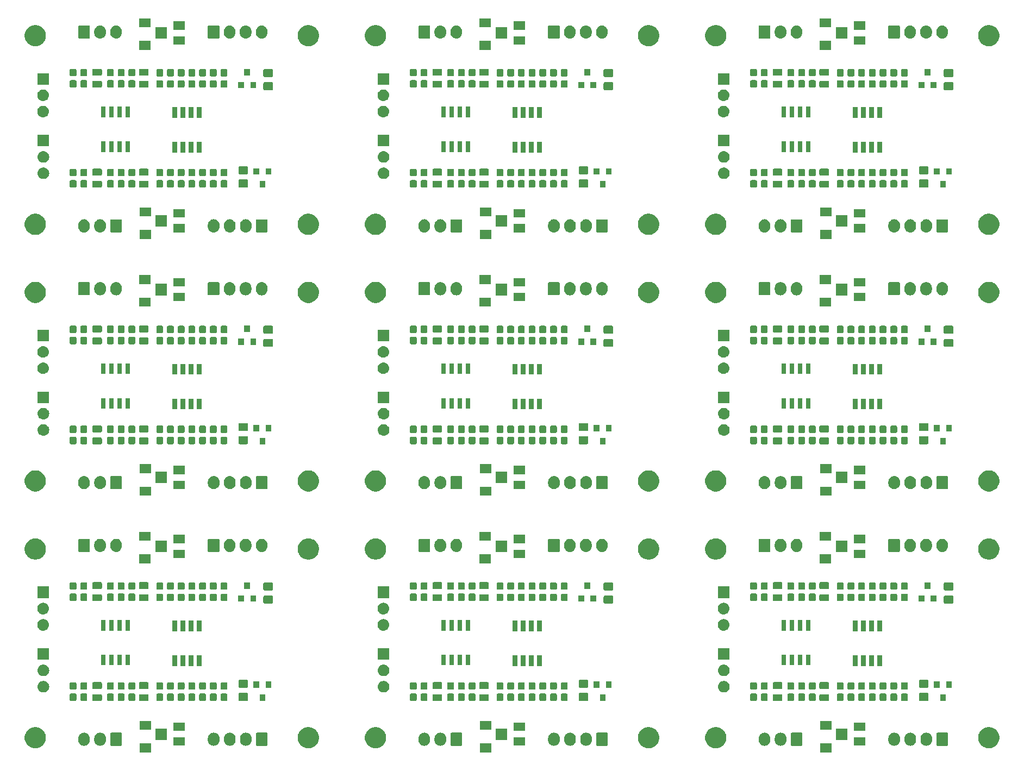
<source format=gbr>
G04 #@! TF.GenerationSoftware,KiCad,Pcbnew,(5.0.1)-3*
G04 #@! TF.CreationDate,2019-05-27T16:35:57-04:00*
G04 #@! TF.ProjectId,marsaqua_panel,6D617273617175615F70616E656C2E6B,rev?*
G04 #@! TF.SameCoordinates,Original*
G04 #@! TF.FileFunction,Soldermask,Top*
G04 #@! TF.FilePolarity,Negative*
%FSLAX46Y46*%
G04 Gerber Fmt 4.6, Leading zero omitted, Abs format (unit mm)*
G04 Created by KiCad (PCBNEW (5.0.1)-3) date 5/27/2019 4:35:57 PM*
%MOMM*%
%LPD*%
G01*
G04 APERTURE LIST*
%ADD10C,0.100000*%
G04 APERTURE END LIST*
D10*
G36*
X153269280Y-141141560D02*
X151467280Y-141141560D01*
X151467280Y-139739560D01*
X153269280Y-139739560D01*
X153269280Y-141141560D01*
X153269280Y-141141560D01*
G37*
G36*
X47269280Y-141141560D02*
X45467280Y-141141560D01*
X45467280Y-139739560D01*
X47269280Y-139739560D01*
X47269280Y-141141560D01*
X47269280Y-141141560D01*
G37*
G36*
X100269280Y-141141560D02*
X98467280Y-141141560D01*
X98467280Y-139739560D01*
X100269280Y-139739560D01*
X100269280Y-141141560D01*
X100269280Y-141141560D01*
G37*
G36*
X82621716Y-137249438D02*
X82728039Y-137270587D01*
X83028502Y-137395043D01*
X83047594Y-137407800D01*
X83298914Y-137575727D01*
X83528873Y-137805686D01*
X83528875Y-137805689D01*
X83706272Y-138071181D01*
X83709558Y-138076100D01*
X83721874Y-138105834D01*
X83834013Y-138376561D01*
X83897460Y-138695531D01*
X83897460Y-139020749D01*
X83834013Y-139339719D01*
X83709557Y-139640182D01*
X83560982Y-139862540D01*
X83528873Y-139910594D01*
X83298914Y-140140553D01*
X83298911Y-140140555D01*
X83028502Y-140321237D01*
X82728039Y-140445693D01*
X82621716Y-140466842D01*
X82409071Y-140509140D01*
X82083849Y-140509140D01*
X81871204Y-140466842D01*
X81764881Y-140445693D01*
X81464418Y-140321237D01*
X81194009Y-140140555D01*
X81194006Y-140140553D01*
X80964047Y-139910594D01*
X80931938Y-139862540D01*
X80783363Y-139640182D01*
X80658907Y-139339719D01*
X80595460Y-139020749D01*
X80595460Y-138695531D01*
X80658907Y-138376561D01*
X80771046Y-138105834D01*
X80783362Y-138076100D01*
X80786649Y-138071181D01*
X80964045Y-137805689D01*
X80964047Y-137805686D01*
X81194006Y-137575727D01*
X81445326Y-137407800D01*
X81464418Y-137395043D01*
X81764881Y-137270587D01*
X81871204Y-137249438D01*
X82083849Y-137207140D01*
X82409071Y-137207140D01*
X82621716Y-137249438D01*
X82621716Y-137249438D01*
G37*
G36*
X72148936Y-137249438D02*
X72255259Y-137270587D01*
X72555722Y-137395043D01*
X72574814Y-137407800D01*
X72826134Y-137575727D01*
X73056093Y-137805686D01*
X73056095Y-137805689D01*
X73233492Y-138071181D01*
X73236778Y-138076100D01*
X73249094Y-138105834D01*
X73361233Y-138376561D01*
X73424680Y-138695531D01*
X73424680Y-139020749D01*
X73361233Y-139339719D01*
X73236777Y-139640182D01*
X73088202Y-139862540D01*
X73056093Y-139910594D01*
X72826134Y-140140553D01*
X72826131Y-140140555D01*
X72555722Y-140321237D01*
X72255259Y-140445693D01*
X72148936Y-140466842D01*
X71936291Y-140509140D01*
X71611069Y-140509140D01*
X71398424Y-140466842D01*
X71292101Y-140445693D01*
X70991638Y-140321237D01*
X70721229Y-140140555D01*
X70721226Y-140140553D01*
X70491267Y-139910594D01*
X70459158Y-139862540D01*
X70310583Y-139640182D01*
X70186127Y-139339719D01*
X70122680Y-139020749D01*
X70122680Y-138695531D01*
X70186127Y-138376561D01*
X70298266Y-138105834D01*
X70310582Y-138076100D01*
X70313869Y-138071181D01*
X70491265Y-137805689D01*
X70491267Y-137805686D01*
X70721226Y-137575727D01*
X70972546Y-137407800D01*
X70991638Y-137395043D01*
X71292101Y-137270587D01*
X71398424Y-137249438D01*
X71611069Y-137207140D01*
X71936291Y-137207140D01*
X72148936Y-137249438D01*
X72148936Y-137249438D01*
G37*
G36*
X125148936Y-137249438D02*
X125255259Y-137270587D01*
X125555722Y-137395043D01*
X125574814Y-137407800D01*
X125826134Y-137575727D01*
X126056093Y-137805686D01*
X126056095Y-137805689D01*
X126233492Y-138071181D01*
X126236778Y-138076100D01*
X126249094Y-138105834D01*
X126361233Y-138376561D01*
X126424680Y-138695531D01*
X126424680Y-139020749D01*
X126361233Y-139339719D01*
X126236777Y-139640182D01*
X126088202Y-139862540D01*
X126056093Y-139910594D01*
X125826134Y-140140553D01*
X125826131Y-140140555D01*
X125555722Y-140321237D01*
X125255259Y-140445693D01*
X125148936Y-140466842D01*
X124936291Y-140509140D01*
X124611069Y-140509140D01*
X124398424Y-140466842D01*
X124292101Y-140445693D01*
X123991638Y-140321237D01*
X123721229Y-140140555D01*
X123721226Y-140140553D01*
X123491267Y-139910594D01*
X123459158Y-139862540D01*
X123310583Y-139640182D01*
X123186127Y-139339719D01*
X123122680Y-139020749D01*
X123122680Y-138695531D01*
X123186127Y-138376561D01*
X123298266Y-138105834D01*
X123310582Y-138076100D01*
X123313869Y-138071181D01*
X123491265Y-137805689D01*
X123491267Y-137805686D01*
X123721226Y-137575727D01*
X123972546Y-137407800D01*
X123991638Y-137395043D01*
X124292101Y-137270587D01*
X124398424Y-137249438D01*
X124611069Y-137207140D01*
X124936291Y-137207140D01*
X125148936Y-137249438D01*
X125148936Y-137249438D01*
G37*
G36*
X178148936Y-137249438D02*
X178255259Y-137270587D01*
X178555722Y-137395043D01*
X178574814Y-137407800D01*
X178826134Y-137575727D01*
X179056093Y-137805686D01*
X179056095Y-137805689D01*
X179233492Y-138071181D01*
X179236778Y-138076100D01*
X179249094Y-138105834D01*
X179361233Y-138376561D01*
X179424680Y-138695531D01*
X179424680Y-139020749D01*
X179361233Y-139339719D01*
X179236777Y-139640182D01*
X179088202Y-139862540D01*
X179056093Y-139910594D01*
X178826134Y-140140553D01*
X178826131Y-140140555D01*
X178555722Y-140321237D01*
X178255259Y-140445693D01*
X178148936Y-140466842D01*
X177936291Y-140509140D01*
X177611069Y-140509140D01*
X177398424Y-140466842D01*
X177292101Y-140445693D01*
X176991638Y-140321237D01*
X176721229Y-140140555D01*
X176721226Y-140140553D01*
X176491267Y-139910594D01*
X176459158Y-139862540D01*
X176310583Y-139640182D01*
X176186127Y-139339719D01*
X176122680Y-139020749D01*
X176122680Y-138695531D01*
X176186127Y-138376561D01*
X176298266Y-138105834D01*
X176310582Y-138076100D01*
X176313869Y-138071181D01*
X176491265Y-137805689D01*
X176491267Y-137805686D01*
X176721226Y-137575727D01*
X176972546Y-137407800D01*
X176991638Y-137395043D01*
X177292101Y-137270587D01*
X177398424Y-137249438D01*
X177611069Y-137207140D01*
X177936291Y-137207140D01*
X178148936Y-137249438D01*
X178148936Y-137249438D01*
G37*
G36*
X135621716Y-137249438D02*
X135728039Y-137270587D01*
X136028502Y-137395043D01*
X136047594Y-137407800D01*
X136298914Y-137575727D01*
X136528873Y-137805686D01*
X136528875Y-137805689D01*
X136706272Y-138071181D01*
X136709558Y-138076100D01*
X136721874Y-138105834D01*
X136834013Y-138376561D01*
X136897460Y-138695531D01*
X136897460Y-139020749D01*
X136834013Y-139339719D01*
X136709557Y-139640182D01*
X136560982Y-139862540D01*
X136528873Y-139910594D01*
X136298914Y-140140553D01*
X136298911Y-140140555D01*
X136028502Y-140321237D01*
X135728039Y-140445693D01*
X135621716Y-140466842D01*
X135409071Y-140509140D01*
X135083849Y-140509140D01*
X134871204Y-140466842D01*
X134764881Y-140445693D01*
X134464418Y-140321237D01*
X134194009Y-140140555D01*
X134194006Y-140140553D01*
X133964047Y-139910594D01*
X133931938Y-139862540D01*
X133783363Y-139640182D01*
X133658907Y-139339719D01*
X133595460Y-139020749D01*
X133595460Y-138695531D01*
X133658907Y-138376561D01*
X133771046Y-138105834D01*
X133783362Y-138076100D01*
X133786649Y-138071181D01*
X133964045Y-137805689D01*
X133964047Y-137805686D01*
X134194006Y-137575727D01*
X134445326Y-137407800D01*
X134464418Y-137395043D01*
X134764881Y-137270587D01*
X134871204Y-137249438D01*
X135083849Y-137207140D01*
X135409071Y-137207140D01*
X135621716Y-137249438D01*
X135621716Y-137249438D01*
G37*
G36*
X29621716Y-137249438D02*
X29728039Y-137270587D01*
X30028502Y-137395043D01*
X30047594Y-137407800D01*
X30298914Y-137575727D01*
X30528873Y-137805686D01*
X30528875Y-137805689D01*
X30706272Y-138071181D01*
X30709558Y-138076100D01*
X30721874Y-138105834D01*
X30834013Y-138376561D01*
X30897460Y-138695531D01*
X30897460Y-139020749D01*
X30834013Y-139339719D01*
X30709557Y-139640182D01*
X30560982Y-139862540D01*
X30528873Y-139910594D01*
X30298914Y-140140553D01*
X30298911Y-140140555D01*
X30028502Y-140321237D01*
X29728039Y-140445693D01*
X29621716Y-140466842D01*
X29409071Y-140509140D01*
X29083849Y-140509140D01*
X28871204Y-140466842D01*
X28764881Y-140445693D01*
X28464418Y-140321237D01*
X28194009Y-140140555D01*
X28194006Y-140140553D01*
X27964047Y-139910594D01*
X27931938Y-139862540D01*
X27783363Y-139640182D01*
X27658907Y-139339719D01*
X27595460Y-139020749D01*
X27595460Y-138695531D01*
X27658907Y-138376561D01*
X27771046Y-138105834D01*
X27783362Y-138076100D01*
X27786649Y-138071181D01*
X27964045Y-137805689D01*
X27964047Y-137805686D01*
X28194006Y-137575727D01*
X28445326Y-137407800D01*
X28464418Y-137395043D01*
X28764881Y-137270587D01*
X28871204Y-137249438D01*
X29083849Y-137207140D01*
X29409071Y-137207140D01*
X29621716Y-137249438D01*
X29621716Y-137249438D01*
G37*
G36*
X62208627Y-138088577D02*
X62321853Y-138122924D01*
X62378467Y-138140097D01*
X62517087Y-138214192D01*
X62534991Y-138223762D01*
X62570729Y-138253092D01*
X62672186Y-138336354D01*
X62755448Y-138437811D01*
X62784778Y-138473549D01*
X62868443Y-138630074D01*
X62919963Y-138799914D01*
X62933000Y-138932283D01*
X62933000Y-139270798D01*
X62919963Y-139403167D01*
X62885616Y-139516393D01*
X62868443Y-139573007D01*
X62794348Y-139711627D01*
X62784778Y-139729531D01*
X62776547Y-139739560D01*
X62672186Y-139866726D01*
X62534989Y-139979319D01*
X62378466Y-140062983D01*
X62337733Y-140075339D01*
X62208626Y-140114503D01*
X62032000Y-140131899D01*
X61855373Y-140114503D01*
X61726266Y-140075339D01*
X61685533Y-140062983D01*
X61529011Y-139979319D01*
X61529009Y-139979318D01*
X61486749Y-139944636D01*
X61391814Y-139866726D01*
X61279221Y-139729529D01*
X61195557Y-139573006D01*
X61178384Y-139516392D01*
X61144037Y-139403166D01*
X61131000Y-139270797D01*
X61131000Y-138932282D01*
X61144037Y-138799913D01*
X61195557Y-138630074D01*
X61195557Y-138630073D01*
X61279222Y-138473548D01*
X61391812Y-138336357D01*
X61486750Y-138258444D01*
X61529010Y-138223762D01*
X61546914Y-138214192D01*
X61685534Y-138140097D01*
X61742148Y-138122924D01*
X61855374Y-138088577D01*
X62032000Y-138071181D01*
X62208627Y-138088577D01*
X62208627Y-138088577D01*
G37*
G36*
X168208627Y-138088577D02*
X168321853Y-138122924D01*
X168378467Y-138140097D01*
X168517087Y-138214192D01*
X168534991Y-138223762D01*
X168570729Y-138253092D01*
X168672186Y-138336354D01*
X168755448Y-138437811D01*
X168784778Y-138473549D01*
X168868443Y-138630074D01*
X168919963Y-138799914D01*
X168933000Y-138932283D01*
X168933000Y-139270798D01*
X168919963Y-139403167D01*
X168885616Y-139516393D01*
X168868443Y-139573007D01*
X168794348Y-139711627D01*
X168784778Y-139729531D01*
X168776547Y-139739560D01*
X168672186Y-139866726D01*
X168534989Y-139979319D01*
X168378466Y-140062983D01*
X168337733Y-140075339D01*
X168208626Y-140114503D01*
X168032000Y-140131899D01*
X167855373Y-140114503D01*
X167726266Y-140075339D01*
X167685533Y-140062983D01*
X167529011Y-139979319D01*
X167529009Y-139979318D01*
X167486749Y-139944636D01*
X167391814Y-139866726D01*
X167279221Y-139729529D01*
X167195557Y-139573006D01*
X167178384Y-139516392D01*
X167144037Y-139403166D01*
X167131000Y-139270797D01*
X167131000Y-138932282D01*
X167144037Y-138799913D01*
X167195557Y-138630074D01*
X167195557Y-138630073D01*
X167279222Y-138473548D01*
X167391812Y-138336357D01*
X167486750Y-138258444D01*
X167529010Y-138223762D01*
X167546914Y-138214192D01*
X167685534Y-138140097D01*
X167742148Y-138122924D01*
X167855374Y-138088577D01*
X168032000Y-138071181D01*
X168208627Y-138088577D01*
X168208627Y-138088577D01*
G37*
G36*
X165708627Y-138088577D02*
X165821853Y-138122924D01*
X165878467Y-138140097D01*
X166017087Y-138214192D01*
X166034991Y-138223762D01*
X166070729Y-138253092D01*
X166172186Y-138336354D01*
X166255448Y-138437811D01*
X166284778Y-138473549D01*
X166368443Y-138630074D01*
X166419963Y-138799914D01*
X166433000Y-138932283D01*
X166433000Y-139270798D01*
X166419963Y-139403167D01*
X166385616Y-139516393D01*
X166368443Y-139573007D01*
X166294348Y-139711627D01*
X166284778Y-139729531D01*
X166276547Y-139739560D01*
X166172186Y-139866726D01*
X166034989Y-139979319D01*
X165878466Y-140062983D01*
X165837733Y-140075339D01*
X165708626Y-140114503D01*
X165532000Y-140131899D01*
X165355373Y-140114503D01*
X165226266Y-140075339D01*
X165185533Y-140062983D01*
X165029011Y-139979319D01*
X165029009Y-139979318D01*
X164986749Y-139944636D01*
X164891814Y-139866726D01*
X164779221Y-139729529D01*
X164695557Y-139573006D01*
X164678384Y-139516392D01*
X164644037Y-139403166D01*
X164631000Y-139270797D01*
X164631000Y-138932282D01*
X164644037Y-138799913D01*
X164695557Y-138630074D01*
X164695557Y-138630073D01*
X164779222Y-138473548D01*
X164891812Y-138336357D01*
X164986750Y-138258444D01*
X165029010Y-138223762D01*
X165046914Y-138214192D01*
X165185534Y-138140097D01*
X165242148Y-138122924D01*
X165355374Y-138088577D01*
X165532000Y-138071181D01*
X165708627Y-138088577D01*
X165708627Y-138088577D01*
G37*
G36*
X163208627Y-138088577D02*
X163321853Y-138122924D01*
X163378467Y-138140097D01*
X163517087Y-138214192D01*
X163534991Y-138223762D01*
X163570729Y-138253092D01*
X163672186Y-138336354D01*
X163755448Y-138437811D01*
X163784778Y-138473549D01*
X163868443Y-138630074D01*
X163919963Y-138799914D01*
X163933000Y-138932283D01*
X163933000Y-139270798D01*
X163919963Y-139403167D01*
X163885616Y-139516393D01*
X163868443Y-139573007D01*
X163794348Y-139711627D01*
X163784778Y-139729531D01*
X163776547Y-139739560D01*
X163672186Y-139866726D01*
X163534989Y-139979319D01*
X163378466Y-140062983D01*
X163337733Y-140075339D01*
X163208626Y-140114503D01*
X163032000Y-140131899D01*
X162855373Y-140114503D01*
X162726266Y-140075339D01*
X162685533Y-140062983D01*
X162529011Y-139979319D01*
X162529009Y-139979318D01*
X162486749Y-139944636D01*
X162391814Y-139866726D01*
X162279221Y-139729529D01*
X162195557Y-139573006D01*
X162178384Y-139516392D01*
X162144037Y-139403166D01*
X162131000Y-139270797D01*
X162131000Y-138932282D01*
X162144037Y-138799913D01*
X162195557Y-138630074D01*
X162195557Y-138630073D01*
X162279222Y-138473548D01*
X162391812Y-138336357D01*
X162486750Y-138258444D01*
X162529010Y-138223762D01*
X162546914Y-138214192D01*
X162685534Y-138140097D01*
X162742148Y-138122924D01*
X162855374Y-138088577D01*
X163032000Y-138071181D01*
X163208627Y-138088577D01*
X163208627Y-138088577D01*
G37*
G36*
X115208627Y-138088577D02*
X115321853Y-138122924D01*
X115378467Y-138140097D01*
X115517087Y-138214192D01*
X115534991Y-138223762D01*
X115570729Y-138253092D01*
X115672186Y-138336354D01*
X115755448Y-138437811D01*
X115784778Y-138473549D01*
X115868443Y-138630074D01*
X115919963Y-138799914D01*
X115933000Y-138932283D01*
X115933000Y-139270798D01*
X115919963Y-139403167D01*
X115885616Y-139516393D01*
X115868443Y-139573007D01*
X115794348Y-139711627D01*
X115784778Y-139729531D01*
X115776547Y-139739560D01*
X115672186Y-139866726D01*
X115534989Y-139979319D01*
X115378466Y-140062983D01*
X115337733Y-140075339D01*
X115208626Y-140114503D01*
X115032000Y-140131899D01*
X114855373Y-140114503D01*
X114726266Y-140075339D01*
X114685533Y-140062983D01*
X114529011Y-139979319D01*
X114529009Y-139979318D01*
X114486749Y-139944636D01*
X114391814Y-139866726D01*
X114279221Y-139729529D01*
X114195557Y-139573006D01*
X114178384Y-139516392D01*
X114144037Y-139403166D01*
X114131000Y-139270797D01*
X114131000Y-138932282D01*
X114144037Y-138799913D01*
X114195557Y-138630074D01*
X114195557Y-138630073D01*
X114279222Y-138473548D01*
X114391812Y-138336357D01*
X114486750Y-138258444D01*
X114529010Y-138223762D01*
X114546914Y-138214192D01*
X114685534Y-138140097D01*
X114742148Y-138122924D01*
X114855374Y-138088577D01*
X115032000Y-138071181D01*
X115208627Y-138088577D01*
X115208627Y-138088577D01*
G37*
G36*
X112708627Y-138088577D02*
X112821853Y-138122924D01*
X112878467Y-138140097D01*
X113017087Y-138214192D01*
X113034991Y-138223762D01*
X113070729Y-138253092D01*
X113172186Y-138336354D01*
X113255448Y-138437811D01*
X113284778Y-138473549D01*
X113368443Y-138630074D01*
X113419963Y-138799914D01*
X113433000Y-138932283D01*
X113433000Y-139270798D01*
X113419963Y-139403167D01*
X113385616Y-139516393D01*
X113368443Y-139573007D01*
X113294348Y-139711627D01*
X113284778Y-139729531D01*
X113276547Y-139739560D01*
X113172186Y-139866726D01*
X113034989Y-139979319D01*
X112878466Y-140062983D01*
X112837733Y-140075339D01*
X112708626Y-140114503D01*
X112532000Y-140131899D01*
X112355373Y-140114503D01*
X112226266Y-140075339D01*
X112185533Y-140062983D01*
X112029011Y-139979319D01*
X112029009Y-139979318D01*
X111986749Y-139944636D01*
X111891814Y-139866726D01*
X111779221Y-139729529D01*
X111695557Y-139573006D01*
X111678384Y-139516392D01*
X111644037Y-139403166D01*
X111631000Y-139270797D01*
X111631000Y-138932282D01*
X111644037Y-138799913D01*
X111695557Y-138630074D01*
X111695557Y-138630073D01*
X111779222Y-138473548D01*
X111891812Y-138336357D01*
X111986750Y-138258444D01*
X112029010Y-138223762D01*
X112046914Y-138214192D01*
X112185534Y-138140097D01*
X112242148Y-138122924D01*
X112355374Y-138088577D01*
X112532000Y-138071181D01*
X112708627Y-138088577D01*
X112708627Y-138088577D01*
G37*
G36*
X110208627Y-138088577D02*
X110321853Y-138122924D01*
X110378467Y-138140097D01*
X110517087Y-138214192D01*
X110534991Y-138223762D01*
X110570729Y-138253092D01*
X110672186Y-138336354D01*
X110755448Y-138437811D01*
X110784778Y-138473549D01*
X110868443Y-138630074D01*
X110919963Y-138799914D01*
X110933000Y-138932283D01*
X110933000Y-139270798D01*
X110919963Y-139403167D01*
X110885616Y-139516393D01*
X110868443Y-139573007D01*
X110794348Y-139711627D01*
X110784778Y-139729531D01*
X110776547Y-139739560D01*
X110672186Y-139866726D01*
X110534989Y-139979319D01*
X110378466Y-140062983D01*
X110337733Y-140075339D01*
X110208626Y-140114503D01*
X110032000Y-140131899D01*
X109855373Y-140114503D01*
X109726266Y-140075339D01*
X109685533Y-140062983D01*
X109529011Y-139979319D01*
X109529009Y-139979318D01*
X109486749Y-139944636D01*
X109391814Y-139866726D01*
X109279221Y-139729529D01*
X109195557Y-139573006D01*
X109178384Y-139516392D01*
X109144037Y-139403166D01*
X109131000Y-139270797D01*
X109131000Y-138932282D01*
X109144037Y-138799913D01*
X109195557Y-138630074D01*
X109195557Y-138630073D01*
X109279222Y-138473548D01*
X109391812Y-138336357D01*
X109486750Y-138258444D01*
X109529010Y-138223762D01*
X109546914Y-138214192D01*
X109685534Y-138140097D01*
X109742148Y-138122924D01*
X109855374Y-138088577D01*
X110032000Y-138071181D01*
X110208627Y-138088577D01*
X110208627Y-138088577D01*
G37*
G36*
X59708627Y-138088577D02*
X59821853Y-138122924D01*
X59878467Y-138140097D01*
X60017087Y-138214192D01*
X60034991Y-138223762D01*
X60070729Y-138253092D01*
X60172186Y-138336354D01*
X60255448Y-138437811D01*
X60284778Y-138473549D01*
X60368443Y-138630074D01*
X60419963Y-138799914D01*
X60433000Y-138932283D01*
X60433000Y-139270798D01*
X60419963Y-139403167D01*
X60385616Y-139516393D01*
X60368443Y-139573007D01*
X60294348Y-139711627D01*
X60284778Y-139729531D01*
X60276547Y-139739560D01*
X60172186Y-139866726D01*
X60034989Y-139979319D01*
X59878466Y-140062983D01*
X59837733Y-140075339D01*
X59708626Y-140114503D01*
X59532000Y-140131899D01*
X59355373Y-140114503D01*
X59226266Y-140075339D01*
X59185533Y-140062983D01*
X59029011Y-139979319D01*
X59029009Y-139979318D01*
X58986749Y-139944636D01*
X58891814Y-139866726D01*
X58779221Y-139729529D01*
X58695557Y-139573006D01*
X58678384Y-139516392D01*
X58644037Y-139403166D01*
X58631000Y-139270797D01*
X58631000Y-138932282D01*
X58644037Y-138799913D01*
X58695557Y-138630074D01*
X58695557Y-138630073D01*
X58779222Y-138473548D01*
X58891812Y-138336357D01*
X58986750Y-138258444D01*
X59029010Y-138223762D01*
X59046914Y-138214192D01*
X59185534Y-138140097D01*
X59242148Y-138122924D01*
X59355374Y-138088577D01*
X59532000Y-138071181D01*
X59708627Y-138088577D01*
X59708627Y-138088577D01*
G37*
G36*
X37008627Y-138088577D02*
X37121853Y-138122924D01*
X37178467Y-138140097D01*
X37317087Y-138214192D01*
X37334991Y-138223762D01*
X37370729Y-138253092D01*
X37472186Y-138336354D01*
X37555448Y-138437811D01*
X37584778Y-138473549D01*
X37668443Y-138630074D01*
X37719963Y-138799914D01*
X37733000Y-138932283D01*
X37733000Y-139270798D01*
X37719963Y-139403167D01*
X37685616Y-139516393D01*
X37668443Y-139573007D01*
X37594348Y-139711627D01*
X37584778Y-139729531D01*
X37576547Y-139739560D01*
X37472186Y-139866726D01*
X37334989Y-139979319D01*
X37178466Y-140062983D01*
X37137733Y-140075339D01*
X37008626Y-140114503D01*
X36832000Y-140131899D01*
X36655373Y-140114503D01*
X36526266Y-140075339D01*
X36485533Y-140062983D01*
X36329011Y-139979319D01*
X36329009Y-139979318D01*
X36286749Y-139944636D01*
X36191814Y-139866726D01*
X36079221Y-139729529D01*
X35995557Y-139573006D01*
X35978384Y-139516392D01*
X35944037Y-139403166D01*
X35931000Y-139270797D01*
X35931000Y-138932282D01*
X35944037Y-138799913D01*
X35995557Y-138630074D01*
X35995557Y-138630073D01*
X36079222Y-138473548D01*
X36191812Y-138336357D01*
X36286750Y-138258444D01*
X36329010Y-138223762D01*
X36346914Y-138214192D01*
X36485534Y-138140097D01*
X36542148Y-138122924D01*
X36655374Y-138088577D01*
X36832000Y-138071181D01*
X37008627Y-138088577D01*
X37008627Y-138088577D01*
G37*
G36*
X92508627Y-138088577D02*
X92621853Y-138122924D01*
X92678467Y-138140097D01*
X92817087Y-138214192D01*
X92834991Y-138223762D01*
X92870729Y-138253092D01*
X92972186Y-138336354D01*
X93055448Y-138437811D01*
X93084778Y-138473549D01*
X93168443Y-138630074D01*
X93219963Y-138799914D01*
X93233000Y-138932283D01*
X93233000Y-139270798D01*
X93219963Y-139403167D01*
X93185616Y-139516393D01*
X93168443Y-139573007D01*
X93094348Y-139711627D01*
X93084778Y-139729531D01*
X93076547Y-139739560D01*
X92972186Y-139866726D01*
X92834989Y-139979319D01*
X92678466Y-140062983D01*
X92637733Y-140075339D01*
X92508626Y-140114503D01*
X92332000Y-140131899D01*
X92155373Y-140114503D01*
X92026266Y-140075339D01*
X91985533Y-140062983D01*
X91829011Y-139979319D01*
X91829009Y-139979318D01*
X91786749Y-139944636D01*
X91691814Y-139866726D01*
X91579221Y-139729529D01*
X91495557Y-139573006D01*
X91478384Y-139516392D01*
X91444037Y-139403166D01*
X91431000Y-139270797D01*
X91431000Y-138932282D01*
X91444037Y-138799913D01*
X91495557Y-138630074D01*
X91495557Y-138630073D01*
X91579222Y-138473548D01*
X91691812Y-138336357D01*
X91786750Y-138258444D01*
X91829010Y-138223762D01*
X91846914Y-138214192D01*
X91985534Y-138140097D01*
X92042148Y-138122924D01*
X92155374Y-138088577D01*
X92332000Y-138071181D01*
X92508627Y-138088577D01*
X92508627Y-138088577D01*
G37*
G36*
X90008627Y-138088577D02*
X90121853Y-138122924D01*
X90178467Y-138140097D01*
X90317087Y-138214192D01*
X90334991Y-138223762D01*
X90370729Y-138253092D01*
X90472186Y-138336354D01*
X90555448Y-138437811D01*
X90584778Y-138473549D01*
X90668443Y-138630074D01*
X90719963Y-138799914D01*
X90733000Y-138932283D01*
X90733000Y-139270798D01*
X90719963Y-139403167D01*
X90685616Y-139516393D01*
X90668443Y-139573007D01*
X90594348Y-139711627D01*
X90584778Y-139729531D01*
X90576547Y-139739560D01*
X90472186Y-139866726D01*
X90334989Y-139979319D01*
X90178466Y-140062983D01*
X90137733Y-140075339D01*
X90008626Y-140114503D01*
X89832000Y-140131899D01*
X89655373Y-140114503D01*
X89526266Y-140075339D01*
X89485533Y-140062983D01*
X89329011Y-139979319D01*
X89329009Y-139979318D01*
X89286749Y-139944636D01*
X89191814Y-139866726D01*
X89079221Y-139729529D01*
X88995557Y-139573006D01*
X88978384Y-139516392D01*
X88944037Y-139403166D01*
X88931000Y-139270797D01*
X88931000Y-138932282D01*
X88944037Y-138799913D01*
X88995557Y-138630074D01*
X88995557Y-138630073D01*
X89079222Y-138473548D01*
X89191812Y-138336357D01*
X89286750Y-138258444D01*
X89329010Y-138223762D01*
X89346914Y-138214192D01*
X89485534Y-138140097D01*
X89542148Y-138122924D01*
X89655374Y-138088577D01*
X89832000Y-138071181D01*
X90008627Y-138088577D01*
X90008627Y-138088577D01*
G37*
G36*
X145508627Y-138088577D02*
X145621853Y-138122924D01*
X145678467Y-138140097D01*
X145817087Y-138214192D01*
X145834991Y-138223762D01*
X145870729Y-138253092D01*
X145972186Y-138336354D01*
X146055448Y-138437811D01*
X146084778Y-138473549D01*
X146168443Y-138630074D01*
X146219963Y-138799914D01*
X146233000Y-138932283D01*
X146233000Y-139270798D01*
X146219963Y-139403167D01*
X146185616Y-139516393D01*
X146168443Y-139573007D01*
X146094348Y-139711627D01*
X146084778Y-139729531D01*
X146076547Y-139739560D01*
X145972186Y-139866726D01*
X145834989Y-139979319D01*
X145678466Y-140062983D01*
X145637733Y-140075339D01*
X145508626Y-140114503D01*
X145332000Y-140131899D01*
X145155373Y-140114503D01*
X145026266Y-140075339D01*
X144985533Y-140062983D01*
X144829011Y-139979319D01*
X144829009Y-139979318D01*
X144786749Y-139944636D01*
X144691814Y-139866726D01*
X144579221Y-139729529D01*
X144495557Y-139573006D01*
X144478384Y-139516392D01*
X144444037Y-139403166D01*
X144431000Y-139270797D01*
X144431000Y-138932282D01*
X144444037Y-138799913D01*
X144495557Y-138630074D01*
X144495557Y-138630073D01*
X144579222Y-138473548D01*
X144691812Y-138336357D01*
X144786750Y-138258444D01*
X144829010Y-138223762D01*
X144846914Y-138214192D01*
X144985534Y-138140097D01*
X145042148Y-138122924D01*
X145155374Y-138088577D01*
X145332000Y-138071181D01*
X145508627Y-138088577D01*
X145508627Y-138088577D01*
G37*
G36*
X143008627Y-138088577D02*
X143121853Y-138122924D01*
X143178467Y-138140097D01*
X143317087Y-138214192D01*
X143334991Y-138223762D01*
X143370729Y-138253092D01*
X143472186Y-138336354D01*
X143555448Y-138437811D01*
X143584778Y-138473549D01*
X143668443Y-138630074D01*
X143719963Y-138799914D01*
X143733000Y-138932283D01*
X143733000Y-139270798D01*
X143719963Y-139403167D01*
X143685616Y-139516393D01*
X143668443Y-139573007D01*
X143594348Y-139711627D01*
X143584778Y-139729531D01*
X143576547Y-139739560D01*
X143472186Y-139866726D01*
X143334989Y-139979319D01*
X143178466Y-140062983D01*
X143137733Y-140075339D01*
X143008626Y-140114503D01*
X142832000Y-140131899D01*
X142655373Y-140114503D01*
X142526266Y-140075339D01*
X142485533Y-140062983D01*
X142329011Y-139979319D01*
X142329009Y-139979318D01*
X142286749Y-139944636D01*
X142191814Y-139866726D01*
X142079221Y-139729529D01*
X141995557Y-139573006D01*
X141978384Y-139516392D01*
X141944037Y-139403166D01*
X141931000Y-139270797D01*
X141931000Y-138932282D01*
X141944037Y-138799913D01*
X141995557Y-138630074D01*
X141995557Y-138630073D01*
X142079222Y-138473548D01*
X142191812Y-138336357D01*
X142286750Y-138258444D01*
X142329010Y-138223762D01*
X142346914Y-138214192D01*
X142485534Y-138140097D01*
X142542148Y-138122924D01*
X142655374Y-138088577D01*
X142832000Y-138071181D01*
X143008627Y-138088577D01*
X143008627Y-138088577D01*
G37*
G36*
X39508627Y-138088577D02*
X39621853Y-138122924D01*
X39678467Y-138140097D01*
X39817087Y-138214192D01*
X39834991Y-138223762D01*
X39870729Y-138253092D01*
X39972186Y-138336354D01*
X40055448Y-138437811D01*
X40084778Y-138473549D01*
X40168443Y-138630074D01*
X40219963Y-138799914D01*
X40233000Y-138932283D01*
X40233000Y-139270798D01*
X40219963Y-139403167D01*
X40185616Y-139516393D01*
X40168443Y-139573007D01*
X40094348Y-139711627D01*
X40084778Y-139729531D01*
X40076547Y-139739560D01*
X39972186Y-139866726D01*
X39834989Y-139979319D01*
X39678466Y-140062983D01*
X39637733Y-140075339D01*
X39508626Y-140114503D01*
X39332000Y-140131899D01*
X39155373Y-140114503D01*
X39026266Y-140075339D01*
X38985533Y-140062983D01*
X38829011Y-139979319D01*
X38829009Y-139979318D01*
X38786749Y-139944636D01*
X38691814Y-139866726D01*
X38579221Y-139729529D01*
X38495557Y-139573006D01*
X38478384Y-139516392D01*
X38444037Y-139403166D01*
X38431000Y-139270797D01*
X38431000Y-138932282D01*
X38444037Y-138799913D01*
X38495557Y-138630074D01*
X38495557Y-138630073D01*
X38579222Y-138473548D01*
X38691812Y-138336357D01*
X38786750Y-138258444D01*
X38829010Y-138223762D01*
X38846914Y-138214192D01*
X38985534Y-138140097D01*
X39042148Y-138122924D01*
X39155374Y-138088577D01*
X39332000Y-138071181D01*
X39508627Y-138088577D01*
X39508627Y-138088577D01*
G37*
G36*
X57208627Y-138088577D02*
X57321853Y-138122924D01*
X57378467Y-138140097D01*
X57517087Y-138214192D01*
X57534991Y-138223762D01*
X57570729Y-138253092D01*
X57672186Y-138336354D01*
X57755448Y-138437811D01*
X57784778Y-138473549D01*
X57868443Y-138630074D01*
X57919963Y-138799914D01*
X57933000Y-138932283D01*
X57933000Y-139270798D01*
X57919963Y-139403167D01*
X57885616Y-139516393D01*
X57868443Y-139573007D01*
X57794348Y-139711627D01*
X57784778Y-139729531D01*
X57776547Y-139739560D01*
X57672186Y-139866726D01*
X57534989Y-139979319D01*
X57378466Y-140062983D01*
X57337733Y-140075339D01*
X57208626Y-140114503D01*
X57032000Y-140131899D01*
X56855373Y-140114503D01*
X56726266Y-140075339D01*
X56685533Y-140062983D01*
X56529011Y-139979319D01*
X56529009Y-139979318D01*
X56486749Y-139944636D01*
X56391814Y-139866726D01*
X56279221Y-139729529D01*
X56195557Y-139573006D01*
X56178384Y-139516392D01*
X56144037Y-139403166D01*
X56131000Y-139270797D01*
X56131000Y-138932282D01*
X56144037Y-138799913D01*
X56195557Y-138630074D01*
X56195557Y-138630073D01*
X56279222Y-138473548D01*
X56391812Y-138336357D01*
X56486750Y-138258444D01*
X56529010Y-138223762D01*
X56546914Y-138214192D01*
X56685534Y-138140097D01*
X56742148Y-138122924D01*
X56855374Y-138088577D01*
X57032000Y-138071181D01*
X57208627Y-138088577D01*
X57208627Y-138088577D01*
G37*
G36*
X42590600Y-138079529D02*
X42623649Y-138089554D01*
X42654106Y-138105834D01*
X42680799Y-138127741D01*
X42702706Y-138154434D01*
X42718986Y-138184891D01*
X42729011Y-138217940D01*
X42733000Y-138258444D01*
X42733000Y-139944636D01*
X42729011Y-139985140D01*
X42718986Y-140018189D01*
X42702706Y-140048646D01*
X42680799Y-140075339D01*
X42654106Y-140097246D01*
X42623649Y-140113526D01*
X42590600Y-140123551D01*
X42550096Y-140127540D01*
X41113904Y-140127540D01*
X41073400Y-140123551D01*
X41040351Y-140113526D01*
X41009894Y-140097246D01*
X40983201Y-140075339D01*
X40961294Y-140048646D01*
X40945014Y-140018189D01*
X40934989Y-139985140D01*
X40931000Y-139944636D01*
X40931000Y-138258444D01*
X40934989Y-138217940D01*
X40945014Y-138184891D01*
X40961294Y-138154434D01*
X40983201Y-138127741D01*
X41009894Y-138105834D01*
X41040351Y-138089554D01*
X41073400Y-138079529D01*
X41113904Y-138075540D01*
X42550096Y-138075540D01*
X42590600Y-138079529D01*
X42590600Y-138079529D01*
G37*
G36*
X118290600Y-138079529D02*
X118323649Y-138089554D01*
X118354106Y-138105834D01*
X118380799Y-138127741D01*
X118402706Y-138154434D01*
X118418986Y-138184891D01*
X118429011Y-138217940D01*
X118433000Y-138258444D01*
X118433000Y-139944636D01*
X118429011Y-139985140D01*
X118418986Y-140018189D01*
X118402706Y-140048646D01*
X118380799Y-140075339D01*
X118354106Y-140097246D01*
X118323649Y-140113526D01*
X118290600Y-140123551D01*
X118250096Y-140127540D01*
X116813904Y-140127540D01*
X116773400Y-140123551D01*
X116740351Y-140113526D01*
X116709894Y-140097246D01*
X116683201Y-140075339D01*
X116661294Y-140048646D01*
X116645014Y-140018189D01*
X116634989Y-139985140D01*
X116631000Y-139944636D01*
X116631000Y-138258444D01*
X116634989Y-138217940D01*
X116645014Y-138184891D01*
X116661294Y-138154434D01*
X116683201Y-138127741D01*
X116709894Y-138105834D01*
X116740351Y-138089554D01*
X116773400Y-138079529D01*
X116813904Y-138075540D01*
X118250096Y-138075540D01*
X118290600Y-138079529D01*
X118290600Y-138079529D01*
G37*
G36*
X65290600Y-138079529D02*
X65323649Y-138089554D01*
X65354106Y-138105834D01*
X65380799Y-138127741D01*
X65402706Y-138154434D01*
X65418986Y-138184891D01*
X65429011Y-138217940D01*
X65433000Y-138258444D01*
X65433000Y-139944636D01*
X65429011Y-139985140D01*
X65418986Y-140018189D01*
X65402706Y-140048646D01*
X65380799Y-140075339D01*
X65354106Y-140097246D01*
X65323649Y-140113526D01*
X65290600Y-140123551D01*
X65250096Y-140127540D01*
X63813904Y-140127540D01*
X63773400Y-140123551D01*
X63740351Y-140113526D01*
X63709894Y-140097246D01*
X63683201Y-140075339D01*
X63661294Y-140048646D01*
X63645014Y-140018189D01*
X63634989Y-139985140D01*
X63631000Y-139944636D01*
X63631000Y-138258444D01*
X63634989Y-138217940D01*
X63645014Y-138184891D01*
X63661294Y-138154434D01*
X63683201Y-138127741D01*
X63709894Y-138105834D01*
X63740351Y-138089554D01*
X63773400Y-138079529D01*
X63813904Y-138075540D01*
X65250096Y-138075540D01*
X65290600Y-138079529D01*
X65290600Y-138079529D01*
G37*
G36*
X171290600Y-138079529D02*
X171323649Y-138089554D01*
X171354106Y-138105834D01*
X171380799Y-138127741D01*
X171402706Y-138154434D01*
X171418986Y-138184891D01*
X171429011Y-138217940D01*
X171433000Y-138258444D01*
X171433000Y-139944636D01*
X171429011Y-139985140D01*
X171418986Y-140018189D01*
X171402706Y-140048646D01*
X171380799Y-140075339D01*
X171354106Y-140097246D01*
X171323649Y-140113526D01*
X171290600Y-140123551D01*
X171250096Y-140127540D01*
X169813904Y-140127540D01*
X169773400Y-140123551D01*
X169740351Y-140113526D01*
X169709894Y-140097246D01*
X169683201Y-140075339D01*
X169661294Y-140048646D01*
X169645014Y-140018189D01*
X169634989Y-139985140D01*
X169631000Y-139944636D01*
X169631000Y-138258444D01*
X169634989Y-138217940D01*
X169645014Y-138184891D01*
X169661294Y-138154434D01*
X169683201Y-138127741D01*
X169709894Y-138105834D01*
X169740351Y-138089554D01*
X169773400Y-138079529D01*
X169813904Y-138075540D01*
X171250096Y-138075540D01*
X171290600Y-138079529D01*
X171290600Y-138079529D01*
G37*
G36*
X148590600Y-138079529D02*
X148623649Y-138089554D01*
X148654106Y-138105834D01*
X148680799Y-138127741D01*
X148702706Y-138154434D01*
X148718986Y-138184891D01*
X148729011Y-138217940D01*
X148733000Y-138258444D01*
X148733000Y-139944636D01*
X148729011Y-139985140D01*
X148718986Y-140018189D01*
X148702706Y-140048646D01*
X148680799Y-140075339D01*
X148654106Y-140097246D01*
X148623649Y-140113526D01*
X148590600Y-140123551D01*
X148550096Y-140127540D01*
X147113904Y-140127540D01*
X147073400Y-140123551D01*
X147040351Y-140113526D01*
X147009894Y-140097246D01*
X146983201Y-140075339D01*
X146961294Y-140048646D01*
X146945014Y-140018189D01*
X146934989Y-139985140D01*
X146931000Y-139944636D01*
X146931000Y-138258444D01*
X146934989Y-138217940D01*
X146945014Y-138184891D01*
X146961294Y-138154434D01*
X146983201Y-138127741D01*
X147009894Y-138105834D01*
X147040351Y-138089554D01*
X147073400Y-138079529D01*
X147113904Y-138075540D01*
X148550096Y-138075540D01*
X148590600Y-138079529D01*
X148590600Y-138079529D01*
G37*
G36*
X95590600Y-138079529D02*
X95623649Y-138089554D01*
X95654106Y-138105834D01*
X95680799Y-138127741D01*
X95702706Y-138154434D01*
X95718986Y-138184891D01*
X95729011Y-138217940D01*
X95733000Y-138258444D01*
X95733000Y-139944636D01*
X95729011Y-139985140D01*
X95718986Y-140018189D01*
X95702706Y-140048646D01*
X95680799Y-140075339D01*
X95654106Y-140097246D01*
X95623649Y-140113526D01*
X95590600Y-140123551D01*
X95550096Y-140127540D01*
X94113904Y-140127540D01*
X94073400Y-140123551D01*
X94040351Y-140113526D01*
X94009894Y-140097246D01*
X93983201Y-140075339D01*
X93961294Y-140048646D01*
X93945014Y-140018189D01*
X93934989Y-139985140D01*
X93931000Y-139944636D01*
X93931000Y-138258444D01*
X93934989Y-138217940D01*
X93945014Y-138184891D01*
X93961294Y-138154434D01*
X93983201Y-138127741D01*
X94009894Y-138105834D01*
X94040351Y-138089554D01*
X94073400Y-138079529D01*
X94113904Y-138075540D01*
X95550096Y-138075540D01*
X95590600Y-138079529D01*
X95590600Y-138079529D01*
G37*
G36*
X158573420Y-140109090D02*
X156770020Y-140109090D01*
X156770020Y-138816230D01*
X158573420Y-138816230D01*
X158573420Y-140109090D01*
X158573420Y-140109090D01*
G37*
G36*
X105573420Y-140109090D02*
X103770020Y-140109090D01*
X103770020Y-138816230D01*
X105573420Y-138816230D01*
X105573420Y-140109090D01*
X105573420Y-140109090D01*
G37*
G36*
X52573420Y-140109090D02*
X50770020Y-140109090D01*
X50770020Y-138816230D01*
X52573420Y-138816230D01*
X52573420Y-140109090D01*
X52573420Y-140109090D01*
G37*
G36*
X49733700Y-139211200D02*
X47930300Y-139211200D01*
X47930300Y-137407800D01*
X49733700Y-137407800D01*
X49733700Y-139211200D01*
X49733700Y-139211200D01*
G37*
G36*
X102733700Y-139211200D02*
X100930300Y-139211200D01*
X100930300Y-137407800D01*
X102733700Y-137407800D01*
X102733700Y-139211200D01*
X102733700Y-139211200D01*
G37*
G36*
X155733700Y-139211200D02*
X153930300Y-139211200D01*
X153930300Y-137407800D01*
X155733700Y-137407800D01*
X155733700Y-139211200D01*
X155733700Y-139211200D01*
G37*
G36*
X105573420Y-137802770D02*
X103770020Y-137802770D01*
X103770020Y-136509910D01*
X105573420Y-136509910D01*
X105573420Y-137802770D01*
X105573420Y-137802770D01*
G37*
G36*
X52573420Y-137802770D02*
X50770020Y-137802770D01*
X50770020Y-136509910D01*
X52573420Y-136509910D01*
X52573420Y-137802770D01*
X52573420Y-137802770D01*
G37*
G36*
X158573420Y-137802770D02*
X156770020Y-137802770D01*
X156770020Y-136509910D01*
X158573420Y-136509910D01*
X158573420Y-137802770D01*
X158573420Y-137802770D01*
G37*
G36*
X47269280Y-137641560D02*
X45467280Y-137641560D01*
X45467280Y-136239560D01*
X47269280Y-136239560D01*
X47269280Y-137641560D01*
X47269280Y-137641560D01*
G37*
G36*
X153269280Y-137641560D02*
X151467280Y-137641560D01*
X151467280Y-136239560D01*
X153269280Y-136239560D01*
X153269280Y-137641560D01*
X153269280Y-137641560D01*
G37*
G36*
X100269280Y-137641560D02*
X98467280Y-137641560D01*
X98467280Y-136239560D01*
X100269280Y-136239560D01*
X100269280Y-137641560D01*
X100269280Y-137641560D01*
G37*
G36*
X39455226Y-132080105D02*
X39493897Y-132091836D01*
X39529539Y-132110888D01*
X39560777Y-132136523D01*
X39586412Y-132167761D01*
X39605464Y-132203403D01*
X39617195Y-132242074D01*
X39621760Y-132288428D01*
X39621760Y-132939652D01*
X39617195Y-132986006D01*
X39605464Y-133024677D01*
X39586412Y-133060319D01*
X39560777Y-133091557D01*
X39529539Y-133117192D01*
X39493897Y-133136244D01*
X39455226Y-133147975D01*
X39408872Y-133152540D01*
X38332648Y-133152540D01*
X38286294Y-133147975D01*
X38247623Y-133136244D01*
X38211981Y-133117192D01*
X38180743Y-133091557D01*
X38155108Y-133060319D01*
X38136056Y-133024677D01*
X38124325Y-132986006D01*
X38119760Y-132939652D01*
X38119760Y-132288428D01*
X38124325Y-132242074D01*
X38136056Y-132203403D01*
X38155108Y-132167761D01*
X38180743Y-132136523D01*
X38211981Y-132110888D01*
X38247623Y-132091836D01*
X38286294Y-132080105D01*
X38332648Y-132075540D01*
X39408872Y-132075540D01*
X39455226Y-132080105D01*
X39455226Y-132080105D01*
G37*
G36*
X46716466Y-132080105D02*
X46755137Y-132091836D01*
X46790779Y-132110888D01*
X46822017Y-132136523D01*
X46847652Y-132167761D01*
X46866704Y-132203403D01*
X46878435Y-132242074D01*
X46883000Y-132288428D01*
X46883000Y-132939652D01*
X46878435Y-132986006D01*
X46866704Y-133024677D01*
X46847652Y-133060319D01*
X46822017Y-133091557D01*
X46790779Y-133117192D01*
X46755137Y-133136244D01*
X46716466Y-133147975D01*
X46670112Y-133152540D01*
X45593888Y-133152540D01*
X45547534Y-133147975D01*
X45508863Y-133136244D01*
X45473221Y-133117192D01*
X45441983Y-133091557D01*
X45416348Y-133060319D01*
X45397296Y-133024677D01*
X45385565Y-132986006D01*
X45381000Y-132939652D01*
X45381000Y-132288428D01*
X45385565Y-132242074D01*
X45397296Y-132203403D01*
X45416348Y-132167761D01*
X45441983Y-132136523D01*
X45473221Y-132110888D01*
X45508863Y-132091836D01*
X45547534Y-132080105D01*
X45593888Y-132075540D01*
X46670112Y-132075540D01*
X46716466Y-132080105D01*
X46716466Y-132080105D01*
G37*
G36*
X92455226Y-132080105D02*
X92493897Y-132091836D01*
X92529539Y-132110888D01*
X92560777Y-132136523D01*
X92586412Y-132167761D01*
X92605464Y-132203403D01*
X92617195Y-132242074D01*
X92621760Y-132288428D01*
X92621760Y-132939652D01*
X92617195Y-132986006D01*
X92605464Y-133024677D01*
X92586412Y-133060319D01*
X92560777Y-133091557D01*
X92529539Y-133117192D01*
X92493897Y-133136244D01*
X92455226Y-133147975D01*
X92408872Y-133152540D01*
X91332648Y-133152540D01*
X91286294Y-133147975D01*
X91247623Y-133136244D01*
X91211981Y-133117192D01*
X91180743Y-133091557D01*
X91155108Y-133060319D01*
X91136056Y-133024677D01*
X91124325Y-132986006D01*
X91119760Y-132939652D01*
X91119760Y-132288428D01*
X91124325Y-132242074D01*
X91136056Y-132203403D01*
X91155108Y-132167761D01*
X91180743Y-132136523D01*
X91211981Y-132110888D01*
X91247623Y-132091836D01*
X91286294Y-132080105D01*
X91332648Y-132075540D01*
X92408872Y-132075540D01*
X92455226Y-132080105D01*
X92455226Y-132080105D01*
G37*
G36*
X152716466Y-132080105D02*
X152755137Y-132091836D01*
X152790779Y-132110888D01*
X152822017Y-132136523D01*
X152847652Y-132167761D01*
X152866704Y-132203403D01*
X152878435Y-132242074D01*
X152883000Y-132288428D01*
X152883000Y-132939652D01*
X152878435Y-132986006D01*
X152866704Y-133024677D01*
X152847652Y-133060319D01*
X152822017Y-133091557D01*
X152790779Y-133117192D01*
X152755137Y-133136244D01*
X152716466Y-133147975D01*
X152670112Y-133152540D01*
X151593888Y-133152540D01*
X151547534Y-133147975D01*
X151508863Y-133136244D01*
X151473221Y-133117192D01*
X151441983Y-133091557D01*
X151416348Y-133060319D01*
X151397296Y-133024677D01*
X151385565Y-132986006D01*
X151381000Y-132939652D01*
X151381000Y-132288428D01*
X151385565Y-132242074D01*
X151397296Y-132203403D01*
X151416348Y-132167761D01*
X151441983Y-132136523D01*
X151473221Y-132110888D01*
X151508863Y-132091836D01*
X151547534Y-132080105D01*
X151593888Y-132075540D01*
X152670112Y-132075540D01*
X152716466Y-132080105D01*
X152716466Y-132080105D01*
G37*
G36*
X99716466Y-132080105D02*
X99755137Y-132091836D01*
X99790779Y-132110888D01*
X99822017Y-132136523D01*
X99847652Y-132167761D01*
X99866704Y-132203403D01*
X99878435Y-132242074D01*
X99883000Y-132288428D01*
X99883000Y-132939652D01*
X99878435Y-132986006D01*
X99866704Y-133024677D01*
X99847652Y-133060319D01*
X99822017Y-133091557D01*
X99790779Y-133117192D01*
X99755137Y-133136244D01*
X99716466Y-133147975D01*
X99670112Y-133152540D01*
X98593888Y-133152540D01*
X98547534Y-133147975D01*
X98508863Y-133136244D01*
X98473221Y-133117192D01*
X98441983Y-133091557D01*
X98416348Y-133060319D01*
X98397296Y-133024677D01*
X98385565Y-132986006D01*
X98381000Y-132939652D01*
X98381000Y-132288428D01*
X98385565Y-132242074D01*
X98397296Y-132203403D01*
X98416348Y-132167761D01*
X98441983Y-132136523D01*
X98473221Y-132110888D01*
X98508863Y-132091836D01*
X98547534Y-132080105D01*
X98593888Y-132075540D01*
X99670112Y-132075540D01*
X99716466Y-132080105D01*
X99716466Y-132080105D01*
G37*
G36*
X145455226Y-132080105D02*
X145493897Y-132091836D01*
X145529539Y-132110888D01*
X145560777Y-132136523D01*
X145586412Y-132167761D01*
X145605464Y-132203403D01*
X145617195Y-132242074D01*
X145621760Y-132288428D01*
X145621760Y-132939652D01*
X145617195Y-132986006D01*
X145605464Y-133024677D01*
X145586412Y-133060319D01*
X145560777Y-133091557D01*
X145529539Y-133117192D01*
X145493897Y-133136244D01*
X145455226Y-133147975D01*
X145408872Y-133152540D01*
X144332648Y-133152540D01*
X144286294Y-133147975D01*
X144247623Y-133136244D01*
X144211981Y-133117192D01*
X144180743Y-133091557D01*
X144155108Y-133060319D01*
X144136056Y-133024677D01*
X144124325Y-132986006D01*
X144119760Y-132939652D01*
X144119760Y-132288428D01*
X144124325Y-132242074D01*
X144136056Y-132203403D01*
X144155108Y-132167761D01*
X144180743Y-132136523D01*
X144211981Y-132110888D01*
X144247623Y-132091836D01*
X144286294Y-132080105D01*
X144332648Y-132075540D01*
X145408872Y-132075540D01*
X145455226Y-132080105D01*
X145455226Y-132080105D01*
G37*
G36*
X94299639Y-131979985D02*
X94337133Y-131991359D01*
X94371697Y-132009834D01*
X94401987Y-132034693D01*
X94426846Y-132064983D01*
X94445321Y-132099547D01*
X94456695Y-132137041D01*
X94461140Y-132182178D01*
X94461140Y-132920902D01*
X94456695Y-132966039D01*
X94445321Y-133003533D01*
X94426846Y-133038097D01*
X94401987Y-133068387D01*
X94371697Y-133093246D01*
X94337133Y-133111721D01*
X94299639Y-133123095D01*
X94254502Y-133127540D01*
X93615778Y-133127540D01*
X93570641Y-133123095D01*
X93533147Y-133111721D01*
X93498583Y-133093246D01*
X93468293Y-133068387D01*
X93443434Y-133038097D01*
X93424959Y-133003533D01*
X93413585Y-132966039D01*
X93409140Y-132920902D01*
X93409140Y-132182178D01*
X93413585Y-132137041D01*
X93424959Y-132099547D01*
X93443434Y-132064983D01*
X93468293Y-132034693D01*
X93498583Y-132009834D01*
X93533147Y-131991359D01*
X93570641Y-131979985D01*
X93615778Y-131975540D01*
X94254502Y-131975540D01*
X94299639Y-131979985D01*
X94299639Y-131979985D01*
G37*
G36*
X62220677Y-131880005D02*
X62258364Y-131891438D01*
X62293103Y-131910006D01*
X62323548Y-131934992D01*
X62348534Y-131965437D01*
X62367102Y-132000176D01*
X62378535Y-132037863D01*
X62383000Y-132083201D01*
X62383000Y-132919879D01*
X62378535Y-132965217D01*
X62367102Y-133002904D01*
X62348534Y-133037643D01*
X62323548Y-133068088D01*
X62293103Y-133093074D01*
X62258364Y-133111642D01*
X62220677Y-133123075D01*
X62175339Y-133127540D01*
X61088661Y-133127540D01*
X61043323Y-133123075D01*
X61005636Y-133111642D01*
X60970897Y-133093074D01*
X60940452Y-133068088D01*
X60915466Y-133037643D01*
X60896898Y-133002904D01*
X60885465Y-132965217D01*
X60881000Y-132919879D01*
X60881000Y-132083201D01*
X60885465Y-132037863D01*
X60896898Y-132000176D01*
X60915466Y-131965437D01*
X60940452Y-131934992D01*
X60970897Y-131910006D01*
X61005636Y-131891438D01*
X61043323Y-131880005D01*
X61088661Y-131875540D01*
X62175339Y-131875540D01*
X62220677Y-131880005D01*
X62220677Y-131880005D01*
G37*
G36*
X57329829Y-131979985D02*
X57367323Y-131991359D01*
X57401887Y-132009834D01*
X57432177Y-132034693D01*
X57457036Y-132064983D01*
X57475511Y-132099547D01*
X57486885Y-132137041D01*
X57491330Y-132182178D01*
X57491330Y-132920902D01*
X57486885Y-132966039D01*
X57475511Y-133003533D01*
X57457036Y-133038097D01*
X57432177Y-133068387D01*
X57401887Y-133093246D01*
X57367323Y-133111721D01*
X57329829Y-133123095D01*
X57284692Y-133127540D01*
X56645968Y-133127540D01*
X56600831Y-133123095D01*
X56563337Y-133111721D01*
X56528773Y-133093246D01*
X56498483Y-133068387D01*
X56473624Y-133038097D01*
X56455149Y-133003533D01*
X56443775Y-132966039D01*
X56439330Y-132920902D01*
X56439330Y-132182178D01*
X56443775Y-132137041D01*
X56455149Y-132099547D01*
X56473624Y-132064983D01*
X56498483Y-132034693D01*
X56528773Y-132009834D01*
X56563337Y-131991359D01*
X56600831Y-131979985D01*
X56645968Y-131975540D01*
X57284692Y-131975540D01*
X57329829Y-131979985D01*
X57329829Y-131979985D01*
G37*
G36*
X110329829Y-131979985D02*
X110367323Y-131991359D01*
X110401887Y-132009834D01*
X110432177Y-132034693D01*
X110457036Y-132064983D01*
X110475511Y-132099547D01*
X110486885Y-132137041D01*
X110491330Y-132182178D01*
X110491330Y-132920902D01*
X110486885Y-132966039D01*
X110475511Y-133003533D01*
X110457036Y-133038097D01*
X110432177Y-133068387D01*
X110401887Y-133093246D01*
X110367323Y-133111721D01*
X110329829Y-133123095D01*
X110284692Y-133127540D01*
X109645968Y-133127540D01*
X109600831Y-133123095D01*
X109563337Y-133111721D01*
X109528773Y-133093246D01*
X109498483Y-133068387D01*
X109473624Y-133038097D01*
X109455149Y-133003533D01*
X109443775Y-132966039D01*
X109439330Y-132920902D01*
X109439330Y-132182178D01*
X109443775Y-132137041D01*
X109455149Y-132099547D01*
X109473624Y-132064983D01*
X109498483Y-132034693D01*
X109528773Y-132009834D01*
X109563337Y-131991359D01*
X109600831Y-131979985D01*
X109645968Y-131975540D01*
X110284692Y-131975540D01*
X110329829Y-131979985D01*
X110329829Y-131979985D01*
G37*
G36*
X41299639Y-131979985D02*
X41337133Y-131991359D01*
X41371697Y-132009834D01*
X41401987Y-132034693D01*
X41426846Y-132064983D01*
X41445321Y-132099547D01*
X41456695Y-132137041D01*
X41461140Y-132182178D01*
X41461140Y-132920902D01*
X41456695Y-132966039D01*
X41445321Y-133003533D01*
X41426846Y-133038097D01*
X41401987Y-133068387D01*
X41371697Y-133093246D01*
X41337133Y-133111721D01*
X41299639Y-133123095D01*
X41254502Y-133127540D01*
X40615778Y-133127540D01*
X40570641Y-133123095D01*
X40533147Y-133111721D01*
X40498583Y-133093246D01*
X40468293Y-133068387D01*
X40443434Y-133038097D01*
X40424959Y-133003533D01*
X40413585Y-132966039D01*
X40409140Y-132920902D01*
X40409140Y-132182178D01*
X40413585Y-132137041D01*
X40424959Y-132099547D01*
X40443434Y-132064983D01*
X40468293Y-132034693D01*
X40498583Y-132009834D01*
X40533147Y-131991359D01*
X40570641Y-131979985D01*
X40615778Y-131975540D01*
X41254502Y-131975540D01*
X41299639Y-131979985D01*
X41299639Y-131979985D01*
G37*
G36*
X163329829Y-131979985D02*
X163367323Y-131991359D01*
X163401887Y-132009834D01*
X163432177Y-132034693D01*
X163457036Y-132064983D01*
X163475511Y-132099547D01*
X163486885Y-132137041D01*
X163491330Y-132182178D01*
X163491330Y-132920902D01*
X163486885Y-132966039D01*
X163475511Y-133003533D01*
X163457036Y-133038097D01*
X163432177Y-133068387D01*
X163401887Y-133093246D01*
X163367323Y-133111721D01*
X163329829Y-133123095D01*
X163284692Y-133127540D01*
X162645968Y-133127540D01*
X162600831Y-133123095D01*
X162563337Y-133111721D01*
X162528773Y-133093246D01*
X162498483Y-133068387D01*
X162473624Y-133038097D01*
X162455149Y-133003533D01*
X162443775Y-132966039D01*
X162439330Y-132920902D01*
X162439330Y-132182178D01*
X162443775Y-132137041D01*
X162455149Y-132099547D01*
X162473624Y-132064983D01*
X162498483Y-132034693D01*
X162528773Y-132009834D01*
X162563337Y-131991359D01*
X162600831Y-131979985D01*
X162645968Y-131975540D01*
X163284692Y-131975540D01*
X163329829Y-131979985D01*
X163329829Y-131979985D01*
G37*
G36*
X168220677Y-131880005D02*
X168258364Y-131891438D01*
X168293103Y-131910006D01*
X168323548Y-131934992D01*
X168348534Y-131965437D01*
X168367102Y-132000176D01*
X168378535Y-132037863D01*
X168383000Y-132083201D01*
X168383000Y-132919879D01*
X168378535Y-132965217D01*
X168367102Y-133002904D01*
X168348534Y-133037643D01*
X168323548Y-133068088D01*
X168293103Y-133093074D01*
X168258364Y-133111642D01*
X168220677Y-133123075D01*
X168175339Y-133127540D01*
X167088661Y-133127540D01*
X167043323Y-133123075D01*
X167005636Y-133111642D01*
X166970897Y-133093074D01*
X166940452Y-133068088D01*
X166915466Y-133037643D01*
X166896898Y-133002904D01*
X166885465Y-132965217D01*
X166881000Y-132919879D01*
X166881000Y-132083201D01*
X166885465Y-132037863D01*
X166896898Y-132000176D01*
X166915466Y-131965437D01*
X166940452Y-131934992D01*
X166970897Y-131910006D01*
X167005636Y-131891438D01*
X167043323Y-131880005D01*
X167088661Y-131875540D01*
X168175339Y-131875540D01*
X168220677Y-131880005D01*
X168220677Y-131880005D01*
G37*
G36*
X44648399Y-131979985D02*
X44685893Y-131991359D01*
X44720457Y-132009834D01*
X44750747Y-132034693D01*
X44775606Y-132064983D01*
X44794081Y-132099547D01*
X44805455Y-132137041D01*
X44809900Y-132182178D01*
X44809900Y-132920902D01*
X44805455Y-132966039D01*
X44794081Y-133003533D01*
X44775606Y-133038097D01*
X44750747Y-133068387D01*
X44720457Y-133093246D01*
X44685893Y-133111721D01*
X44648399Y-133123095D01*
X44603262Y-133127540D01*
X43964538Y-133127540D01*
X43919401Y-133123095D01*
X43881907Y-133111721D01*
X43847343Y-133093246D01*
X43817053Y-133068387D01*
X43792194Y-133038097D01*
X43773719Y-133003533D01*
X43762345Y-132966039D01*
X43757900Y-132920902D01*
X43757900Y-132182178D01*
X43762345Y-132137041D01*
X43773719Y-132099547D01*
X43792194Y-132064983D01*
X43817053Y-132034693D01*
X43847343Y-132009834D01*
X43881907Y-131991359D01*
X43919401Y-131979985D01*
X43964538Y-131975540D01*
X44603262Y-131975540D01*
X44648399Y-131979985D01*
X44648399Y-131979985D01*
G37*
G36*
X97648399Y-131979985D02*
X97685893Y-131991359D01*
X97720457Y-132009834D01*
X97750747Y-132034693D01*
X97775606Y-132064983D01*
X97794081Y-132099547D01*
X97805455Y-132137041D01*
X97809900Y-132182178D01*
X97809900Y-132920902D01*
X97805455Y-132966039D01*
X97794081Y-133003533D01*
X97775606Y-133038097D01*
X97750747Y-133068387D01*
X97720457Y-133093246D01*
X97685893Y-133111721D01*
X97648399Y-133123095D01*
X97603262Y-133127540D01*
X96964538Y-133127540D01*
X96919401Y-133123095D01*
X96881907Y-133111721D01*
X96847343Y-133093246D01*
X96817053Y-133068387D01*
X96792194Y-133038097D01*
X96773719Y-133003533D01*
X96762345Y-132966039D01*
X96757900Y-132920902D01*
X96757900Y-132182178D01*
X96762345Y-132137041D01*
X96773719Y-132099547D01*
X96792194Y-132064983D01*
X96817053Y-132034693D01*
X96847343Y-132009834D01*
X96881907Y-131991359D01*
X96919401Y-131979985D01*
X96964538Y-131975540D01*
X97603262Y-131975540D01*
X97648399Y-131979985D01*
X97648399Y-131979985D01*
G37*
G36*
X150648399Y-131979985D02*
X150685893Y-131991359D01*
X150720457Y-132009834D01*
X150750747Y-132034693D01*
X150775606Y-132064983D01*
X150794081Y-132099547D01*
X150805455Y-132137041D01*
X150809900Y-132182178D01*
X150809900Y-132920902D01*
X150805455Y-132966039D01*
X150794081Y-133003533D01*
X150775606Y-133038097D01*
X150750747Y-133068387D01*
X150720457Y-133093246D01*
X150685893Y-133111721D01*
X150648399Y-133123095D01*
X150603262Y-133127540D01*
X149964538Y-133127540D01*
X149919401Y-133123095D01*
X149881907Y-133111721D01*
X149847343Y-133093246D01*
X149817053Y-133068387D01*
X149792194Y-133038097D01*
X149773719Y-133003533D01*
X149762345Y-132966039D01*
X149757900Y-132920902D01*
X149757900Y-132182178D01*
X149762345Y-132137041D01*
X149773719Y-132099547D01*
X149792194Y-132064983D01*
X149817053Y-132034693D01*
X149847343Y-132009834D01*
X149881907Y-131991359D01*
X149919401Y-131979985D01*
X149964538Y-131975540D01*
X150603262Y-131975540D01*
X150648399Y-131979985D01*
X150648399Y-131979985D01*
G37*
G36*
X42974019Y-131979985D02*
X43011513Y-131991359D01*
X43046077Y-132009834D01*
X43076367Y-132034693D01*
X43101226Y-132064983D01*
X43119701Y-132099547D01*
X43131075Y-132137041D01*
X43135520Y-132182178D01*
X43135520Y-132920902D01*
X43131075Y-132966039D01*
X43119701Y-133003533D01*
X43101226Y-133038097D01*
X43076367Y-133068387D01*
X43046077Y-133093246D01*
X43011513Y-133111721D01*
X42974019Y-133123095D01*
X42928882Y-133127540D01*
X42290158Y-133127540D01*
X42245021Y-133123095D01*
X42207527Y-133111721D01*
X42172963Y-133093246D01*
X42142673Y-133068387D01*
X42117814Y-133038097D01*
X42099339Y-133003533D01*
X42087965Y-132966039D01*
X42083520Y-132920902D01*
X42083520Y-132182178D01*
X42087965Y-132137041D01*
X42099339Y-132099547D01*
X42117814Y-132064983D01*
X42142673Y-132034693D01*
X42172963Y-132009834D01*
X42207527Y-131991359D01*
X42245021Y-131979985D01*
X42290158Y-131975540D01*
X42928882Y-131975540D01*
X42974019Y-131979985D01*
X42974019Y-131979985D01*
G37*
G36*
X95974019Y-131979985D02*
X96011513Y-131991359D01*
X96046077Y-132009834D01*
X96076367Y-132034693D01*
X96101226Y-132064983D01*
X96119701Y-132099547D01*
X96131075Y-132137041D01*
X96135520Y-132182178D01*
X96135520Y-132920902D01*
X96131075Y-132966039D01*
X96119701Y-133003533D01*
X96101226Y-133038097D01*
X96076367Y-133068387D01*
X96046077Y-133093246D01*
X96011513Y-133111721D01*
X95974019Y-133123095D01*
X95928882Y-133127540D01*
X95290158Y-133127540D01*
X95245021Y-133123095D01*
X95207527Y-133111721D01*
X95172963Y-133093246D01*
X95142673Y-133068387D01*
X95117814Y-133038097D01*
X95099339Y-133003533D01*
X95087965Y-132966039D01*
X95083520Y-132920902D01*
X95083520Y-132182178D01*
X95087965Y-132137041D01*
X95099339Y-132099547D01*
X95117814Y-132064983D01*
X95142673Y-132034693D01*
X95172963Y-132009834D01*
X95207527Y-131991359D01*
X95245021Y-131979985D01*
X95290158Y-131975540D01*
X95928882Y-131975540D01*
X95974019Y-131979985D01*
X95974019Y-131979985D01*
G37*
G36*
X148974019Y-131979985D02*
X149011513Y-131991359D01*
X149046077Y-132009834D01*
X149076367Y-132034693D01*
X149101226Y-132064983D01*
X149119701Y-132099547D01*
X149131075Y-132137041D01*
X149135520Y-132182178D01*
X149135520Y-132920902D01*
X149131075Y-132966039D01*
X149119701Y-133003533D01*
X149101226Y-133038097D01*
X149076367Y-133068387D01*
X149046077Y-133093246D01*
X149011513Y-133111721D01*
X148974019Y-133123095D01*
X148928882Y-133127540D01*
X148290158Y-133127540D01*
X148245021Y-133123095D01*
X148207527Y-133111721D01*
X148172963Y-133093246D01*
X148142673Y-133068387D01*
X148117814Y-133038097D01*
X148099339Y-133003533D01*
X148087965Y-132966039D01*
X148083520Y-132920902D01*
X148083520Y-132182178D01*
X148087965Y-132137041D01*
X148099339Y-132099547D01*
X148117814Y-132064983D01*
X148142673Y-132034693D01*
X148172963Y-132009834D01*
X148207527Y-131991359D01*
X148245021Y-131979985D01*
X148290158Y-131975540D01*
X148928882Y-131975540D01*
X148974019Y-131979985D01*
X148974019Y-131979985D01*
G37*
G36*
X90170879Y-131979985D02*
X90208373Y-131991359D01*
X90242937Y-132009834D01*
X90273227Y-132034693D01*
X90298086Y-132064983D01*
X90316561Y-132099547D01*
X90327935Y-132137041D01*
X90332380Y-132182178D01*
X90332380Y-132920902D01*
X90327935Y-132966039D01*
X90316561Y-133003533D01*
X90298086Y-133038097D01*
X90273227Y-133068387D01*
X90242937Y-133093246D01*
X90208373Y-133111721D01*
X90170879Y-133123095D01*
X90125742Y-133127540D01*
X89487018Y-133127540D01*
X89441881Y-133123095D01*
X89404387Y-133111721D01*
X89369823Y-133093246D01*
X89339533Y-133068387D01*
X89314674Y-133038097D01*
X89296199Y-133003533D01*
X89284825Y-132966039D01*
X89280380Y-132920902D01*
X89280380Y-132182178D01*
X89284825Y-132137041D01*
X89296199Y-132099547D01*
X89314674Y-132064983D01*
X89339533Y-132034693D01*
X89369823Y-132009834D01*
X89404387Y-131991359D01*
X89441881Y-131979985D01*
X89487018Y-131975540D01*
X90125742Y-131975540D01*
X90170879Y-131979985D01*
X90170879Y-131979985D01*
G37*
G36*
X37170879Y-131979985D02*
X37208373Y-131991359D01*
X37242937Y-132009834D01*
X37273227Y-132034693D01*
X37298086Y-132064983D01*
X37316561Y-132099547D01*
X37327935Y-132137041D01*
X37332380Y-132182178D01*
X37332380Y-132920902D01*
X37327935Y-132966039D01*
X37316561Y-133003533D01*
X37298086Y-133038097D01*
X37273227Y-133068387D01*
X37242937Y-133093246D01*
X37208373Y-133111721D01*
X37170879Y-133123095D01*
X37125742Y-133127540D01*
X36487018Y-133127540D01*
X36441881Y-133123095D01*
X36404387Y-133111721D01*
X36369823Y-133093246D01*
X36339533Y-133068387D01*
X36314674Y-133038097D01*
X36296199Y-133003533D01*
X36284825Y-132966039D01*
X36280380Y-132920902D01*
X36280380Y-132182178D01*
X36284825Y-132137041D01*
X36296199Y-132099547D01*
X36314674Y-132064983D01*
X36339533Y-132034693D01*
X36369823Y-132009834D01*
X36404387Y-131991359D01*
X36441881Y-131979985D01*
X36487018Y-131975540D01*
X37125742Y-131975540D01*
X37170879Y-131979985D01*
X37170879Y-131979985D01*
G37*
G36*
X141496499Y-131979985D02*
X141533993Y-131991359D01*
X141568557Y-132009834D01*
X141598847Y-132034693D01*
X141623706Y-132064983D01*
X141642181Y-132099547D01*
X141653555Y-132137041D01*
X141658000Y-132182178D01*
X141658000Y-132920902D01*
X141653555Y-132966039D01*
X141642181Y-133003533D01*
X141623706Y-133038097D01*
X141598847Y-133068387D01*
X141568557Y-133093246D01*
X141533993Y-133111721D01*
X141496499Y-133123095D01*
X141451362Y-133127540D01*
X140812638Y-133127540D01*
X140767501Y-133123095D01*
X140730007Y-133111721D01*
X140695443Y-133093246D01*
X140665153Y-133068387D01*
X140640294Y-133038097D01*
X140621819Y-133003533D01*
X140610445Y-132966039D01*
X140606000Y-132920902D01*
X140606000Y-132182178D01*
X140610445Y-132137041D01*
X140621819Y-132099547D01*
X140640294Y-132064983D01*
X140665153Y-132034693D01*
X140695443Y-132009834D01*
X140730007Y-131991359D01*
X140767501Y-131979985D01*
X140812638Y-131975540D01*
X141451362Y-131975540D01*
X141496499Y-131979985D01*
X141496499Y-131979985D01*
G37*
G36*
X88496499Y-131979985D02*
X88533993Y-131991359D01*
X88568557Y-132009834D01*
X88598847Y-132034693D01*
X88623706Y-132064983D01*
X88642181Y-132099547D01*
X88653555Y-132137041D01*
X88658000Y-132182178D01*
X88658000Y-132920902D01*
X88653555Y-132966039D01*
X88642181Y-133003533D01*
X88623706Y-133038097D01*
X88598847Y-133068387D01*
X88568557Y-133093246D01*
X88533993Y-133111721D01*
X88496499Y-133123095D01*
X88451362Y-133127540D01*
X87812638Y-133127540D01*
X87767501Y-133123095D01*
X87730007Y-133111721D01*
X87695443Y-133093246D01*
X87665153Y-133068387D01*
X87640294Y-133038097D01*
X87621819Y-133003533D01*
X87610445Y-132966039D01*
X87606000Y-132920902D01*
X87606000Y-132182178D01*
X87610445Y-132137041D01*
X87621819Y-132099547D01*
X87640294Y-132064983D01*
X87665153Y-132034693D01*
X87695443Y-132009834D01*
X87730007Y-131991359D01*
X87767501Y-131979985D01*
X87812638Y-131975540D01*
X88451362Y-131975540D01*
X88496499Y-131979985D01*
X88496499Y-131979985D01*
G37*
G36*
X35496499Y-131979985D02*
X35533993Y-131991359D01*
X35568557Y-132009834D01*
X35598847Y-132034693D01*
X35623706Y-132064983D01*
X35642181Y-132099547D01*
X35653555Y-132137041D01*
X35658000Y-132182178D01*
X35658000Y-132920902D01*
X35653555Y-132966039D01*
X35642181Y-133003533D01*
X35623706Y-133038097D01*
X35598847Y-133068387D01*
X35568557Y-133093246D01*
X35533993Y-133111721D01*
X35496499Y-133123095D01*
X35451362Y-133127540D01*
X34812638Y-133127540D01*
X34767501Y-133123095D01*
X34730007Y-133111721D01*
X34695443Y-133093246D01*
X34665153Y-133068387D01*
X34640294Y-133038097D01*
X34621819Y-133003533D01*
X34610445Y-132966039D01*
X34606000Y-132920902D01*
X34606000Y-132182178D01*
X34610445Y-132137041D01*
X34621819Y-132099547D01*
X34640294Y-132064983D01*
X34665153Y-132034693D01*
X34695443Y-132009834D01*
X34730007Y-131991359D01*
X34767501Y-131979985D01*
X34812638Y-131975540D01*
X35451362Y-131975540D01*
X35496499Y-131979985D01*
X35496499Y-131979985D01*
G37*
G36*
X164996499Y-131979985D02*
X165033993Y-131991359D01*
X165068557Y-132009834D01*
X165098847Y-132034693D01*
X165123706Y-132064983D01*
X165142181Y-132099547D01*
X165153555Y-132137041D01*
X165158000Y-132182178D01*
X165158000Y-132920902D01*
X165153555Y-132966039D01*
X165142181Y-133003533D01*
X165123706Y-133038097D01*
X165098847Y-133068387D01*
X165068557Y-133093246D01*
X165033993Y-133111721D01*
X164996499Y-133123095D01*
X164951362Y-133127540D01*
X164312638Y-133127540D01*
X164267501Y-133123095D01*
X164230007Y-133111721D01*
X164195443Y-133093246D01*
X164165153Y-133068387D01*
X164140294Y-133038097D01*
X164121819Y-133003533D01*
X164110445Y-132966039D01*
X164106000Y-132920902D01*
X164106000Y-132182178D01*
X164110445Y-132137041D01*
X164121819Y-132099547D01*
X164140294Y-132064983D01*
X164165153Y-132034693D01*
X164195443Y-132009834D01*
X164230007Y-131991359D01*
X164267501Y-131979985D01*
X164312638Y-131975540D01*
X164951362Y-131975540D01*
X164996499Y-131979985D01*
X164996499Y-131979985D01*
G37*
G36*
X58996499Y-131979985D02*
X59033993Y-131991359D01*
X59068557Y-132009834D01*
X59098847Y-132034693D01*
X59123706Y-132064983D01*
X59142181Y-132099547D01*
X59153555Y-132137041D01*
X59158000Y-132182178D01*
X59158000Y-132920902D01*
X59153555Y-132966039D01*
X59142181Y-133003533D01*
X59123706Y-133038097D01*
X59098847Y-133068387D01*
X59068557Y-133093246D01*
X59033993Y-133111721D01*
X58996499Y-133123095D01*
X58951362Y-133127540D01*
X58312638Y-133127540D01*
X58267501Y-133123095D01*
X58230007Y-133111721D01*
X58195443Y-133093246D01*
X58165153Y-133068387D01*
X58140294Y-133038097D01*
X58121819Y-133003533D01*
X58110445Y-132966039D01*
X58106000Y-132920902D01*
X58106000Y-132182178D01*
X58110445Y-132137041D01*
X58121819Y-132099547D01*
X58140294Y-132064983D01*
X58165153Y-132034693D01*
X58195443Y-132009834D01*
X58230007Y-131991359D01*
X58267501Y-131979985D01*
X58312638Y-131975540D01*
X58951362Y-131975540D01*
X58996499Y-131979985D01*
X58996499Y-131979985D01*
G37*
G36*
X143170879Y-131979985D02*
X143208373Y-131991359D01*
X143242937Y-132009834D01*
X143273227Y-132034693D01*
X143298086Y-132064983D01*
X143316561Y-132099547D01*
X143327935Y-132137041D01*
X143332380Y-132182178D01*
X143332380Y-132920902D01*
X143327935Y-132966039D01*
X143316561Y-133003533D01*
X143298086Y-133038097D01*
X143273227Y-133068387D01*
X143242937Y-133093246D01*
X143208373Y-133111721D01*
X143170879Y-133123095D01*
X143125742Y-133127540D01*
X142487018Y-133127540D01*
X142441881Y-133123095D01*
X142404387Y-133111721D01*
X142369823Y-133093246D01*
X142339533Y-133068387D01*
X142314674Y-133038097D01*
X142296199Y-133003533D01*
X142284825Y-132966039D01*
X142280380Y-132920902D01*
X142280380Y-132182178D01*
X142284825Y-132137041D01*
X142296199Y-132099547D01*
X142314674Y-132064983D01*
X142339533Y-132034693D01*
X142369823Y-132009834D01*
X142404387Y-131991359D01*
X142441881Y-131979985D01*
X142487018Y-131975540D01*
X143125742Y-131975540D01*
X143170879Y-131979985D01*
X143170879Y-131979985D01*
G37*
G36*
X105329831Y-131979985D02*
X105367325Y-131991359D01*
X105401889Y-132009834D01*
X105432179Y-132034693D01*
X105457038Y-132064983D01*
X105475513Y-132099547D01*
X105486887Y-132137041D01*
X105491332Y-132182178D01*
X105491332Y-132920902D01*
X105486887Y-132966039D01*
X105475513Y-133003533D01*
X105457038Y-133038097D01*
X105432179Y-133068387D01*
X105401889Y-133093246D01*
X105367325Y-133111721D01*
X105329831Y-133123095D01*
X105284694Y-133127540D01*
X104645970Y-133127540D01*
X104600833Y-133123095D01*
X104563339Y-133111721D01*
X104528775Y-133093246D01*
X104498485Y-133068387D01*
X104473626Y-133038097D01*
X104455151Y-133003533D01*
X104443777Y-132966039D01*
X104439332Y-132920902D01*
X104439332Y-132182178D01*
X104443777Y-132137041D01*
X104455151Y-132099547D01*
X104473626Y-132064983D01*
X104498485Y-132034693D01*
X104528775Y-132009834D01*
X104563339Y-131991359D01*
X104600833Y-131979985D01*
X104645970Y-131975540D01*
X105284694Y-131975540D01*
X105329831Y-131979985D01*
X105329831Y-131979985D01*
G37*
G36*
X171083000Y-133127540D02*
X170181000Y-133127540D01*
X170181000Y-132125540D01*
X171083000Y-132125540D01*
X171083000Y-133127540D01*
X171083000Y-133127540D01*
G37*
G36*
X118083000Y-133127540D02*
X117181000Y-133127540D01*
X117181000Y-132125540D01*
X118083000Y-132125540D01*
X118083000Y-133127540D01*
X118083000Y-133127540D01*
G37*
G36*
X55663163Y-131979985D02*
X55700657Y-131991359D01*
X55735221Y-132009834D01*
X55765511Y-132034693D01*
X55790370Y-132064983D01*
X55808845Y-132099547D01*
X55820219Y-132137041D01*
X55824664Y-132182178D01*
X55824664Y-132920902D01*
X55820219Y-132966039D01*
X55808845Y-133003533D01*
X55790370Y-133038097D01*
X55765511Y-133068387D01*
X55735221Y-133093246D01*
X55700657Y-133111721D01*
X55663163Y-133123095D01*
X55618026Y-133127540D01*
X54979302Y-133127540D01*
X54934165Y-133123095D01*
X54896671Y-133111721D01*
X54862107Y-133093246D01*
X54831817Y-133068387D01*
X54806958Y-133038097D01*
X54788483Y-133003533D01*
X54777109Y-132966039D01*
X54772664Y-132920902D01*
X54772664Y-132182178D01*
X54777109Y-132137041D01*
X54788483Y-132099547D01*
X54806958Y-132064983D01*
X54831817Y-132034693D01*
X54862107Y-132009834D01*
X54896671Y-131991359D01*
X54934165Y-131979985D01*
X54979302Y-131975540D01*
X55618026Y-131975540D01*
X55663163Y-131979985D01*
X55663163Y-131979985D01*
G37*
G36*
X147299639Y-131979985D02*
X147337133Y-131991359D01*
X147371697Y-132009834D01*
X147401987Y-132034693D01*
X147426846Y-132064983D01*
X147445321Y-132099547D01*
X147456695Y-132137041D01*
X147461140Y-132182178D01*
X147461140Y-132920902D01*
X147456695Y-132966039D01*
X147445321Y-133003533D01*
X147426846Y-133038097D01*
X147401987Y-133068387D01*
X147371697Y-133093246D01*
X147337133Y-133111721D01*
X147299639Y-133123095D01*
X147254502Y-133127540D01*
X146615778Y-133127540D01*
X146570641Y-133123095D01*
X146533147Y-133111721D01*
X146498583Y-133093246D01*
X146468293Y-133068387D01*
X146443434Y-133038097D01*
X146424959Y-133003533D01*
X146413585Y-132966039D01*
X146409140Y-132920902D01*
X146409140Y-132182178D01*
X146413585Y-132137041D01*
X146424959Y-132099547D01*
X146443434Y-132064983D01*
X146468293Y-132034693D01*
X146498583Y-132009834D01*
X146533147Y-131991359D01*
X146570641Y-131979985D01*
X146615778Y-131975540D01*
X147254502Y-131975540D01*
X147299639Y-131979985D01*
X147299639Y-131979985D01*
G37*
G36*
X158329831Y-131979985D02*
X158367325Y-131991359D01*
X158401889Y-132009834D01*
X158432179Y-132034693D01*
X158457038Y-132064983D01*
X158475513Y-132099547D01*
X158486887Y-132137041D01*
X158491332Y-132182178D01*
X158491332Y-132920902D01*
X158486887Y-132966039D01*
X158475513Y-133003533D01*
X158457038Y-133038097D01*
X158432179Y-133068387D01*
X158401889Y-133093246D01*
X158367325Y-133111721D01*
X158329831Y-133123095D01*
X158284694Y-133127540D01*
X157645970Y-133127540D01*
X157600833Y-133123095D01*
X157563339Y-133111721D01*
X157528775Y-133093246D01*
X157498485Y-133068387D01*
X157473626Y-133038097D01*
X157455151Y-133003533D01*
X157443777Y-132966039D01*
X157439332Y-132920902D01*
X157439332Y-132182178D01*
X157443777Y-132137041D01*
X157455151Y-132099547D01*
X157473626Y-132064983D01*
X157498485Y-132034693D01*
X157528775Y-132009834D01*
X157563339Y-131991359D01*
X157600833Y-131979985D01*
X157645970Y-131975540D01*
X158284694Y-131975540D01*
X158329831Y-131979985D01*
X158329831Y-131979985D01*
G37*
G36*
X115220677Y-131880005D02*
X115258364Y-131891438D01*
X115293103Y-131910006D01*
X115323548Y-131934992D01*
X115348534Y-131965437D01*
X115367102Y-132000176D01*
X115378535Y-132037863D01*
X115383000Y-132083201D01*
X115383000Y-132919879D01*
X115378535Y-132965217D01*
X115367102Y-133002904D01*
X115348534Y-133037643D01*
X115323548Y-133068088D01*
X115293103Y-133093074D01*
X115258364Y-133111642D01*
X115220677Y-133123075D01*
X115175339Y-133127540D01*
X114088661Y-133127540D01*
X114043323Y-133123075D01*
X114005636Y-133111642D01*
X113970897Y-133093074D01*
X113940452Y-133068088D01*
X113915466Y-133037643D01*
X113896898Y-133002904D01*
X113885465Y-132965217D01*
X113881000Y-132919879D01*
X113881000Y-132083201D01*
X113885465Y-132037863D01*
X113896898Y-132000176D01*
X113915466Y-131965437D01*
X113940452Y-131934992D01*
X113970897Y-131910006D01*
X114005636Y-131891438D01*
X114043323Y-131880005D01*
X114088661Y-131875540D01*
X115175339Y-131875540D01*
X115220677Y-131880005D01*
X115220677Y-131880005D01*
G37*
G36*
X111996499Y-131979985D02*
X112033993Y-131991359D01*
X112068557Y-132009834D01*
X112098847Y-132034693D01*
X112123706Y-132064983D01*
X112142181Y-132099547D01*
X112153555Y-132137041D01*
X112158000Y-132182178D01*
X112158000Y-132920902D01*
X112153555Y-132966039D01*
X112142181Y-133003533D01*
X112123706Y-133038097D01*
X112098847Y-133068387D01*
X112068557Y-133093246D01*
X112033993Y-133111721D01*
X111996499Y-133123095D01*
X111951362Y-133127540D01*
X111312638Y-133127540D01*
X111267501Y-133123095D01*
X111230007Y-133111721D01*
X111195443Y-133093246D01*
X111165153Y-133068387D01*
X111140294Y-133038097D01*
X111121819Y-133003533D01*
X111110445Y-132966039D01*
X111106000Y-132920902D01*
X111106000Y-132182178D01*
X111110445Y-132137041D01*
X111121819Y-132099547D01*
X111140294Y-132064983D01*
X111165153Y-132034693D01*
X111195443Y-132009834D01*
X111230007Y-131991359D01*
X111267501Y-131979985D01*
X111312638Y-131975540D01*
X111951362Y-131975540D01*
X111996499Y-131979985D01*
X111996499Y-131979985D01*
G37*
G36*
X108663163Y-131979985D02*
X108700657Y-131991359D01*
X108735221Y-132009834D01*
X108765511Y-132034693D01*
X108790370Y-132064983D01*
X108808845Y-132099547D01*
X108820219Y-132137041D01*
X108824664Y-132182178D01*
X108824664Y-132920902D01*
X108820219Y-132966039D01*
X108808845Y-133003533D01*
X108790370Y-133038097D01*
X108765511Y-133068387D01*
X108735221Y-133093246D01*
X108700657Y-133111721D01*
X108663163Y-133123095D01*
X108618026Y-133127540D01*
X107979302Y-133127540D01*
X107934165Y-133123095D01*
X107896671Y-133111721D01*
X107862107Y-133093246D01*
X107831817Y-133068387D01*
X107806958Y-133038097D01*
X107788483Y-133003533D01*
X107777109Y-132966039D01*
X107772664Y-132920902D01*
X107772664Y-132182178D01*
X107777109Y-132137041D01*
X107788483Y-132099547D01*
X107806958Y-132064983D01*
X107831817Y-132034693D01*
X107862107Y-132009834D01*
X107896671Y-131991359D01*
X107934165Y-131979985D01*
X107979302Y-131975540D01*
X108618026Y-131975540D01*
X108663163Y-131979985D01*
X108663163Y-131979985D01*
G37*
G36*
X50663165Y-131979985D02*
X50700659Y-131991359D01*
X50735223Y-132009834D01*
X50765513Y-132034693D01*
X50790372Y-132064983D01*
X50808847Y-132099547D01*
X50820221Y-132137041D01*
X50824666Y-132182178D01*
X50824666Y-132920902D01*
X50820221Y-132966039D01*
X50808847Y-133003533D01*
X50790372Y-133038097D01*
X50765513Y-133068387D01*
X50735223Y-133093246D01*
X50700659Y-133111721D01*
X50663165Y-133123095D01*
X50618028Y-133127540D01*
X49979304Y-133127540D01*
X49934167Y-133123095D01*
X49896673Y-133111721D01*
X49862109Y-133093246D01*
X49831819Y-133068387D01*
X49806960Y-133038097D01*
X49788485Y-133003533D01*
X49777111Y-132966039D01*
X49772666Y-132920902D01*
X49772666Y-132182178D01*
X49777111Y-132137041D01*
X49788485Y-132099547D01*
X49806960Y-132064983D01*
X49831819Y-132034693D01*
X49862109Y-132009834D01*
X49896673Y-131991359D01*
X49934167Y-131979985D01*
X49979304Y-131975540D01*
X50618028Y-131975540D01*
X50663165Y-131979985D01*
X50663165Y-131979985D01*
G37*
G36*
X161663163Y-131979985D02*
X161700657Y-131991359D01*
X161735221Y-132009834D01*
X161765511Y-132034693D01*
X161790370Y-132064983D01*
X161808845Y-132099547D01*
X161820219Y-132137041D01*
X161824664Y-132182178D01*
X161824664Y-132920902D01*
X161820219Y-132966039D01*
X161808845Y-133003533D01*
X161790370Y-133038097D01*
X161765511Y-133068387D01*
X161735221Y-133093246D01*
X161700657Y-133111721D01*
X161663163Y-133123095D01*
X161618026Y-133127540D01*
X160979302Y-133127540D01*
X160934165Y-133123095D01*
X160896671Y-133111721D01*
X160862107Y-133093246D01*
X160831817Y-133068387D01*
X160806958Y-133038097D01*
X160788483Y-133003533D01*
X160777109Y-132966039D01*
X160772664Y-132920902D01*
X160772664Y-132182178D01*
X160777109Y-132137041D01*
X160788483Y-132099547D01*
X160806958Y-132064983D01*
X160831817Y-132034693D01*
X160862107Y-132009834D01*
X160896671Y-131991359D01*
X160934165Y-131979985D01*
X160979302Y-131975540D01*
X161618026Y-131975540D01*
X161663163Y-131979985D01*
X161663163Y-131979985D01*
G37*
G36*
X103663165Y-131979985D02*
X103700659Y-131991359D01*
X103735223Y-132009834D01*
X103765513Y-132034693D01*
X103790372Y-132064983D01*
X103808847Y-132099547D01*
X103820221Y-132137041D01*
X103824666Y-132182178D01*
X103824666Y-132920902D01*
X103820221Y-132966039D01*
X103808847Y-133003533D01*
X103790372Y-133038097D01*
X103765513Y-133068387D01*
X103735223Y-133093246D01*
X103700659Y-133111721D01*
X103663165Y-133123095D01*
X103618028Y-133127540D01*
X102979304Y-133127540D01*
X102934167Y-133123095D01*
X102896673Y-133111721D01*
X102862109Y-133093246D01*
X102831819Y-133068387D01*
X102806960Y-133038097D01*
X102788485Y-133003533D01*
X102777111Y-132966039D01*
X102772666Y-132920902D01*
X102772666Y-132182178D01*
X102777111Y-132137041D01*
X102788485Y-132099547D01*
X102806960Y-132064983D01*
X102831819Y-132034693D01*
X102862109Y-132009834D01*
X102896673Y-131991359D01*
X102934167Y-131979985D01*
X102979304Y-131975540D01*
X103618028Y-131975540D01*
X103663165Y-131979985D01*
X103663165Y-131979985D01*
G37*
G36*
X156663165Y-131979985D02*
X156700659Y-131991359D01*
X156735223Y-132009834D01*
X156765513Y-132034693D01*
X156790372Y-132064983D01*
X156808847Y-132099547D01*
X156820221Y-132137041D01*
X156824666Y-132182178D01*
X156824666Y-132920902D01*
X156820221Y-132966039D01*
X156808847Y-133003533D01*
X156790372Y-133038097D01*
X156765513Y-133068387D01*
X156735223Y-133093246D01*
X156700659Y-133111721D01*
X156663165Y-133123095D01*
X156618028Y-133127540D01*
X155979304Y-133127540D01*
X155934167Y-133123095D01*
X155896673Y-133111721D01*
X155862109Y-133093246D01*
X155831819Y-133068387D01*
X155806960Y-133038097D01*
X155788485Y-133003533D01*
X155777111Y-132966039D01*
X155772666Y-132920902D01*
X155772666Y-132182178D01*
X155777111Y-132137041D01*
X155788485Y-132099547D01*
X155806960Y-132064983D01*
X155831819Y-132034693D01*
X155862109Y-132009834D01*
X155896673Y-131991359D01*
X155934167Y-131979985D01*
X155979304Y-131975540D01*
X156618028Y-131975540D01*
X156663165Y-131979985D01*
X156663165Y-131979985D01*
G37*
G36*
X48996499Y-131979985D02*
X49033993Y-131991359D01*
X49068557Y-132009834D01*
X49098847Y-132034693D01*
X49123706Y-132064983D01*
X49142181Y-132099547D01*
X49153555Y-132137041D01*
X49158000Y-132182178D01*
X49158000Y-132920902D01*
X49153555Y-132966039D01*
X49142181Y-133003533D01*
X49123706Y-133038097D01*
X49098847Y-133068387D01*
X49068557Y-133093246D01*
X49033993Y-133111721D01*
X48996499Y-133123095D01*
X48951362Y-133127540D01*
X48312638Y-133127540D01*
X48267501Y-133123095D01*
X48230007Y-133111721D01*
X48195443Y-133093246D01*
X48165153Y-133068387D01*
X48140294Y-133038097D01*
X48121819Y-133003533D01*
X48110445Y-132966039D01*
X48106000Y-132920902D01*
X48106000Y-132182178D01*
X48110445Y-132137041D01*
X48121819Y-132099547D01*
X48140294Y-132064983D01*
X48165153Y-132034693D01*
X48195443Y-132009834D01*
X48230007Y-131991359D01*
X48267501Y-131979985D01*
X48312638Y-131975540D01*
X48951362Y-131975540D01*
X48996499Y-131979985D01*
X48996499Y-131979985D01*
G37*
G36*
X101996499Y-131979985D02*
X102033993Y-131991359D01*
X102068557Y-132009834D01*
X102098847Y-132034693D01*
X102123706Y-132064983D01*
X102142181Y-132099547D01*
X102153555Y-132137041D01*
X102158000Y-132182178D01*
X102158000Y-132920902D01*
X102153555Y-132966039D01*
X102142181Y-133003533D01*
X102123706Y-133038097D01*
X102098847Y-133068387D01*
X102068557Y-133093246D01*
X102033993Y-133111721D01*
X101996499Y-133123095D01*
X101951362Y-133127540D01*
X101312638Y-133127540D01*
X101267501Y-133123095D01*
X101230007Y-133111721D01*
X101195443Y-133093246D01*
X101165153Y-133068387D01*
X101140294Y-133038097D01*
X101121819Y-133003533D01*
X101110445Y-132966039D01*
X101106000Y-132920902D01*
X101106000Y-132182178D01*
X101110445Y-132137041D01*
X101121819Y-132099547D01*
X101140294Y-132064983D01*
X101165153Y-132034693D01*
X101195443Y-132009834D01*
X101230007Y-131991359D01*
X101267501Y-131979985D01*
X101312638Y-131975540D01*
X101951362Y-131975540D01*
X101996499Y-131979985D01*
X101996499Y-131979985D01*
G37*
G36*
X65083000Y-133127540D02*
X64181000Y-133127540D01*
X64181000Y-132125540D01*
X65083000Y-132125540D01*
X65083000Y-133127540D01*
X65083000Y-133127540D01*
G37*
G36*
X154996499Y-131979985D02*
X155033993Y-131991359D01*
X155068557Y-132009834D01*
X155098847Y-132034693D01*
X155123706Y-132064983D01*
X155142181Y-132099547D01*
X155153555Y-132137041D01*
X155158000Y-132182178D01*
X155158000Y-132920902D01*
X155153555Y-132966039D01*
X155142181Y-133003533D01*
X155123706Y-133038097D01*
X155098847Y-133068387D01*
X155068557Y-133093246D01*
X155033993Y-133111721D01*
X154996499Y-133123095D01*
X154951362Y-133127540D01*
X154312638Y-133127540D01*
X154267501Y-133123095D01*
X154230007Y-133111721D01*
X154195443Y-133093246D01*
X154165153Y-133068387D01*
X154140294Y-133038097D01*
X154121819Y-133003533D01*
X154110445Y-132966039D01*
X154106000Y-132920902D01*
X154106000Y-132182178D01*
X154110445Y-132137041D01*
X154121819Y-132099547D01*
X154140294Y-132064983D01*
X154165153Y-132034693D01*
X154195443Y-132009834D01*
X154230007Y-131991359D01*
X154267501Y-131979985D01*
X154312638Y-131975540D01*
X154951362Y-131975540D01*
X154996499Y-131979985D01*
X154996499Y-131979985D01*
G37*
G36*
X159996497Y-131979985D02*
X160033991Y-131991359D01*
X160068555Y-132009834D01*
X160098845Y-132034693D01*
X160123704Y-132064983D01*
X160142179Y-132099547D01*
X160153553Y-132137041D01*
X160157998Y-132182178D01*
X160157998Y-132920902D01*
X160153553Y-132966039D01*
X160142179Y-133003533D01*
X160123704Y-133038097D01*
X160098845Y-133068387D01*
X160068555Y-133093246D01*
X160033991Y-133111721D01*
X159996497Y-133123095D01*
X159951360Y-133127540D01*
X159312636Y-133127540D01*
X159267499Y-133123095D01*
X159230005Y-133111721D01*
X159195441Y-133093246D01*
X159165151Y-133068387D01*
X159140292Y-133038097D01*
X159121817Y-133003533D01*
X159110443Y-132966039D01*
X159105998Y-132920902D01*
X159105998Y-132182178D01*
X159110443Y-132137041D01*
X159121817Y-132099547D01*
X159140292Y-132064983D01*
X159165151Y-132034693D01*
X159195441Y-132009834D01*
X159230005Y-131991359D01*
X159267499Y-131979985D01*
X159312636Y-131975540D01*
X159951360Y-131975540D01*
X159996497Y-131979985D01*
X159996497Y-131979985D01*
G37*
G36*
X52329831Y-131979985D02*
X52367325Y-131991359D01*
X52401889Y-132009834D01*
X52432179Y-132034693D01*
X52457038Y-132064983D01*
X52475513Y-132099547D01*
X52486887Y-132137041D01*
X52491332Y-132182178D01*
X52491332Y-132920902D01*
X52486887Y-132966039D01*
X52475513Y-133003533D01*
X52457038Y-133038097D01*
X52432179Y-133068387D01*
X52401889Y-133093246D01*
X52367325Y-133111721D01*
X52329831Y-133123095D01*
X52284694Y-133127540D01*
X51645970Y-133127540D01*
X51600833Y-133123095D01*
X51563339Y-133111721D01*
X51528775Y-133093246D01*
X51498485Y-133068387D01*
X51473626Y-133038097D01*
X51455151Y-133003533D01*
X51443777Y-132966039D01*
X51439332Y-132920902D01*
X51439332Y-132182178D01*
X51443777Y-132137041D01*
X51455151Y-132099547D01*
X51473626Y-132064983D01*
X51498485Y-132034693D01*
X51528775Y-132009834D01*
X51563339Y-131991359D01*
X51600833Y-131979985D01*
X51645970Y-131975540D01*
X52284694Y-131975540D01*
X52329831Y-131979985D01*
X52329831Y-131979985D01*
G37*
G36*
X106996497Y-131979985D02*
X107033991Y-131991359D01*
X107068555Y-132009834D01*
X107098845Y-132034693D01*
X107123704Y-132064983D01*
X107142179Y-132099547D01*
X107153553Y-132137041D01*
X107157998Y-132182178D01*
X107157998Y-132920902D01*
X107153553Y-132966039D01*
X107142179Y-133003533D01*
X107123704Y-133038097D01*
X107098845Y-133068387D01*
X107068555Y-133093246D01*
X107033991Y-133111721D01*
X106996497Y-133123095D01*
X106951360Y-133127540D01*
X106312636Y-133127540D01*
X106267499Y-133123095D01*
X106230005Y-133111721D01*
X106195441Y-133093246D01*
X106165151Y-133068387D01*
X106140292Y-133038097D01*
X106121817Y-133003533D01*
X106110443Y-132966039D01*
X106105998Y-132920902D01*
X106105998Y-132182178D01*
X106110443Y-132137041D01*
X106121817Y-132099547D01*
X106140292Y-132064983D01*
X106165151Y-132034693D01*
X106195441Y-132009834D01*
X106230005Y-131991359D01*
X106267499Y-131979985D01*
X106312636Y-131975540D01*
X106951360Y-131975540D01*
X106996497Y-131979985D01*
X106996497Y-131979985D01*
G37*
G36*
X53996497Y-131979985D02*
X54033991Y-131991359D01*
X54068555Y-132009834D01*
X54098845Y-132034693D01*
X54123704Y-132064983D01*
X54142179Y-132099547D01*
X54153553Y-132137041D01*
X54157998Y-132182178D01*
X54157998Y-132920902D01*
X54153553Y-132966039D01*
X54142179Y-133003533D01*
X54123704Y-133038097D01*
X54098845Y-133068387D01*
X54068555Y-133093246D01*
X54033991Y-133111721D01*
X53996497Y-133123095D01*
X53951360Y-133127540D01*
X53312636Y-133127540D01*
X53267499Y-133123095D01*
X53230005Y-133111721D01*
X53195441Y-133093246D01*
X53165151Y-133068387D01*
X53140292Y-133038097D01*
X53121817Y-133003533D01*
X53110443Y-132966039D01*
X53105998Y-132920902D01*
X53105998Y-132182178D01*
X53110443Y-132137041D01*
X53121817Y-132099547D01*
X53140292Y-132064983D01*
X53165151Y-132034693D01*
X53195441Y-132009834D01*
X53230005Y-131991359D01*
X53267499Y-131979985D01*
X53312636Y-131975540D01*
X53951360Y-131975540D01*
X53996497Y-131979985D01*
X53996497Y-131979985D01*
G37*
G36*
X83614202Y-130010918D02*
X83680387Y-130017437D01*
X83769981Y-130044615D01*
X83850227Y-130068957D01*
X83956085Y-130125540D01*
X84006751Y-130152622D01*
X84042489Y-130181952D01*
X84143946Y-130265214D01*
X84207310Y-130342425D01*
X84256538Y-130402409D01*
X84256539Y-130402411D01*
X84340203Y-130558933D01*
X84340203Y-130558934D01*
X84391723Y-130728773D01*
X84409119Y-130905400D01*
X84391723Y-131082027D01*
X84368714Y-131157877D01*
X84340203Y-131251867D01*
X84328920Y-131272975D01*
X84256538Y-131408391D01*
X84227208Y-131444129D01*
X84143946Y-131545586D01*
X84042489Y-131628848D01*
X84006751Y-131658178D01*
X84006749Y-131658179D01*
X83850227Y-131741843D01*
X83793613Y-131759016D01*
X83680387Y-131793363D01*
X83614203Y-131799881D01*
X83548020Y-131806400D01*
X83459500Y-131806400D01*
X83393317Y-131799881D01*
X83327133Y-131793363D01*
X83213907Y-131759016D01*
X83157293Y-131741843D01*
X83000771Y-131658179D01*
X83000769Y-131658178D01*
X82965031Y-131628848D01*
X82863574Y-131545586D01*
X82780312Y-131444129D01*
X82750982Y-131408391D01*
X82678600Y-131272975D01*
X82667317Y-131251867D01*
X82638806Y-131157877D01*
X82615797Y-131082027D01*
X82598401Y-130905400D01*
X82615797Y-130728773D01*
X82667317Y-130558934D01*
X82667317Y-130558933D01*
X82750981Y-130402411D01*
X82750982Y-130402409D01*
X82800210Y-130342425D01*
X82863574Y-130265214D01*
X82965031Y-130181952D01*
X83000769Y-130152622D01*
X83051435Y-130125540D01*
X83157293Y-130068957D01*
X83237539Y-130044615D01*
X83327133Y-130017437D01*
X83393318Y-130010918D01*
X83459500Y-130004400D01*
X83548020Y-130004400D01*
X83614202Y-130010918D01*
X83614202Y-130010918D01*
G37*
G36*
X30614202Y-130010918D02*
X30680387Y-130017437D01*
X30769981Y-130044615D01*
X30850227Y-130068957D01*
X30956085Y-130125540D01*
X31006751Y-130152622D01*
X31042489Y-130181952D01*
X31143946Y-130265214D01*
X31207310Y-130342425D01*
X31256538Y-130402409D01*
X31256539Y-130402411D01*
X31340203Y-130558933D01*
X31340203Y-130558934D01*
X31391723Y-130728773D01*
X31409119Y-130905400D01*
X31391723Y-131082027D01*
X31368714Y-131157877D01*
X31340203Y-131251867D01*
X31328920Y-131272975D01*
X31256538Y-131408391D01*
X31227208Y-131444129D01*
X31143946Y-131545586D01*
X31042489Y-131628848D01*
X31006751Y-131658178D01*
X31006749Y-131658179D01*
X30850227Y-131741843D01*
X30793613Y-131759016D01*
X30680387Y-131793363D01*
X30614203Y-131799881D01*
X30548020Y-131806400D01*
X30459500Y-131806400D01*
X30393317Y-131799881D01*
X30327133Y-131793363D01*
X30213907Y-131759016D01*
X30157293Y-131741843D01*
X30000771Y-131658179D01*
X30000769Y-131658178D01*
X29965031Y-131628848D01*
X29863574Y-131545586D01*
X29780312Y-131444129D01*
X29750982Y-131408391D01*
X29678600Y-131272975D01*
X29667317Y-131251867D01*
X29638806Y-131157877D01*
X29615797Y-131082027D01*
X29598401Y-130905400D01*
X29615797Y-130728773D01*
X29667317Y-130558934D01*
X29667317Y-130558933D01*
X29750981Y-130402411D01*
X29750982Y-130402409D01*
X29800210Y-130342425D01*
X29863574Y-130265214D01*
X29965031Y-130181952D01*
X30000769Y-130152622D01*
X30051435Y-130125540D01*
X30157293Y-130068957D01*
X30237539Y-130044615D01*
X30327133Y-130017437D01*
X30393318Y-130010918D01*
X30459500Y-130004400D01*
X30548020Y-130004400D01*
X30614202Y-130010918D01*
X30614202Y-130010918D01*
G37*
G36*
X136614202Y-130010918D02*
X136680387Y-130017437D01*
X136769981Y-130044615D01*
X136850227Y-130068957D01*
X136956085Y-130125540D01*
X137006751Y-130152622D01*
X137042489Y-130181952D01*
X137143946Y-130265214D01*
X137207310Y-130342425D01*
X137256538Y-130402409D01*
X137256539Y-130402411D01*
X137340203Y-130558933D01*
X137340203Y-130558934D01*
X137391723Y-130728773D01*
X137409119Y-130905400D01*
X137391723Y-131082027D01*
X137368714Y-131157877D01*
X137340203Y-131251867D01*
X137328920Y-131272975D01*
X137256538Y-131408391D01*
X137227208Y-131444129D01*
X137143946Y-131545586D01*
X137042489Y-131628848D01*
X137006751Y-131658178D01*
X137006749Y-131658179D01*
X136850227Y-131741843D01*
X136793613Y-131759016D01*
X136680387Y-131793363D01*
X136614203Y-131799881D01*
X136548020Y-131806400D01*
X136459500Y-131806400D01*
X136393317Y-131799881D01*
X136327133Y-131793363D01*
X136213907Y-131759016D01*
X136157293Y-131741843D01*
X136000771Y-131658179D01*
X136000769Y-131658178D01*
X135965031Y-131628848D01*
X135863574Y-131545586D01*
X135780312Y-131444129D01*
X135750982Y-131408391D01*
X135678600Y-131272975D01*
X135667317Y-131251867D01*
X135638806Y-131157877D01*
X135615797Y-131082027D01*
X135598401Y-130905400D01*
X135615797Y-130728773D01*
X135667317Y-130558934D01*
X135667317Y-130558933D01*
X135750981Y-130402411D01*
X135750982Y-130402409D01*
X135800210Y-130342425D01*
X135863574Y-130265214D01*
X135965031Y-130181952D01*
X136000769Y-130152622D01*
X136051435Y-130125540D01*
X136157293Y-130068957D01*
X136237539Y-130044615D01*
X136327133Y-130017437D01*
X136393318Y-130010918D01*
X136459500Y-130004400D01*
X136548020Y-130004400D01*
X136614202Y-130010918D01*
X136614202Y-130010918D01*
G37*
G36*
X44648399Y-130229985D02*
X44685893Y-130241359D01*
X44720457Y-130259834D01*
X44750747Y-130284693D01*
X44775606Y-130314983D01*
X44794081Y-130349547D01*
X44805455Y-130387041D01*
X44809900Y-130432178D01*
X44809900Y-131170902D01*
X44805455Y-131216039D01*
X44794081Y-131253533D01*
X44775606Y-131288097D01*
X44750747Y-131318387D01*
X44720457Y-131343246D01*
X44685893Y-131361721D01*
X44648399Y-131373095D01*
X44603262Y-131377540D01*
X43964538Y-131377540D01*
X43919401Y-131373095D01*
X43881907Y-131361721D01*
X43847343Y-131343246D01*
X43817053Y-131318387D01*
X43792194Y-131288097D01*
X43773719Y-131253533D01*
X43762345Y-131216039D01*
X43757900Y-131170902D01*
X43757900Y-130432178D01*
X43762345Y-130387041D01*
X43773719Y-130349547D01*
X43792194Y-130314983D01*
X43817053Y-130284693D01*
X43847343Y-130259834D01*
X43881907Y-130241359D01*
X43919401Y-130229985D01*
X43964538Y-130225540D01*
X44603262Y-130225540D01*
X44648399Y-130229985D01*
X44648399Y-130229985D01*
G37*
G36*
X90170879Y-130229985D02*
X90208373Y-130241359D01*
X90242937Y-130259834D01*
X90273227Y-130284693D01*
X90298086Y-130314983D01*
X90316561Y-130349547D01*
X90327935Y-130387041D01*
X90332380Y-130432178D01*
X90332380Y-131170902D01*
X90327935Y-131216039D01*
X90316561Y-131253533D01*
X90298086Y-131288097D01*
X90273227Y-131318387D01*
X90242937Y-131343246D01*
X90208373Y-131361721D01*
X90170879Y-131373095D01*
X90125742Y-131377540D01*
X89487018Y-131377540D01*
X89441881Y-131373095D01*
X89404387Y-131361721D01*
X89369823Y-131343246D01*
X89339533Y-131318387D01*
X89314674Y-131288097D01*
X89296199Y-131253533D01*
X89284825Y-131216039D01*
X89280380Y-131170902D01*
X89280380Y-130432178D01*
X89284825Y-130387041D01*
X89296199Y-130349547D01*
X89314674Y-130314983D01*
X89339533Y-130284693D01*
X89369823Y-130259834D01*
X89404387Y-130241359D01*
X89441881Y-130229985D01*
X89487018Y-130225540D01*
X90125742Y-130225540D01*
X90170879Y-130229985D01*
X90170879Y-130229985D01*
G37*
G36*
X110329829Y-130229985D02*
X110367323Y-130241359D01*
X110401887Y-130259834D01*
X110432177Y-130284693D01*
X110457036Y-130314983D01*
X110475511Y-130349547D01*
X110486885Y-130387041D01*
X110491330Y-130432178D01*
X110491330Y-131170902D01*
X110486885Y-131216039D01*
X110475511Y-131253533D01*
X110457036Y-131288097D01*
X110432177Y-131318387D01*
X110401887Y-131343246D01*
X110367323Y-131361721D01*
X110329829Y-131373095D01*
X110284692Y-131377540D01*
X109645968Y-131377540D01*
X109600831Y-131373095D01*
X109563337Y-131361721D01*
X109528773Y-131343246D01*
X109498483Y-131318387D01*
X109473624Y-131288097D01*
X109455149Y-131253533D01*
X109443775Y-131216039D01*
X109439330Y-131170902D01*
X109439330Y-130432178D01*
X109443775Y-130387041D01*
X109455149Y-130349547D01*
X109473624Y-130314983D01*
X109498483Y-130284693D01*
X109528773Y-130259834D01*
X109563337Y-130241359D01*
X109600831Y-130229985D01*
X109645968Y-130225540D01*
X110284692Y-130225540D01*
X110329829Y-130229985D01*
X110329829Y-130229985D01*
G37*
G36*
X108663163Y-130229985D02*
X108700657Y-130241359D01*
X108735221Y-130259834D01*
X108765511Y-130284693D01*
X108790370Y-130314983D01*
X108808845Y-130349547D01*
X108820219Y-130387041D01*
X108824664Y-130432178D01*
X108824664Y-131170902D01*
X108820219Y-131216039D01*
X108808845Y-131253533D01*
X108790370Y-131288097D01*
X108765511Y-131318387D01*
X108735221Y-131343246D01*
X108700657Y-131361721D01*
X108663163Y-131373095D01*
X108618026Y-131377540D01*
X107979302Y-131377540D01*
X107934165Y-131373095D01*
X107896671Y-131361721D01*
X107862107Y-131343246D01*
X107831817Y-131318387D01*
X107806958Y-131288097D01*
X107788483Y-131253533D01*
X107777109Y-131216039D01*
X107772664Y-131170902D01*
X107772664Y-130432178D01*
X107777109Y-130387041D01*
X107788483Y-130349547D01*
X107806958Y-130314983D01*
X107831817Y-130284693D01*
X107862107Y-130259834D01*
X107896671Y-130241359D01*
X107934165Y-130229985D01*
X107979302Y-130225540D01*
X108618026Y-130225540D01*
X108663163Y-130229985D01*
X108663163Y-130229985D01*
G37*
G36*
X106996497Y-130229985D02*
X107033991Y-130241359D01*
X107068555Y-130259834D01*
X107098845Y-130284693D01*
X107123704Y-130314983D01*
X107142179Y-130349547D01*
X107153553Y-130387041D01*
X107157998Y-130432178D01*
X107157998Y-131170902D01*
X107153553Y-131216039D01*
X107142179Y-131253533D01*
X107123704Y-131288097D01*
X107098845Y-131318387D01*
X107068555Y-131343246D01*
X107033991Y-131361721D01*
X106996497Y-131373095D01*
X106951360Y-131377540D01*
X106312636Y-131377540D01*
X106267499Y-131373095D01*
X106230005Y-131361721D01*
X106195441Y-131343246D01*
X106165151Y-131318387D01*
X106140292Y-131288097D01*
X106121817Y-131253533D01*
X106110443Y-131216039D01*
X106105998Y-131170902D01*
X106105998Y-130432178D01*
X106110443Y-130387041D01*
X106121817Y-130349547D01*
X106140292Y-130314983D01*
X106165151Y-130284693D01*
X106195441Y-130259834D01*
X106230005Y-130241359D01*
X106267499Y-130229985D01*
X106312636Y-130225540D01*
X106951360Y-130225540D01*
X106996497Y-130229985D01*
X106996497Y-130229985D01*
G37*
G36*
X97648399Y-130229985D02*
X97685893Y-130241359D01*
X97720457Y-130259834D01*
X97750747Y-130284693D01*
X97775606Y-130314983D01*
X97794081Y-130349547D01*
X97805455Y-130387041D01*
X97809900Y-130432178D01*
X97809900Y-131170902D01*
X97805455Y-131216039D01*
X97794081Y-131253533D01*
X97775606Y-131288097D01*
X97750747Y-131318387D01*
X97720457Y-131343246D01*
X97685893Y-131361721D01*
X97648399Y-131373095D01*
X97603262Y-131377540D01*
X96964538Y-131377540D01*
X96919401Y-131373095D01*
X96881907Y-131361721D01*
X96847343Y-131343246D01*
X96817053Y-131318387D01*
X96792194Y-131288097D01*
X96773719Y-131253533D01*
X96762345Y-131216039D01*
X96757900Y-131170902D01*
X96757900Y-130432178D01*
X96762345Y-130387041D01*
X96773719Y-130349547D01*
X96792194Y-130314983D01*
X96817053Y-130284693D01*
X96847343Y-130259834D01*
X96881907Y-130241359D01*
X96919401Y-130229985D01*
X96964538Y-130225540D01*
X97603262Y-130225540D01*
X97648399Y-130229985D01*
X97648399Y-130229985D01*
G37*
G36*
X94299639Y-130229985D02*
X94337133Y-130241359D01*
X94371697Y-130259834D01*
X94401987Y-130284693D01*
X94426846Y-130314983D01*
X94445321Y-130349547D01*
X94456695Y-130387041D01*
X94461140Y-130432178D01*
X94461140Y-131170902D01*
X94456695Y-131216039D01*
X94445321Y-131253533D01*
X94426846Y-131288097D01*
X94401987Y-131318387D01*
X94371697Y-131343246D01*
X94337133Y-131361721D01*
X94299639Y-131373095D01*
X94254502Y-131377540D01*
X93615778Y-131377540D01*
X93570641Y-131373095D01*
X93533147Y-131361721D01*
X93498583Y-131343246D01*
X93468293Y-131318387D01*
X93443434Y-131288097D01*
X93424959Y-131253533D01*
X93413585Y-131216039D01*
X93409140Y-131170902D01*
X93409140Y-130432178D01*
X93413585Y-130387041D01*
X93424959Y-130349547D01*
X93443434Y-130314983D01*
X93468293Y-130284693D01*
X93498583Y-130259834D01*
X93533147Y-130241359D01*
X93570641Y-130229985D01*
X93615778Y-130225540D01*
X94254502Y-130225540D01*
X94299639Y-130229985D01*
X94299639Y-130229985D01*
G37*
G36*
X57329829Y-130229985D02*
X57367323Y-130241359D01*
X57401887Y-130259834D01*
X57432177Y-130284693D01*
X57457036Y-130314983D01*
X57475511Y-130349547D01*
X57486885Y-130387041D01*
X57491330Y-130432178D01*
X57491330Y-131170902D01*
X57486885Y-131216039D01*
X57475511Y-131253533D01*
X57457036Y-131288097D01*
X57432177Y-131318387D01*
X57401887Y-131343246D01*
X57367323Y-131361721D01*
X57329829Y-131373095D01*
X57284692Y-131377540D01*
X56645968Y-131377540D01*
X56600831Y-131373095D01*
X56563337Y-131361721D01*
X56528773Y-131343246D01*
X56498483Y-131318387D01*
X56473624Y-131288097D01*
X56455149Y-131253533D01*
X56443775Y-131216039D01*
X56439330Y-131170902D01*
X56439330Y-130432178D01*
X56443775Y-130387041D01*
X56455149Y-130349547D01*
X56473624Y-130314983D01*
X56498483Y-130284693D01*
X56528773Y-130259834D01*
X56563337Y-130241359D01*
X56600831Y-130229985D01*
X56645968Y-130225540D01*
X57284692Y-130225540D01*
X57329829Y-130229985D01*
X57329829Y-130229985D01*
G37*
G36*
X55663163Y-130229985D02*
X55700657Y-130241359D01*
X55735221Y-130259834D01*
X55765511Y-130284693D01*
X55790370Y-130314983D01*
X55808845Y-130349547D01*
X55820219Y-130387041D01*
X55824664Y-130432178D01*
X55824664Y-131170902D01*
X55820219Y-131216039D01*
X55808845Y-131253533D01*
X55790370Y-131288097D01*
X55765511Y-131318387D01*
X55735221Y-131343246D01*
X55700657Y-131361721D01*
X55663163Y-131373095D01*
X55618026Y-131377540D01*
X54979302Y-131377540D01*
X54934165Y-131373095D01*
X54896671Y-131361721D01*
X54862107Y-131343246D01*
X54831817Y-131318387D01*
X54806958Y-131288097D01*
X54788483Y-131253533D01*
X54777109Y-131216039D01*
X54772664Y-131170902D01*
X54772664Y-130432178D01*
X54777109Y-130387041D01*
X54788483Y-130349547D01*
X54806958Y-130314983D01*
X54831817Y-130284693D01*
X54862107Y-130259834D01*
X54896671Y-130241359D01*
X54934165Y-130229985D01*
X54979302Y-130225540D01*
X55618026Y-130225540D01*
X55663163Y-130229985D01*
X55663163Y-130229985D01*
G37*
G36*
X53996497Y-130229985D02*
X54033991Y-130241359D01*
X54068555Y-130259834D01*
X54098845Y-130284693D01*
X54123704Y-130314983D01*
X54142179Y-130349547D01*
X54153553Y-130387041D01*
X54157998Y-130432178D01*
X54157998Y-131170902D01*
X54153553Y-131216039D01*
X54142179Y-131253533D01*
X54123704Y-131288097D01*
X54098845Y-131318387D01*
X54068555Y-131343246D01*
X54033991Y-131361721D01*
X53996497Y-131373095D01*
X53951360Y-131377540D01*
X53312636Y-131377540D01*
X53267499Y-131373095D01*
X53230005Y-131361721D01*
X53195441Y-131343246D01*
X53165151Y-131318387D01*
X53140292Y-131288097D01*
X53121817Y-131253533D01*
X53110443Y-131216039D01*
X53105998Y-131170902D01*
X53105998Y-130432178D01*
X53110443Y-130387041D01*
X53121817Y-130349547D01*
X53140292Y-130314983D01*
X53165151Y-130284693D01*
X53195441Y-130259834D01*
X53230005Y-130241359D01*
X53267499Y-130229985D01*
X53312636Y-130225540D01*
X53951360Y-130225540D01*
X53996497Y-130229985D01*
X53996497Y-130229985D01*
G37*
G36*
X42974019Y-130229985D02*
X43011513Y-130241359D01*
X43046077Y-130259834D01*
X43076367Y-130284693D01*
X43101226Y-130314983D01*
X43119701Y-130349547D01*
X43131075Y-130387041D01*
X43135520Y-130432178D01*
X43135520Y-131170902D01*
X43131075Y-131216039D01*
X43119701Y-131253533D01*
X43101226Y-131288097D01*
X43076367Y-131318387D01*
X43046077Y-131343246D01*
X43011513Y-131361721D01*
X42974019Y-131373095D01*
X42928882Y-131377540D01*
X42290158Y-131377540D01*
X42245021Y-131373095D01*
X42207527Y-131361721D01*
X42172963Y-131343246D01*
X42142673Y-131318387D01*
X42117814Y-131288097D01*
X42099339Y-131253533D01*
X42087965Y-131216039D01*
X42083520Y-131170902D01*
X42083520Y-130432178D01*
X42087965Y-130387041D01*
X42099339Y-130349547D01*
X42117814Y-130314983D01*
X42142673Y-130284693D01*
X42172963Y-130259834D01*
X42207527Y-130241359D01*
X42245021Y-130229985D01*
X42290158Y-130225540D01*
X42928882Y-130225540D01*
X42974019Y-130229985D01*
X42974019Y-130229985D01*
G37*
G36*
X159996497Y-130229985D02*
X160033991Y-130241359D01*
X160068555Y-130259834D01*
X160098845Y-130284693D01*
X160123704Y-130314983D01*
X160142179Y-130349547D01*
X160153553Y-130387041D01*
X160157998Y-130432178D01*
X160157998Y-131170902D01*
X160153553Y-131216039D01*
X160142179Y-131253533D01*
X160123704Y-131288097D01*
X160098845Y-131318387D01*
X160068555Y-131343246D01*
X160033991Y-131361721D01*
X159996497Y-131373095D01*
X159951360Y-131377540D01*
X159312636Y-131377540D01*
X159267499Y-131373095D01*
X159230005Y-131361721D01*
X159195441Y-131343246D01*
X159165151Y-131318387D01*
X159140292Y-131288097D01*
X159121817Y-131253533D01*
X159110443Y-131216039D01*
X159105998Y-131170902D01*
X159105998Y-130432178D01*
X159110443Y-130387041D01*
X159121817Y-130349547D01*
X159140292Y-130314983D01*
X159165151Y-130284693D01*
X159195441Y-130259834D01*
X159230005Y-130241359D01*
X159267499Y-130229985D01*
X159312636Y-130225540D01*
X159951360Y-130225540D01*
X159996497Y-130229985D01*
X159996497Y-130229985D01*
G37*
G36*
X147299639Y-130229985D02*
X147337133Y-130241359D01*
X147371697Y-130259834D01*
X147401987Y-130284693D01*
X147426846Y-130314983D01*
X147445321Y-130349547D01*
X147456695Y-130387041D01*
X147461140Y-130432178D01*
X147461140Y-131170902D01*
X147456695Y-131216039D01*
X147445321Y-131253533D01*
X147426846Y-131288097D01*
X147401987Y-131318387D01*
X147371697Y-131343246D01*
X147337133Y-131361721D01*
X147299639Y-131373095D01*
X147254502Y-131377540D01*
X146615778Y-131377540D01*
X146570641Y-131373095D01*
X146533147Y-131361721D01*
X146498583Y-131343246D01*
X146468293Y-131318387D01*
X146443434Y-131288097D01*
X146424959Y-131253533D01*
X146413585Y-131216039D01*
X146409140Y-131170902D01*
X146409140Y-130432178D01*
X146413585Y-130387041D01*
X146424959Y-130349547D01*
X146443434Y-130314983D01*
X146468293Y-130284693D01*
X146498583Y-130259834D01*
X146533147Y-130241359D01*
X146570641Y-130229985D01*
X146615778Y-130225540D01*
X147254502Y-130225540D01*
X147299639Y-130229985D01*
X147299639Y-130229985D01*
G37*
G36*
X163329829Y-130229985D02*
X163367323Y-130241359D01*
X163401887Y-130259834D01*
X163432177Y-130284693D01*
X163457036Y-130314983D01*
X163475511Y-130349547D01*
X163486885Y-130387041D01*
X163491330Y-130432178D01*
X163491330Y-131170902D01*
X163486885Y-131216039D01*
X163475511Y-131253533D01*
X163457036Y-131288097D01*
X163432177Y-131318387D01*
X163401887Y-131343246D01*
X163367323Y-131361721D01*
X163329829Y-131373095D01*
X163284692Y-131377540D01*
X162645968Y-131377540D01*
X162600831Y-131373095D01*
X162563337Y-131361721D01*
X162528773Y-131343246D01*
X162498483Y-131318387D01*
X162473624Y-131288097D01*
X162455149Y-131253533D01*
X162443775Y-131216039D01*
X162439330Y-131170902D01*
X162439330Y-130432178D01*
X162443775Y-130387041D01*
X162455149Y-130349547D01*
X162473624Y-130314983D01*
X162498483Y-130284693D01*
X162528773Y-130259834D01*
X162563337Y-130241359D01*
X162600831Y-130229985D01*
X162645968Y-130225540D01*
X163284692Y-130225540D01*
X163329829Y-130229985D01*
X163329829Y-130229985D01*
G37*
G36*
X161663163Y-130229985D02*
X161700657Y-130241359D01*
X161735221Y-130259834D01*
X161765511Y-130284693D01*
X161790370Y-130314983D01*
X161808845Y-130349547D01*
X161820219Y-130387041D01*
X161824664Y-130432178D01*
X161824664Y-131170902D01*
X161820219Y-131216039D01*
X161808845Y-131253533D01*
X161790370Y-131288097D01*
X161765511Y-131318387D01*
X161735221Y-131343246D01*
X161700657Y-131361721D01*
X161663163Y-131373095D01*
X161618026Y-131377540D01*
X160979302Y-131377540D01*
X160934165Y-131373095D01*
X160896671Y-131361721D01*
X160862107Y-131343246D01*
X160831817Y-131318387D01*
X160806958Y-131288097D01*
X160788483Y-131253533D01*
X160777109Y-131216039D01*
X160772664Y-131170902D01*
X160772664Y-130432178D01*
X160777109Y-130387041D01*
X160788483Y-130349547D01*
X160806958Y-130314983D01*
X160831817Y-130284693D01*
X160862107Y-130259834D01*
X160896671Y-130241359D01*
X160934165Y-130229985D01*
X160979302Y-130225540D01*
X161618026Y-130225540D01*
X161663163Y-130229985D01*
X161663163Y-130229985D01*
G37*
G36*
X150648399Y-130229985D02*
X150685893Y-130241359D01*
X150720457Y-130259834D01*
X150750747Y-130284693D01*
X150775606Y-130314983D01*
X150794081Y-130349547D01*
X150805455Y-130387041D01*
X150809900Y-130432178D01*
X150809900Y-131170902D01*
X150805455Y-131216039D01*
X150794081Y-131253533D01*
X150775606Y-131288097D01*
X150750747Y-131318387D01*
X150720457Y-131343246D01*
X150685893Y-131361721D01*
X150648399Y-131373095D01*
X150603262Y-131377540D01*
X149964538Y-131377540D01*
X149919401Y-131373095D01*
X149881907Y-131361721D01*
X149847343Y-131343246D01*
X149817053Y-131318387D01*
X149792194Y-131288097D01*
X149773719Y-131253533D01*
X149762345Y-131216039D01*
X149757900Y-131170902D01*
X149757900Y-130432178D01*
X149762345Y-130387041D01*
X149773719Y-130349547D01*
X149792194Y-130314983D01*
X149817053Y-130284693D01*
X149847343Y-130259834D01*
X149881907Y-130241359D01*
X149919401Y-130229985D01*
X149964538Y-130225540D01*
X150603262Y-130225540D01*
X150648399Y-130229985D01*
X150648399Y-130229985D01*
G37*
G36*
X148974019Y-130229985D02*
X149011513Y-130241359D01*
X149046077Y-130259834D01*
X149076367Y-130284693D01*
X149101226Y-130314983D01*
X149119701Y-130349547D01*
X149131075Y-130387041D01*
X149135520Y-130432178D01*
X149135520Y-131170902D01*
X149131075Y-131216039D01*
X149119701Y-131253533D01*
X149101226Y-131288097D01*
X149076367Y-131318387D01*
X149046077Y-131343246D01*
X149011513Y-131361721D01*
X148974019Y-131373095D01*
X148928882Y-131377540D01*
X148290158Y-131377540D01*
X148245021Y-131373095D01*
X148207527Y-131361721D01*
X148172963Y-131343246D01*
X148142673Y-131318387D01*
X148117814Y-131288097D01*
X148099339Y-131253533D01*
X148087965Y-131216039D01*
X148083520Y-131170902D01*
X148083520Y-130432178D01*
X148087965Y-130387041D01*
X148099339Y-130349547D01*
X148117814Y-130314983D01*
X148142673Y-130284693D01*
X148172963Y-130259834D01*
X148207527Y-130241359D01*
X148245021Y-130229985D01*
X148290158Y-130225540D01*
X148928882Y-130225540D01*
X148974019Y-130229985D01*
X148974019Y-130229985D01*
G37*
G36*
X88496499Y-130229985D02*
X88533993Y-130241359D01*
X88568557Y-130259834D01*
X88598847Y-130284693D01*
X88623706Y-130314983D01*
X88642181Y-130349547D01*
X88653555Y-130387041D01*
X88658000Y-130432178D01*
X88658000Y-131170902D01*
X88653555Y-131216039D01*
X88642181Y-131253533D01*
X88623706Y-131288097D01*
X88598847Y-131318387D01*
X88568557Y-131343246D01*
X88533993Y-131361721D01*
X88496499Y-131373095D01*
X88451362Y-131377540D01*
X87812638Y-131377540D01*
X87767501Y-131373095D01*
X87730007Y-131361721D01*
X87695443Y-131343246D01*
X87665153Y-131318387D01*
X87640294Y-131288097D01*
X87621819Y-131253533D01*
X87610445Y-131216039D01*
X87606000Y-131170902D01*
X87606000Y-130432178D01*
X87610445Y-130387041D01*
X87621819Y-130349547D01*
X87640294Y-130314983D01*
X87665153Y-130284693D01*
X87695443Y-130259834D01*
X87730007Y-130241359D01*
X87767501Y-130229985D01*
X87812638Y-130225540D01*
X88451362Y-130225540D01*
X88496499Y-130229985D01*
X88496499Y-130229985D01*
G37*
G36*
X58996499Y-130229985D02*
X59033993Y-130241359D01*
X59068557Y-130259834D01*
X59098847Y-130284693D01*
X59123706Y-130314983D01*
X59142181Y-130349547D01*
X59153555Y-130387041D01*
X59158000Y-130432178D01*
X59158000Y-131170902D01*
X59153555Y-131216039D01*
X59142181Y-131253533D01*
X59123706Y-131288097D01*
X59098847Y-131318387D01*
X59068557Y-131343246D01*
X59033993Y-131361721D01*
X58996499Y-131373095D01*
X58951362Y-131377540D01*
X58312638Y-131377540D01*
X58267501Y-131373095D01*
X58230007Y-131361721D01*
X58195443Y-131343246D01*
X58165153Y-131318387D01*
X58140294Y-131288097D01*
X58121819Y-131253533D01*
X58110445Y-131216039D01*
X58106000Y-131170902D01*
X58106000Y-130432178D01*
X58110445Y-130387041D01*
X58121819Y-130349547D01*
X58140294Y-130314983D01*
X58165153Y-130284693D01*
X58195443Y-130259834D01*
X58230007Y-130241359D01*
X58267501Y-130229985D01*
X58312638Y-130225540D01*
X58951362Y-130225540D01*
X58996499Y-130229985D01*
X58996499Y-130229985D01*
G37*
G36*
X143170879Y-130229985D02*
X143208373Y-130241359D01*
X143242937Y-130259834D01*
X143273227Y-130284693D01*
X143298086Y-130314983D01*
X143316561Y-130349547D01*
X143327935Y-130387041D01*
X143332380Y-130432178D01*
X143332380Y-131170902D01*
X143327935Y-131216039D01*
X143316561Y-131253533D01*
X143298086Y-131288097D01*
X143273227Y-131318387D01*
X143242937Y-131343246D01*
X143208373Y-131361721D01*
X143170879Y-131373095D01*
X143125742Y-131377540D01*
X142487018Y-131377540D01*
X142441881Y-131373095D01*
X142404387Y-131361721D01*
X142369823Y-131343246D01*
X142339533Y-131318387D01*
X142314674Y-131288097D01*
X142296199Y-131253533D01*
X142284825Y-131216039D01*
X142280380Y-131170902D01*
X142280380Y-130432178D01*
X142284825Y-130387041D01*
X142296199Y-130349547D01*
X142314674Y-130314983D01*
X142339533Y-130284693D01*
X142369823Y-130259834D01*
X142404387Y-130241359D01*
X142441881Y-130229985D01*
X142487018Y-130225540D01*
X143125742Y-130225540D01*
X143170879Y-130229985D01*
X143170879Y-130229985D01*
G37*
G36*
X37170879Y-130229985D02*
X37208373Y-130241359D01*
X37242937Y-130259834D01*
X37273227Y-130284693D01*
X37298086Y-130314983D01*
X37316561Y-130349547D01*
X37327935Y-130387041D01*
X37332380Y-130432178D01*
X37332380Y-131170902D01*
X37327935Y-131216039D01*
X37316561Y-131253533D01*
X37298086Y-131288097D01*
X37273227Y-131318387D01*
X37242937Y-131343246D01*
X37208373Y-131361721D01*
X37170879Y-131373095D01*
X37125742Y-131377540D01*
X36487018Y-131377540D01*
X36441881Y-131373095D01*
X36404387Y-131361721D01*
X36369823Y-131343246D01*
X36339533Y-131318387D01*
X36314674Y-131288097D01*
X36296199Y-131253533D01*
X36284825Y-131216039D01*
X36280380Y-131170902D01*
X36280380Y-130432178D01*
X36284825Y-130387041D01*
X36296199Y-130349547D01*
X36314674Y-130314983D01*
X36339533Y-130284693D01*
X36369823Y-130259834D01*
X36404387Y-130241359D01*
X36441881Y-130229985D01*
X36487018Y-130225540D01*
X37125742Y-130225540D01*
X37170879Y-130229985D01*
X37170879Y-130229985D01*
G37*
G36*
X95974019Y-130229985D02*
X96011513Y-130241359D01*
X96046077Y-130259834D01*
X96076367Y-130284693D01*
X96101226Y-130314983D01*
X96119701Y-130349547D01*
X96131075Y-130387041D01*
X96135520Y-130432178D01*
X96135520Y-131170902D01*
X96131075Y-131216039D01*
X96119701Y-131253533D01*
X96101226Y-131288097D01*
X96076367Y-131318387D01*
X96046077Y-131343246D01*
X96011513Y-131361721D01*
X95974019Y-131373095D01*
X95928882Y-131377540D01*
X95290158Y-131377540D01*
X95245021Y-131373095D01*
X95207527Y-131361721D01*
X95172963Y-131343246D01*
X95142673Y-131318387D01*
X95117814Y-131288097D01*
X95099339Y-131253533D01*
X95087965Y-131216039D01*
X95083520Y-131170902D01*
X95083520Y-130432178D01*
X95087965Y-130387041D01*
X95099339Y-130349547D01*
X95117814Y-130314983D01*
X95142673Y-130284693D01*
X95172963Y-130259834D01*
X95207527Y-130241359D01*
X95245021Y-130229985D01*
X95290158Y-130225540D01*
X95928882Y-130225540D01*
X95974019Y-130229985D01*
X95974019Y-130229985D01*
G37*
G36*
X105329831Y-130229985D02*
X105367325Y-130241359D01*
X105401889Y-130259834D01*
X105432179Y-130284693D01*
X105457038Y-130314983D01*
X105475513Y-130349547D01*
X105486887Y-130387041D01*
X105491332Y-130432178D01*
X105491332Y-131170902D01*
X105486887Y-131216039D01*
X105475513Y-131253533D01*
X105457038Y-131288097D01*
X105432179Y-131318387D01*
X105401889Y-131343246D01*
X105367325Y-131361721D01*
X105329831Y-131373095D01*
X105284694Y-131377540D01*
X104645970Y-131377540D01*
X104600833Y-131373095D01*
X104563339Y-131361721D01*
X104528775Y-131343246D01*
X104498485Y-131318387D01*
X104473626Y-131288097D01*
X104455151Y-131253533D01*
X104443777Y-131216039D01*
X104439332Y-131170902D01*
X104439332Y-130432178D01*
X104443777Y-130387041D01*
X104455151Y-130349547D01*
X104473626Y-130314983D01*
X104498485Y-130284693D01*
X104528775Y-130259834D01*
X104563339Y-130241359D01*
X104600833Y-130229985D01*
X104645970Y-130225540D01*
X105284694Y-130225540D01*
X105329831Y-130229985D01*
X105329831Y-130229985D01*
G37*
G36*
X41299639Y-130229985D02*
X41337133Y-130241359D01*
X41371697Y-130259834D01*
X41401987Y-130284693D01*
X41426846Y-130314983D01*
X41445321Y-130349547D01*
X41456695Y-130387041D01*
X41461140Y-130432178D01*
X41461140Y-131170902D01*
X41456695Y-131216039D01*
X41445321Y-131253533D01*
X41426846Y-131288097D01*
X41401987Y-131318387D01*
X41371697Y-131343246D01*
X41337133Y-131361721D01*
X41299639Y-131373095D01*
X41254502Y-131377540D01*
X40615778Y-131377540D01*
X40570641Y-131373095D01*
X40533147Y-131361721D01*
X40498583Y-131343246D01*
X40468293Y-131318387D01*
X40443434Y-131288097D01*
X40424959Y-131253533D01*
X40413585Y-131216039D01*
X40409140Y-131170902D01*
X40409140Y-130432178D01*
X40413585Y-130387041D01*
X40424959Y-130349547D01*
X40443434Y-130314983D01*
X40468293Y-130284693D01*
X40498583Y-130259834D01*
X40533147Y-130241359D01*
X40570641Y-130229985D01*
X40615778Y-130225540D01*
X41254502Y-130225540D01*
X41299639Y-130229985D01*
X41299639Y-130229985D01*
G37*
G36*
X52329831Y-130229985D02*
X52367325Y-130241359D01*
X52401889Y-130259834D01*
X52432179Y-130284693D01*
X52457038Y-130314983D01*
X52475513Y-130349547D01*
X52486887Y-130387041D01*
X52491332Y-130432178D01*
X52491332Y-131170902D01*
X52486887Y-131216039D01*
X52475513Y-131253533D01*
X52457038Y-131288097D01*
X52432179Y-131318387D01*
X52401889Y-131343246D01*
X52367325Y-131361721D01*
X52329831Y-131373095D01*
X52284694Y-131377540D01*
X51645970Y-131377540D01*
X51600833Y-131373095D01*
X51563339Y-131361721D01*
X51528775Y-131343246D01*
X51498485Y-131318387D01*
X51473626Y-131288097D01*
X51455151Y-131253533D01*
X51443777Y-131216039D01*
X51439332Y-131170902D01*
X51439332Y-130432178D01*
X51443777Y-130387041D01*
X51455151Y-130349547D01*
X51473626Y-130314983D01*
X51498485Y-130284693D01*
X51528775Y-130259834D01*
X51563339Y-130241359D01*
X51600833Y-130229985D01*
X51645970Y-130225540D01*
X52284694Y-130225540D01*
X52329831Y-130229985D01*
X52329831Y-130229985D01*
G37*
G36*
X50663165Y-130229985D02*
X50700659Y-130241359D01*
X50735223Y-130259834D01*
X50765513Y-130284693D01*
X50790372Y-130314983D01*
X50808847Y-130349547D01*
X50820221Y-130387041D01*
X50824666Y-130432178D01*
X50824666Y-131170902D01*
X50820221Y-131216039D01*
X50808847Y-131253533D01*
X50790372Y-131288097D01*
X50765513Y-131318387D01*
X50735223Y-131343246D01*
X50700659Y-131361721D01*
X50663165Y-131373095D01*
X50618028Y-131377540D01*
X49979304Y-131377540D01*
X49934167Y-131373095D01*
X49896673Y-131361721D01*
X49862109Y-131343246D01*
X49831819Y-131318387D01*
X49806960Y-131288097D01*
X49788485Y-131253533D01*
X49777111Y-131216039D01*
X49772666Y-131170902D01*
X49772666Y-130432178D01*
X49777111Y-130387041D01*
X49788485Y-130349547D01*
X49806960Y-130314983D01*
X49831819Y-130284693D01*
X49862109Y-130259834D01*
X49896673Y-130241359D01*
X49934167Y-130229985D01*
X49979304Y-130225540D01*
X50618028Y-130225540D01*
X50663165Y-130229985D01*
X50663165Y-130229985D01*
G37*
G36*
X141496499Y-130229985D02*
X141533993Y-130241359D01*
X141568557Y-130259834D01*
X141598847Y-130284693D01*
X141623706Y-130314983D01*
X141642181Y-130349547D01*
X141653555Y-130387041D01*
X141658000Y-130432178D01*
X141658000Y-131170902D01*
X141653555Y-131216039D01*
X141642181Y-131253533D01*
X141623706Y-131288097D01*
X141598847Y-131318387D01*
X141568557Y-131343246D01*
X141533993Y-131361721D01*
X141496499Y-131373095D01*
X141451362Y-131377540D01*
X140812638Y-131377540D01*
X140767501Y-131373095D01*
X140730007Y-131361721D01*
X140695443Y-131343246D01*
X140665153Y-131318387D01*
X140640294Y-131288097D01*
X140621819Y-131253533D01*
X140610445Y-131216039D01*
X140606000Y-131170902D01*
X140606000Y-130432178D01*
X140610445Y-130387041D01*
X140621819Y-130349547D01*
X140640294Y-130314983D01*
X140665153Y-130284693D01*
X140695443Y-130259834D01*
X140730007Y-130241359D01*
X140767501Y-130229985D01*
X140812638Y-130225540D01*
X141451362Y-130225540D01*
X141496499Y-130229985D01*
X141496499Y-130229985D01*
G37*
G36*
X158329831Y-130229985D02*
X158367325Y-130241359D01*
X158401889Y-130259834D01*
X158432179Y-130284693D01*
X158457038Y-130314983D01*
X158475513Y-130349547D01*
X158486887Y-130387041D01*
X158491332Y-130432178D01*
X158491332Y-131170902D01*
X158486887Y-131216039D01*
X158475513Y-131253533D01*
X158457038Y-131288097D01*
X158432179Y-131318387D01*
X158401889Y-131343246D01*
X158367325Y-131361721D01*
X158329831Y-131373095D01*
X158284694Y-131377540D01*
X157645970Y-131377540D01*
X157600833Y-131373095D01*
X157563339Y-131361721D01*
X157528775Y-131343246D01*
X157498485Y-131318387D01*
X157473626Y-131288097D01*
X157455151Y-131253533D01*
X157443777Y-131216039D01*
X157439332Y-131170902D01*
X157439332Y-130432178D01*
X157443777Y-130387041D01*
X157455151Y-130349547D01*
X157473626Y-130314983D01*
X157498485Y-130284693D01*
X157528775Y-130259834D01*
X157563339Y-130241359D01*
X157600833Y-130229985D01*
X157645970Y-130225540D01*
X158284694Y-130225540D01*
X158329831Y-130229985D01*
X158329831Y-130229985D01*
G37*
G36*
X103663165Y-130229985D02*
X103700659Y-130241359D01*
X103735223Y-130259834D01*
X103765513Y-130284693D01*
X103790372Y-130314983D01*
X103808847Y-130349547D01*
X103820221Y-130387041D01*
X103824666Y-130432178D01*
X103824666Y-131170902D01*
X103820221Y-131216039D01*
X103808847Y-131253533D01*
X103790372Y-131288097D01*
X103765513Y-131318387D01*
X103735223Y-131343246D01*
X103700659Y-131361721D01*
X103663165Y-131373095D01*
X103618028Y-131377540D01*
X102979304Y-131377540D01*
X102934167Y-131373095D01*
X102896673Y-131361721D01*
X102862109Y-131343246D01*
X102831819Y-131318387D01*
X102806960Y-131288097D01*
X102788485Y-131253533D01*
X102777111Y-131216039D01*
X102772666Y-131170902D01*
X102772666Y-130432178D01*
X102777111Y-130387041D01*
X102788485Y-130349547D01*
X102806960Y-130314983D01*
X102831819Y-130284693D01*
X102862109Y-130259834D01*
X102896673Y-130241359D01*
X102934167Y-130229985D01*
X102979304Y-130225540D01*
X103618028Y-130225540D01*
X103663165Y-130229985D01*
X103663165Y-130229985D01*
G37*
G36*
X35496499Y-130229985D02*
X35533993Y-130241359D01*
X35568557Y-130259834D01*
X35598847Y-130284693D01*
X35623706Y-130314983D01*
X35642181Y-130349547D01*
X35653555Y-130387041D01*
X35658000Y-130432178D01*
X35658000Y-131170902D01*
X35653555Y-131216039D01*
X35642181Y-131253533D01*
X35623706Y-131288097D01*
X35598847Y-131318387D01*
X35568557Y-131343246D01*
X35533993Y-131361721D01*
X35496499Y-131373095D01*
X35451362Y-131377540D01*
X34812638Y-131377540D01*
X34767501Y-131373095D01*
X34730007Y-131361721D01*
X34695443Y-131343246D01*
X34665153Y-131318387D01*
X34640294Y-131288097D01*
X34621819Y-131253533D01*
X34610445Y-131216039D01*
X34606000Y-131170902D01*
X34606000Y-130432178D01*
X34610445Y-130387041D01*
X34621819Y-130349547D01*
X34640294Y-130314983D01*
X34665153Y-130284693D01*
X34695443Y-130259834D01*
X34730007Y-130241359D01*
X34767501Y-130229985D01*
X34812638Y-130225540D01*
X35451362Y-130225540D01*
X35496499Y-130229985D01*
X35496499Y-130229985D01*
G37*
G36*
X156663165Y-130229985D02*
X156700659Y-130241359D01*
X156735223Y-130259834D01*
X156765513Y-130284693D01*
X156790372Y-130314983D01*
X156808847Y-130349547D01*
X156820221Y-130387041D01*
X156824666Y-130432178D01*
X156824666Y-131170902D01*
X156820221Y-131216039D01*
X156808847Y-131253533D01*
X156790372Y-131288097D01*
X156765513Y-131318387D01*
X156735223Y-131343246D01*
X156700659Y-131361721D01*
X156663165Y-131373095D01*
X156618028Y-131377540D01*
X155979304Y-131377540D01*
X155934167Y-131373095D01*
X155896673Y-131361721D01*
X155862109Y-131343246D01*
X155831819Y-131318387D01*
X155806960Y-131288097D01*
X155788485Y-131253533D01*
X155777111Y-131216039D01*
X155772666Y-131170902D01*
X155772666Y-130432178D01*
X155777111Y-130387041D01*
X155788485Y-130349547D01*
X155806960Y-130314983D01*
X155831819Y-130284693D01*
X155862109Y-130259834D01*
X155896673Y-130241359D01*
X155934167Y-130229985D01*
X155979304Y-130225540D01*
X156618028Y-130225540D01*
X156663165Y-130229985D01*
X156663165Y-130229985D01*
G37*
G36*
X154996499Y-130229985D02*
X155033993Y-130241359D01*
X155068557Y-130259834D01*
X155098847Y-130284693D01*
X155123706Y-130314983D01*
X155142181Y-130349547D01*
X155153555Y-130387041D01*
X155158000Y-130432178D01*
X155158000Y-131170902D01*
X155153555Y-131216039D01*
X155142181Y-131253533D01*
X155123706Y-131288097D01*
X155098847Y-131318387D01*
X155068557Y-131343246D01*
X155033993Y-131361721D01*
X154996499Y-131373095D01*
X154951362Y-131377540D01*
X154312638Y-131377540D01*
X154267501Y-131373095D01*
X154230007Y-131361721D01*
X154195443Y-131343246D01*
X154165153Y-131318387D01*
X154140294Y-131288097D01*
X154121819Y-131253533D01*
X154110445Y-131216039D01*
X154106000Y-131170902D01*
X154106000Y-130432178D01*
X154110445Y-130387041D01*
X154121819Y-130349547D01*
X154140294Y-130314983D01*
X154165153Y-130284693D01*
X154195443Y-130259834D01*
X154230007Y-130241359D01*
X154267501Y-130229985D01*
X154312638Y-130225540D01*
X154951362Y-130225540D01*
X154996499Y-130229985D01*
X154996499Y-130229985D01*
G37*
G36*
X164996499Y-130229985D02*
X165033993Y-130241359D01*
X165068557Y-130259834D01*
X165098847Y-130284693D01*
X165123706Y-130314983D01*
X165142181Y-130349547D01*
X165153555Y-130387041D01*
X165158000Y-130432178D01*
X165158000Y-131170902D01*
X165153555Y-131216039D01*
X165142181Y-131253533D01*
X165123706Y-131288097D01*
X165098847Y-131318387D01*
X165068557Y-131343246D01*
X165033993Y-131361721D01*
X164996499Y-131373095D01*
X164951362Y-131377540D01*
X164312638Y-131377540D01*
X164267501Y-131373095D01*
X164230007Y-131361721D01*
X164195443Y-131343246D01*
X164165153Y-131318387D01*
X164140294Y-131288097D01*
X164121819Y-131253533D01*
X164110445Y-131216039D01*
X164106000Y-131170902D01*
X164106000Y-130432178D01*
X164110445Y-130387041D01*
X164121819Y-130349547D01*
X164140294Y-130314983D01*
X164165153Y-130284693D01*
X164195443Y-130259834D01*
X164230007Y-130241359D01*
X164267501Y-130229985D01*
X164312638Y-130225540D01*
X164951362Y-130225540D01*
X164996499Y-130229985D01*
X164996499Y-130229985D01*
G37*
G36*
X48996499Y-130229985D02*
X49033993Y-130241359D01*
X49068557Y-130259834D01*
X49098847Y-130284693D01*
X49123706Y-130314983D01*
X49142181Y-130349547D01*
X49153555Y-130387041D01*
X49158000Y-130432178D01*
X49158000Y-131170902D01*
X49153555Y-131216039D01*
X49142181Y-131253533D01*
X49123706Y-131288097D01*
X49098847Y-131318387D01*
X49068557Y-131343246D01*
X49033993Y-131361721D01*
X48996499Y-131373095D01*
X48951362Y-131377540D01*
X48312638Y-131377540D01*
X48267501Y-131373095D01*
X48230007Y-131361721D01*
X48195443Y-131343246D01*
X48165153Y-131318387D01*
X48140294Y-131288097D01*
X48121819Y-131253533D01*
X48110445Y-131216039D01*
X48106000Y-131170902D01*
X48106000Y-130432178D01*
X48110445Y-130387041D01*
X48121819Y-130349547D01*
X48140294Y-130314983D01*
X48165153Y-130284693D01*
X48195443Y-130259834D01*
X48230007Y-130241359D01*
X48267501Y-130229985D01*
X48312638Y-130225540D01*
X48951362Y-130225540D01*
X48996499Y-130229985D01*
X48996499Y-130229985D01*
G37*
G36*
X111996499Y-130229985D02*
X112033993Y-130241359D01*
X112068557Y-130259834D01*
X112098847Y-130284693D01*
X112123706Y-130314983D01*
X112142181Y-130349547D01*
X112153555Y-130387041D01*
X112158000Y-130432178D01*
X112158000Y-131170902D01*
X112153555Y-131216039D01*
X112142181Y-131253533D01*
X112123706Y-131288097D01*
X112098847Y-131318387D01*
X112068557Y-131343246D01*
X112033993Y-131361721D01*
X111996499Y-131373095D01*
X111951362Y-131377540D01*
X111312638Y-131377540D01*
X111267501Y-131373095D01*
X111230007Y-131361721D01*
X111195443Y-131343246D01*
X111165153Y-131318387D01*
X111140294Y-131288097D01*
X111121819Y-131253533D01*
X111110445Y-131216039D01*
X111106000Y-131170902D01*
X111106000Y-130432178D01*
X111110445Y-130387041D01*
X111121819Y-130349547D01*
X111140294Y-130314983D01*
X111165153Y-130284693D01*
X111195443Y-130259834D01*
X111230007Y-130241359D01*
X111267501Y-130229985D01*
X111312638Y-130225540D01*
X111951362Y-130225540D01*
X111996499Y-130229985D01*
X111996499Y-130229985D01*
G37*
G36*
X101996499Y-130229985D02*
X102033993Y-130241359D01*
X102068557Y-130259834D01*
X102098847Y-130284693D01*
X102123706Y-130314983D01*
X102142181Y-130349547D01*
X102153555Y-130387041D01*
X102158000Y-130432178D01*
X102158000Y-131170902D01*
X102153555Y-131216039D01*
X102142181Y-131253533D01*
X102123706Y-131288097D01*
X102098847Y-131318387D01*
X102068557Y-131343246D01*
X102033993Y-131361721D01*
X101996499Y-131373095D01*
X101951362Y-131377540D01*
X101312638Y-131377540D01*
X101267501Y-131373095D01*
X101230007Y-131361721D01*
X101195443Y-131343246D01*
X101165153Y-131318387D01*
X101140294Y-131288097D01*
X101121819Y-131253533D01*
X101110445Y-131216039D01*
X101106000Y-131170902D01*
X101106000Y-130432178D01*
X101110445Y-130387041D01*
X101121819Y-130349547D01*
X101140294Y-130314983D01*
X101165153Y-130284693D01*
X101195443Y-130259834D01*
X101230007Y-130241359D01*
X101267501Y-130229985D01*
X101312638Y-130225540D01*
X101951362Y-130225540D01*
X101996499Y-130229985D01*
X101996499Y-130229985D01*
G37*
G36*
X145455226Y-130205105D02*
X145493897Y-130216836D01*
X145529539Y-130235888D01*
X145560777Y-130261523D01*
X145586412Y-130292761D01*
X145605464Y-130328403D01*
X145617195Y-130367074D01*
X145621760Y-130413428D01*
X145621760Y-131064652D01*
X145617195Y-131111006D01*
X145605464Y-131149677D01*
X145586412Y-131185319D01*
X145560777Y-131216557D01*
X145529539Y-131242192D01*
X145493897Y-131261244D01*
X145455226Y-131272975D01*
X145408872Y-131277540D01*
X144332648Y-131277540D01*
X144286294Y-131272975D01*
X144247623Y-131261244D01*
X144211981Y-131242192D01*
X144180743Y-131216557D01*
X144155108Y-131185319D01*
X144136056Y-131149677D01*
X144124325Y-131111006D01*
X144119760Y-131064652D01*
X144119760Y-130413428D01*
X144124325Y-130367074D01*
X144136056Y-130328403D01*
X144155108Y-130292761D01*
X144180743Y-130261523D01*
X144211981Y-130235888D01*
X144247623Y-130216836D01*
X144286294Y-130205105D01*
X144332648Y-130200540D01*
X145408872Y-130200540D01*
X145455226Y-130205105D01*
X145455226Y-130205105D01*
G37*
G36*
X99716466Y-130205105D02*
X99755137Y-130216836D01*
X99790779Y-130235888D01*
X99822017Y-130261523D01*
X99847652Y-130292761D01*
X99866704Y-130328403D01*
X99878435Y-130367074D01*
X99883000Y-130413428D01*
X99883000Y-131064652D01*
X99878435Y-131111006D01*
X99866704Y-131149677D01*
X99847652Y-131185319D01*
X99822017Y-131216557D01*
X99790779Y-131242192D01*
X99755137Y-131261244D01*
X99716466Y-131272975D01*
X99670112Y-131277540D01*
X98593888Y-131277540D01*
X98547534Y-131272975D01*
X98508863Y-131261244D01*
X98473221Y-131242192D01*
X98441983Y-131216557D01*
X98416348Y-131185319D01*
X98397296Y-131149677D01*
X98385565Y-131111006D01*
X98381000Y-131064652D01*
X98381000Y-130413428D01*
X98385565Y-130367074D01*
X98397296Y-130328403D01*
X98416348Y-130292761D01*
X98441983Y-130261523D01*
X98473221Y-130235888D01*
X98508863Y-130216836D01*
X98547534Y-130205105D01*
X98593888Y-130200540D01*
X99670112Y-130200540D01*
X99716466Y-130205105D01*
X99716466Y-130205105D01*
G37*
G36*
X152716466Y-130205105D02*
X152755137Y-130216836D01*
X152790779Y-130235888D01*
X152822017Y-130261523D01*
X152847652Y-130292761D01*
X152866704Y-130328403D01*
X152878435Y-130367074D01*
X152883000Y-130413428D01*
X152883000Y-131064652D01*
X152878435Y-131111006D01*
X152866704Y-131149677D01*
X152847652Y-131185319D01*
X152822017Y-131216557D01*
X152790779Y-131242192D01*
X152755137Y-131261244D01*
X152716466Y-131272975D01*
X152670112Y-131277540D01*
X151593888Y-131277540D01*
X151547534Y-131272975D01*
X151508863Y-131261244D01*
X151473221Y-131242192D01*
X151441983Y-131216557D01*
X151416348Y-131185319D01*
X151397296Y-131149677D01*
X151385565Y-131111006D01*
X151381000Y-131064652D01*
X151381000Y-130413428D01*
X151385565Y-130367074D01*
X151397296Y-130328403D01*
X151416348Y-130292761D01*
X151441983Y-130261523D01*
X151473221Y-130235888D01*
X151508863Y-130216836D01*
X151547534Y-130205105D01*
X151593888Y-130200540D01*
X152670112Y-130200540D01*
X152716466Y-130205105D01*
X152716466Y-130205105D01*
G37*
G36*
X92455226Y-130205105D02*
X92493897Y-130216836D01*
X92529539Y-130235888D01*
X92560777Y-130261523D01*
X92586412Y-130292761D01*
X92605464Y-130328403D01*
X92617195Y-130367074D01*
X92621760Y-130413428D01*
X92621760Y-131064652D01*
X92617195Y-131111006D01*
X92605464Y-131149677D01*
X92586412Y-131185319D01*
X92560777Y-131216557D01*
X92529539Y-131242192D01*
X92493897Y-131261244D01*
X92455226Y-131272975D01*
X92408872Y-131277540D01*
X91332648Y-131277540D01*
X91286294Y-131272975D01*
X91247623Y-131261244D01*
X91211981Y-131242192D01*
X91180743Y-131216557D01*
X91155108Y-131185319D01*
X91136056Y-131149677D01*
X91124325Y-131111006D01*
X91119760Y-131064652D01*
X91119760Y-130413428D01*
X91124325Y-130367074D01*
X91136056Y-130328403D01*
X91155108Y-130292761D01*
X91180743Y-130261523D01*
X91211981Y-130235888D01*
X91247623Y-130216836D01*
X91286294Y-130205105D01*
X91332648Y-130200540D01*
X92408872Y-130200540D01*
X92455226Y-130205105D01*
X92455226Y-130205105D01*
G37*
G36*
X39455226Y-130205105D02*
X39493897Y-130216836D01*
X39529539Y-130235888D01*
X39560777Y-130261523D01*
X39586412Y-130292761D01*
X39605464Y-130328403D01*
X39617195Y-130367074D01*
X39621760Y-130413428D01*
X39621760Y-131064652D01*
X39617195Y-131111006D01*
X39605464Y-131149677D01*
X39586412Y-131185319D01*
X39560777Y-131216557D01*
X39529539Y-131242192D01*
X39493897Y-131261244D01*
X39455226Y-131272975D01*
X39408872Y-131277540D01*
X38332648Y-131277540D01*
X38286294Y-131272975D01*
X38247623Y-131261244D01*
X38211981Y-131242192D01*
X38180743Y-131216557D01*
X38155108Y-131185319D01*
X38136056Y-131149677D01*
X38124325Y-131111006D01*
X38119760Y-131064652D01*
X38119760Y-130413428D01*
X38124325Y-130367074D01*
X38136056Y-130328403D01*
X38155108Y-130292761D01*
X38180743Y-130261523D01*
X38211981Y-130235888D01*
X38247623Y-130216836D01*
X38286294Y-130205105D01*
X38332648Y-130200540D01*
X39408872Y-130200540D01*
X39455226Y-130205105D01*
X39455226Y-130205105D01*
G37*
G36*
X46716466Y-130205105D02*
X46755137Y-130216836D01*
X46790779Y-130235888D01*
X46822017Y-130261523D01*
X46847652Y-130292761D01*
X46866704Y-130328403D01*
X46878435Y-130367074D01*
X46883000Y-130413428D01*
X46883000Y-131064652D01*
X46878435Y-131111006D01*
X46866704Y-131149677D01*
X46847652Y-131185319D01*
X46822017Y-131216557D01*
X46790779Y-131242192D01*
X46755137Y-131261244D01*
X46716466Y-131272975D01*
X46670112Y-131277540D01*
X45593888Y-131277540D01*
X45547534Y-131272975D01*
X45508863Y-131261244D01*
X45473221Y-131242192D01*
X45441983Y-131216557D01*
X45416348Y-131185319D01*
X45397296Y-131149677D01*
X45385565Y-131111006D01*
X45381000Y-131064652D01*
X45381000Y-130413428D01*
X45385565Y-130367074D01*
X45397296Y-130328403D01*
X45416348Y-130292761D01*
X45441983Y-130261523D01*
X45473221Y-130235888D01*
X45508863Y-130216836D01*
X45547534Y-130205105D01*
X45593888Y-130200540D01*
X46670112Y-130200540D01*
X46716466Y-130205105D01*
X46716466Y-130205105D01*
G37*
G36*
X172033000Y-131127540D02*
X171131000Y-131127540D01*
X171131000Y-130125540D01*
X172033000Y-130125540D01*
X172033000Y-131127540D01*
X172033000Y-131127540D01*
G37*
G36*
X170133000Y-131127540D02*
X169231000Y-131127540D01*
X169231000Y-130125540D01*
X170133000Y-130125540D01*
X170133000Y-131127540D01*
X170133000Y-131127540D01*
G37*
G36*
X64133000Y-131127540D02*
X63231000Y-131127540D01*
X63231000Y-130125540D01*
X64133000Y-130125540D01*
X64133000Y-131127540D01*
X64133000Y-131127540D01*
G37*
G36*
X119033000Y-131127540D02*
X118131000Y-131127540D01*
X118131000Y-130125540D01*
X119033000Y-130125540D01*
X119033000Y-131127540D01*
X119033000Y-131127540D01*
G37*
G36*
X117133000Y-131127540D02*
X116231000Y-131127540D01*
X116231000Y-130125540D01*
X117133000Y-130125540D01*
X117133000Y-131127540D01*
X117133000Y-131127540D01*
G37*
G36*
X66033000Y-131127540D02*
X65131000Y-131127540D01*
X65131000Y-130125540D01*
X66033000Y-130125540D01*
X66033000Y-131127540D01*
X66033000Y-131127540D01*
G37*
G36*
X62220677Y-129830005D02*
X62258364Y-129841438D01*
X62293103Y-129860006D01*
X62323548Y-129884992D01*
X62348534Y-129915437D01*
X62367102Y-129950176D01*
X62378535Y-129987863D01*
X62383000Y-130033201D01*
X62383000Y-130869879D01*
X62378535Y-130915217D01*
X62367102Y-130952904D01*
X62348534Y-130987643D01*
X62323548Y-131018088D01*
X62293103Y-131043074D01*
X62258364Y-131061642D01*
X62220677Y-131073075D01*
X62175339Y-131077540D01*
X61088661Y-131077540D01*
X61043323Y-131073075D01*
X61005636Y-131061642D01*
X60970897Y-131043074D01*
X60940452Y-131018088D01*
X60915466Y-130987643D01*
X60896898Y-130952904D01*
X60885465Y-130915217D01*
X60881000Y-130869879D01*
X60881000Y-130033201D01*
X60885465Y-129987863D01*
X60896898Y-129950176D01*
X60915466Y-129915437D01*
X60940452Y-129884992D01*
X60970897Y-129860006D01*
X61005636Y-129841438D01*
X61043323Y-129830005D01*
X61088661Y-129825540D01*
X62175339Y-129825540D01*
X62220677Y-129830005D01*
X62220677Y-129830005D01*
G37*
G36*
X168220677Y-129830005D02*
X168258364Y-129841438D01*
X168293103Y-129860006D01*
X168323548Y-129884992D01*
X168348534Y-129915437D01*
X168367102Y-129950176D01*
X168378535Y-129987863D01*
X168383000Y-130033201D01*
X168383000Y-130869879D01*
X168378535Y-130915217D01*
X168367102Y-130952904D01*
X168348534Y-130987643D01*
X168323548Y-131018088D01*
X168293103Y-131043074D01*
X168258364Y-131061642D01*
X168220677Y-131073075D01*
X168175339Y-131077540D01*
X167088661Y-131077540D01*
X167043323Y-131073075D01*
X167005636Y-131061642D01*
X166970897Y-131043074D01*
X166940452Y-131018088D01*
X166915466Y-130987643D01*
X166896898Y-130952904D01*
X166885465Y-130915217D01*
X166881000Y-130869879D01*
X166881000Y-130033201D01*
X166885465Y-129987863D01*
X166896898Y-129950176D01*
X166915466Y-129915437D01*
X166940452Y-129884992D01*
X166970897Y-129860006D01*
X167005636Y-129841438D01*
X167043323Y-129830005D01*
X167088661Y-129825540D01*
X168175339Y-129825540D01*
X168220677Y-129830005D01*
X168220677Y-129830005D01*
G37*
G36*
X115220677Y-129830005D02*
X115258364Y-129841438D01*
X115293103Y-129860006D01*
X115323548Y-129884992D01*
X115348534Y-129915437D01*
X115367102Y-129950176D01*
X115378535Y-129987863D01*
X115383000Y-130033201D01*
X115383000Y-130869879D01*
X115378535Y-130915217D01*
X115367102Y-130952904D01*
X115348534Y-130987643D01*
X115323548Y-131018088D01*
X115293103Y-131043074D01*
X115258364Y-131061642D01*
X115220677Y-131073075D01*
X115175339Y-131077540D01*
X114088661Y-131077540D01*
X114043323Y-131073075D01*
X114005636Y-131061642D01*
X113970897Y-131043074D01*
X113940452Y-131018088D01*
X113915466Y-130987643D01*
X113896898Y-130952904D01*
X113885465Y-130915217D01*
X113881000Y-130869879D01*
X113881000Y-130033201D01*
X113885465Y-129987863D01*
X113896898Y-129950176D01*
X113915466Y-129915437D01*
X113940452Y-129884992D01*
X113970897Y-129860006D01*
X114005636Y-129841438D01*
X114043323Y-129830005D01*
X114088661Y-129825540D01*
X115175339Y-129825540D01*
X115220677Y-129830005D01*
X115220677Y-129830005D01*
G37*
G36*
X83614202Y-127470918D02*
X83680387Y-127477437D01*
X83793613Y-127511784D01*
X83850227Y-127528957D01*
X83953840Y-127584340D01*
X84006751Y-127612622D01*
X84042489Y-127641952D01*
X84143946Y-127725214D01*
X84227208Y-127826671D01*
X84256538Y-127862409D01*
X84256539Y-127862411D01*
X84340203Y-128018933D01*
X84340203Y-128018934D01*
X84391723Y-128188773D01*
X84409119Y-128365400D01*
X84391723Y-128542027D01*
X84357376Y-128655253D01*
X84340203Y-128711867D01*
X84266108Y-128850487D01*
X84256538Y-128868391D01*
X84227208Y-128904129D01*
X84143946Y-129005586D01*
X84042489Y-129088848D01*
X84006751Y-129118178D01*
X84006749Y-129118179D01*
X83850227Y-129201843D01*
X83793613Y-129219016D01*
X83680387Y-129253363D01*
X83614203Y-129259881D01*
X83548020Y-129266400D01*
X83459500Y-129266400D01*
X83393317Y-129259881D01*
X83327133Y-129253363D01*
X83213907Y-129219016D01*
X83157293Y-129201843D01*
X83000771Y-129118179D01*
X83000769Y-129118178D01*
X82965031Y-129088848D01*
X82863574Y-129005586D01*
X82780312Y-128904129D01*
X82750982Y-128868391D01*
X82741412Y-128850487D01*
X82667317Y-128711867D01*
X82650144Y-128655253D01*
X82615797Y-128542027D01*
X82598401Y-128365400D01*
X82615797Y-128188773D01*
X82667317Y-128018934D01*
X82667317Y-128018933D01*
X82750981Y-127862411D01*
X82750982Y-127862409D01*
X82780312Y-127826671D01*
X82863574Y-127725214D01*
X82965031Y-127641952D01*
X83000769Y-127612622D01*
X83053680Y-127584340D01*
X83157293Y-127528957D01*
X83213907Y-127511784D01*
X83327133Y-127477437D01*
X83393318Y-127470918D01*
X83459500Y-127464400D01*
X83548020Y-127464400D01*
X83614202Y-127470918D01*
X83614202Y-127470918D01*
G37*
G36*
X136614202Y-127470918D02*
X136680387Y-127477437D01*
X136793613Y-127511784D01*
X136850227Y-127528957D01*
X136953840Y-127584340D01*
X137006751Y-127612622D01*
X137042489Y-127641952D01*
X137143946Y-127725214D01*
X137227208Y-127826671D01*
X137256538Y-127862409D01*
X137256539Y-127862411D01*
X137340203Y-128018933D01*
X137340203Y-128018934D01*
X137391723Y-128188773D01*
X137409119Y-128365400D01*
X137391723Y-128542027D01*
X137357376Y-128655253D01*
X137340203Y-128711867D01*
X137266108Y-128850487D01*
X137256538Y-128868391D01*
X137227208Y-128904129D01*
X137143946Y-129005586D01*
X137042489Y-129088848D01*
X137006751Y-129118178D01*
X137006749Y-129118179D01*
X136850227Y-129201843D01*
X136793613Y-129219016D01*
X136680387Y-129253363D01*
X136614203Y-129259881D01*
X136548020Y-129266400D01*
X136459500Y-129266400D01*
X136393317Y-129259881D01*
X136327133Y-129253363D01*
X136213907Y-129219016D01*
X136157293Y-129201843D01*
X136000771Y-129118179D01*
X136000769Y-129118178D01*
X135965031Y-129088848D01*
X135863574Y-129005586D01*
X135780312Y-128904129D01*
X135750982Y-128868391D01*
X135741412Y-128850487D01*
X135667317Y-128711867D01*
X135650144Y-128655253D01*
X135615797Y-128542027D01*
X135598401Y-128365400D01*
X135615797Y-128188773D01*
X135667317Y-128018934D01*
X135667317Y-128018933D01*
X135750981Y-127862411D01*
X135750982Y-127862409D01*
X135780312Y-127826671D01*
X135863574Y-127725214D01*
X135965031Y-127641952D01*
X136000769Y-127612622D01*
X136053680Y-127584340D01*
X136157293Y-127528957D01*
X136213907Y-127511784D01*
X136327133Y-127477437D01*
X136393318Y-127470918D01*
X136459500Y-127464400D01*
X136548020Y-127464400D01*
X136614202Y-127470918D01*
X136614202Y-127470918D01*
G37*
G36*
X30614202Y-127470918D02*
X30680387Y-127477437D01*
X30793613Y-127511784D01*
X30850227Y-127528957D01*
X30953840Y-127584340D01*
X31006751Y-127612622D01*
X31042489Y-127641952D01*
X31143946Y-127725214D01*
X31227208Y-127826671D01*
X31256538Y-127862409D01*
X31256539Y-127862411D01*
X31340203Y-128018933D01*
X31340203Y-128018934D01*
X31391723Y-128188773D01*
X31409119Y-128365400D01*
X31391723Y-128542027D01*
X31357376Y-128655253D01*
X31340203Y-128711867D01*
X31266108Y-128850487D01*
X31256538Y-128868391D01*
X31227208Y-128904129D01*
X31143946Y-129005586D01*
X31042489Y-129088848D01*
X31006751Y-129118178D01*
X31006749Y-129118179D01*
X30850227Y-129201843D01*
X30793613Y-129219016D01*
X30680387Y-129253363D01*
X30614203Y-129259881D01*
X30548020Y-129266400D01*
X30459500Y-129266400D01*
X30393317Y-129259881D01*
X30327133Y-129253363D01*
X30213907Y-129219016D01*
X30157293Y-129201843D01*
X30000771Y-129118179D01*
X30000769Y-129118178D01*
X29965031Y-129088848D01*
X29863574Y-129005586D01*
X29780312Y-128904129D01*
X29750982Y-128868391D01*
X29741412Y-128850487D01*
X29667317Y-128711867D01*
X29650144Y-128655253D01*
X29615797Y-128542027D01*
X29598401Y-128365400D01*
X29615797Y-128188773D01*
X29667317Y-128018934D01*
X29667317Y-128018933D01*
X29750981Y-127862411D01*
X29750982Y-127862409D01*
X29780312Y-127826671D01*
X29863574Y-127725214D01*
X29965031Y-127641952D01*
X30000769Y-127612622D01*
X30053680Y-127584340D01*
X30157293Y-127528957D01*
X30213907Y-127511784D01*
X30327133Y-127477437D01*
X30393318Y-127470918D01*
X30459500Y-127464400D01*
X30548020Y-127464400D01*
X30614202Y-127470918D01*
X30614202Y-127470918D01*
G37*
G36*
X158598000Y-127677540D02*
X157896000Y-127677540D01*
X157896000Y-126025540D01*
X158598000Y-126025540D01*
X158598000Y-127677540D01*
X158598000Y-127677540D01*
G37*
G36*
X157328000Y-127677540D02*
X156626000Y-127677540D01*
X156626000Y-126025540D01*
X157328000Y-126025540D01*
X157328000Y-127677540D01*
X157328000Y-127677540D01*
G37*
G36*
X159868000Y-127677540D02*
X159166000Y-127677540D01*
X159166000Y-126025540D01*
X159868000Y-126025540D01*
X159868000Y-127677540D01*
X159868000Y-127677540D01*
G37*
G36*
X161138000Y-127677540D02*
X160436000Y-127677540D01*
X160436000Y-126025540D01*
X161138000Y-126025540D01*
X161138000Y-127677540D01*
X161138000Y-127677540D01*
G37*
G36*
X104328000Y-127677540D02*
X103626000Y-127677540D01*
X103626000Y-126025540D01*
X104328000Y-126025540D01*
X104328000Y-127677540D01*
X104328000Y-127677540D01*
G37*
G36*
X106868000Y-127677540D02*
X106166000Y-127677540D01*
X106166000Y-126025540D01*
X106868000Y-126025540D01*
X106868000Y-127677540D01*
X106868000Y-127677540D01*
G37*
G36*
X51328000Y-127677540D02*
X50626000Y-127677540D01*
X50626000Y-126025540D01*
X51328000Y-126025540D01*
X51328000Y-127677540D01*
X51328000Y-127677540D01*
G37*
G36*
X52598000Y-127677540D02*
X51896000Y-127677540D01*
X51896000Y-126025540D01*
X52598000Y-126025540D01*
X52598000Y-127677540D01*
X52598000Y-127677540D01*
G37*
G36*
X53868000Y-127677540D02*
X53166000Y-127677540D01*
X53166000Y-126025540D01*
X53868000Y-126025540D01*
X53868000Y-127677540D01*
X53868000Y-127677540D01*
G37*
G36*
X55138000Y-127677540D02*
X54436000Y-127677540D01*
X54436000Y-126025540D01*
X55138000Y-126025540D01*
X55138000Y-127677540D01*
X55138000Y-127677540D01*
G37*
G36*
X105598000Y-127677540D02*
X104896000Y-127677540D01*
X104896000Y-126025540D01*
X105598000Y-126025540D01*
X105598000Y-127677540D01*
X105598000Y-127677540D01*
G37*
G36*
X108138000Y-127677540D02*
X107436000Y-127677540D01*
X107436000Y-126025540D01*
X108138000Y-126025540D01*
X108138000Y-127677540D01*
X108138000Y-127677540D01*
G37*
G36*
X148739420Y-127584340D02*
X148037420Y-127584340D01*
X148037420Y-125932340D01*
X148739420Y-125932340D01*
X148739420Y-127584340D01*
X148739420Y-127584340D01*
G37*
G36*
X40199420Y-127584340D02*
X39497420Y-127584340D01*
X39497420Y-125932340D01*
X40199420Y-125932340D01*
X40199420Y-127584340D01*
X40199420Y-127584340D01*
G37*
G36*
X41469420Y-127584340D02*
X40767420Y-127584340D01*
X40767420Y-125932340D01*
X41469420Y-125932340D01*
X41469420Y-127584340D01*
X41469420Y-127584340D01*
G37*
G36*
X42739420Y-127584340D02*
X42037420Y-127584340D01*
X42037420Y-125932340D01*
X42739420Y-125932340D01*
X42739420Y-127584340D01*
X42739420Y-127584340D01*
G37*
G36*
X95739420Y-127584340D02*
X95037420Y-127584340D01*
X95037420Y-125932340D01*
X95739420Y-125932340D01*
X95739420Y-127584340D01*
X95739420Y-127584340D01*
G37*
G36*
X97009420Y-127584340D02*
X96307420Y-127584340D01*
X96307420Y-125932340D01*
X97009420Y-125932340D01*
X97009420Y-127584340D01*
X97009420Y-127584340D01*
G37*
G36*
X93199420Y-127584340D02*
X92497420Y-127584340D01*
X92497420Y-125932340D01*
X93199420Y-125932340D01*
X93199420Y-127584340D01*
X93199420Y-127584340D01*
G37*
G36*
X44009420Y-127584340D02*
X43307420Y-127584340D01*
X43307420Y-125932340D01*
X44009420Y-125932340D01*
X44009420Y-127584340D01*
X44009420Y-127584340D01*
G37*
G36*
X150009420Y-127584340D02*
X149307420Y-127584340D01*
X149307420Y-125932340D01*
X150009420Y-125932340D01*
X150009420Y-127584340D01*
X150009420Y-127584340D01*
G37*
G36*
X147469420Y-127584340D02*
X146767420Y-127584340D01*
X146767420Y-125932340D01*
X147469420Y-125932340D01*
X147469420Y-127584340D01*
X147469420Y-127584340D01*
G37*
G36*
X94469420Y-127584340D02*
X93767420Y-127584340D01*
X93767420Y-125932340D01*
X94469420Y-125932340D01*
X94469420Y-127584340D01*
X94469420Y-127584340D01*
G37*
G36*
X146199420Y-127584340D02*
X145497420Y-127584340D01*
X145497420Y-125932340D01*
X146199420Y-125932340D01*
X146199420Y-127584340D01*
X146199420Y-127584340D01*
G37*
G36*
X31404760Y-126726400D02*
X29602760Y-126726400D01*
X29602760Y-124924400D01*
X31404760Y-124924400D01*
X31404760Y-126726400D01*
X31404760Y-126726400D01*
G37*
G36*
X137404760Y-126726400D02*
X135602760Y-126726400D01*
X135602760Y-124924400D01*
X137404760Y-124924400D01*
X137404760Y-126726400D01*
X137404760Y-126726400D01*
G37*
G36*
X84404760Y-126726400D02*
X82602760Y-126726400D01*
X82602760Y-124924400D01*
X84404760Y-124924400D01*
X84404760Y-126726400D01*
X84404760Y-126726400D01*
G37*
G36*
X105598000Y-122277540D02*
X104896000Y-122277540D01*
X104896000Y-120625540D01*
X105598000Y-120625540D01*
X105598000Y-122277540D01*
X105598000Y-122277540D01*
G37*
G36*
X157328000Y-122277540D02*
X156626000Y-122277540D01*
X156626000Y-120625540D01*
X157328000Y-120625540D01*
X157328000Y-122277540D01*
X157328000Y-122277540D01*
G37*
G36*
X108138000Y-122277540D02*
X107436000Y-122277540D01*
X107436000Y-120625540D01*
X108138000Y-120625540D01*
X108138000Y-122277540D01*
X108138000Y-122277540D01*
G37*
G36*
X106868000Y-122277540D02*
X106166000Y-122277540D01*
X106166000Y-120625540D01*
X106868000Y-120625540D01*
X106868000Y-122277540D01*
X106868000Y-122277540D01*
G37*
G36*
X104328000Y-122277540D02*
X103626000Y-122277540D01*
X103626000Y-120625540D01*
X104328000Y-120625540D01*
X104328000Y-122277540D01*
X104328000Y-122277540D01*
G37*
G36*
X55138000Y-122277540D02*
X54436000Y-122277540D01*
X54436000Y-120625540D01*
X55138000Y-120625540D01*
X55138000Y-122277540D01*
X55138000Y-122277540D01*
G37*
G36*
X53868000Y-122277540D02*
X53166000Y-122277540D01*
X53166000Y-120625540D01*
X53868000Y-120625540D01*
X53868000Y-122277540D01*
X53868000Y-122277540D01*
G37*
G36*
X51328000Y-122277540D02*
X50626000Y-122277540D01*
X50626000Y-120625540D01*
X51328000Y-120625540D01*
X51328000Y-122277540D01*
X51328000Y-122277540D01*
G37*
G36*
X52598000Y-122277540D02*
X51896000Y-122277540D01*
X51896000Y-120625540D01*
X52598000Y-120625540D01*
X52598000Y-122277540D01*
X52598000Y-122277540D01*
G37*
G36*
X161138000Y-122277540D02*
X160436000Y-122277540D01*
X160436000Y-120625540D01*
X161138000Y-120625540D01*
X161138000Y-122277540D01*
X161138000Y-122277540D01*
G37*
G36*
X158598000Y-122277540D02*
X157896000Y-122277540D01*
X157896000Y-120625540D01*
X158598000Y-120625540D01*
X158598000Y-122277540D01*
X158598000Y-122277540D01*
G37*
G36*
X159868000Y-122277540D02*
X159166000Y-122277540D01*
X159166000Y-120625540D01*
X159868000Y-120625540D01*
X159868000Y-122277540D01*
X159868000Y-122277540D01*
G37*
G36*
X148739420Y-122184340D02*
X148037420Y-122184340D01*
X148037420Y-120532340D01*
X148739420Y-120532340D01*
X148739420Y-122184340D01*
X148739420Y-122184340D01*
G37*
G36*
X146199420Y-122184340D02*
X145497420Y-122184340D01*
X145497420Y-120532340D01*
X146199420Y-120532340D01*
X146199420Y-122184340D01*
X146199420Y-122184340D01*
G37*
G36*
X97009420Y-122184340D02*
X96307420Y-122184340D01*
X96307420Y-120532340D01*
X97009420Y-120532340D01*
X97009420Y-122184340D01*
X97009420Y-122184340D01*
G37*
G36*
X95739420Y-122184340D02*
X95037420Y-122184340D01*
X95037420Y-120532340D01*
X95739420Y-120532340D01*
X95739420Y-122184340D01*
X95739420Y-122184340D01*
G37*
G36*
X94469420Y-122184340D02*
X93767420Y-122184340D01*
X93767420Y-120532340D01*
X94469420Y-120532340D01*
X94469420Y-122184340D01*
X94469420Y-122184340D01*
G37*
G36*
X93199420Y-122184340D02*
X92497420Y-122184340D01*
X92497420Y-120532340D01*
X93199420Y-120532340D01*
X93199420Y-122184340D01*
X93199420Y-122184340D01*
G37*
G36*
X42739420Y-122184340D02*
X42037420Y-122184340D01*
X42037420Y-120532340D01*
X42739420Y-120532340D01*
X42739420Y-122184340D01*
X42739420Y-122184340D01*
G37*
G36*
X40199420Y-122184340D02*
X39497420Y-122184340D01*
X39497420Y-120532340D01*
X40199420Y-120532340D01*
X40199420Y-122184340D01*
X40199420Y-122184340D01*
G37*
G36*
X41469420Y-122184340D02*
X40767420Y-122184340D01*
X40767420Y-120532340D01*
X41469420Y-120532340D01*
X41469420Y-122184340D01*
X41469420Y-122184340D01*
G37*
G36*
X150009420Y-122184340D02*
X149307420Y-122184340D01*
X149307420Y-120532340D01*
X150009420Y-120532340D01*
X150009420Y-122184340D01*
X150009420Y-122184340D01*
G37*
G36*
X44009420Y-122184340D02*
X43307420Y-122184340D01*
X43307420Y-120532340D01*
X44009420Y-120532340D01*
X44009420Y-122184340D01*
X44009420Y-122184340D01*
G37*
G36*
X147469420Y-122184340D02*
X146767420Y-122184340D01*
X146767420Y-120532340D01*
X147469420Y-120532340D01*
X147469420Y-122184340D01*
X147469420Y-122184340D01*
G37*
G36*
X136573562Y-120386858D02*
X136639747Y-120393377D01*
X136752973Y-120427724D01*
X136809587Y-120444897D01*
X136948207Y-120518992D01*
X136966111Y-120528562D01*
X136970714Y-120532340D01*
X137103306Y-120641154D01*
X137186568Y-120742611D01*
X137215898Y-120778349D01*
X137215899Y-120778351D01*
X137299563Y-120934873D01*
X137299563Y-120934874D01*
X137351083Y-121104713D01*
X137368479Y-121281340D01*
X137351083Y-121457967D01*
X137316736Y-121571193D01*
X137299563Y-121627807D01*
X137225468Y-121766427D01*
X137215898Y-121784331D01*
X137186568Y-121820069D01*
X137103306Y-121921526D01*
X137001849Y-122004788D01*
X136966111Y-122034118D01*
X136966109Y-122034119D01*
X136809587Y-122117783D01*
X136752973Y-122134956D01*
X136639747Y-122169303D01*
X136573562Y-122175822D01*
X136507380Y-122182340D01*
X136418860Y-122182340D01*
X136352678Y-122175822D01*
X136286493Y-122169303D01*
X136173267Y-122134956D01*
X136116653Y-122117783D01*
X135960131Y-122034119D01*
X135960129Y-122034118D01*
X135924391Y-122004788D01*
X135822934Y-121921526D01*
X135739672Y-121820069D01*
X135710342Y-121784331D01*
X135700772Y-121766427D01*
X135626677Y-121627807D01*
X135609504Y-121571193D01*
X135575157Y-121457967D01*
X135557761Y-121281340D01*
X135575157Y-121104713D01*
X135626677Y-120934874D01*
X135626677Y-120934873D01*
X135710341Y-120778351D01*
X135710342Y-120778349D01*
X135739672Y-120742611D01*
X135822934Y-120641154D01*
X135955526Y-120532340D01*
X135960129Y-120528562D01*
X135978033Y-120518992D01*
X136116653Y-120444897D01*
X136173267Y-120427724D01*
X136286493Y-120393377D01*
X136352678Y-120386858D01*
X136418860Y-120380340D01*
X136507380Y-120380340D01*
X136573562Y-120386858D01*
X136573562Y-120386858D01*
G37*
G36*
X83573562Y-120386858D02*
X83639747Y-120393377D01*
X83752973Y-120427724D01*
X83809587Y-120444897D01*
X83948207Y-120518992D01*
X83966111Y-120528562D01*
X83970714Y-120532340D01*
X84103306Y-120641154D01*
X84186568Y-120742611D01*
X84215898Y-120778349D01*
X84215899Y-120778351D01*
X84299563Y-120934873D01*
X84299563Y-120934874D01*
X84351083Y-121104713D01*
X84368479Y-121281340D01*
X84351083Y-121457967D01*
X84316736Y-121571193D01*
X84299563Y-121627807D01*
X84225468Y-121766427D01*
X84215898Y-121784331D01*
X84186568Y-121820069D01*
X84103306Y-121921526D01*
X84001849Y-122004788D01*
X83966111Y-122034118D01*
X83966109Y-122034119D01*
X83809587Y-122117783D01*
X83752973Y-122134956D01*
X83639747Y-122169303D01*
X83573562Y-122175822D01*
X83507380Y-122182340D01*
X83418860Y-122182340D01*
X83352678Y-122175822D01*
X83286493Y-122169303D01*
X83173267Y-122134956D01*
X83116653Y-122117783D01*
X82960131Y-122034119D01*
X82960129Y-122034118D01*
X82924391Y-122004788D01*
X82822934Y-121921526D01*
X82739672Y-121820069D01*
X82710342Y-121784331D01*
X82700772Y-121766427D01*
X82626677Y-121627807D01*
X82609504Y-121571193D01*
X82575157Y-121457967D01*
X82557761Y-121281340D01*
X82575157Y-121104713D01*
X82626677Y-120934874D01*
X82626677Y-120934873D01*
X82710341Y-120778351D01*
X82710342Y-120778349D01*
X82739672Y-120742611D01*
X82822934Y-120641154D01*
X82955526Y-120532340D01*
X82960129Y-120528562D01*
X82978033Y-120518992D01*
X83116653Y-120444897D01*
X83173267Y-120427724D01*
X83286493Y-120393377D01*
X83352678Y-120386858D01*
X83418860Y-120380340D01*
X83507380Y-120380340D01*
X83573562Y-120386858D01*
X83573562Y-120386858D01*
G37*
G36*
X30573562Y-120386858D02*
X30639747Y-120393377D01*
X30752973Y-120427724D01*
X30809587Y-120444897D01*
X30948207Y-120518992D01*
X30966111Y-120528562D01*
X30970714Y-120532340D01*
X31103306Y-120641154D01*
X31186568Y-120742611D01*
X31215898Y-120778349D01*
X31215899Y-120778351D01*
X31299563Y-120934873D01*
X31299563Y-120934874D01*
X31351083Y-121104713D01*
X31368479Y-121281340D01*
X31351083Y-121457967D01*
X31316736Y-121571193D01*
X31299563Y-121627807D01*
X31225468Y-121766427D01*
X31215898Y-121784331D01*
X31186568Y-121820069D01*
X31103306Y-121921526D01*
X31001849Y-122004788D01*
X30966111Y-122034118D01*
X30966109Y-122034119D01*
X30809587Y-122117783D01*
X30752973Y-122134956D01*
X30639747Y-122169303D01*
X30573562Y-122175822D01*
X30507380Y-122182340D01*
X30418860Y-122182340D01*
X30352678Y-122175822D01*
X30286493Y-122169303D01*
X30173267Y-122134956D01*
X30116653Y-122117783D01*
X29960131Y-122034119D01*
X29960129Y-122034118D01*
X29924391Y-122004788D01*
X29822934Y-121921526D01*
X29739672Y-121820069D01*
X29710342Y-121784331D01*
X29700772Y-121766427D01*
X29626677Y-121627807D01*
X29609504Y-121571193D01*
X29575157Y-121457967D01*
X29557761Y-121281340D01*
X29575157Y-121104713D01*
X29626677Y-120934874D01*
X29626677Y-120934873D01*
X29710341Y-120778351D01*
X29710342Y-120778349D01*
X29739672Y-120742611D01*
X29822934Y-120641154D01*
X29955526Y-120532340D01*
X29960129Y-120528562D01*
X29978033Y-120518992D01*
X30116653Y-120444897D01*
X30173267Y-120427724D01*
X30286493Y-120393377D01*
X30352678Y-120386858D01*
X30418860Y-120380340D01*
X30507380Y-120380340D01*
X30573562Y-120386858D01*
X30573562Y-120386858D01*
G37*
G36*
X30568075Y-117846318D02*
X30639747Y-117853377D01*
X30718884Y-117877383D01*
X30809587Y-117904897D01*
X30948207Y-117978992D01*
X30966111Y-117988562D01*
X31001849Y-118017892D01*
X31103306Y-118101154D01*
X31186568Y-118202611D01*
X31215898Y-118238349D01*
X31215899Y-118238351D01*
X31299563Y-118394873D01*
X31299563Y-118394874D01*
X31351083Y-118564713D01*
X31368479Y-118741340D01*
X31351083Y-118917967D01*
X31316736Y-119031193D01*
X31299563Y-119087807D01*
X31225468Y-119226427D01*
X31215898Y-119244331D01*
X31186568Y-119280069D01*
X31103306Y-119381526D01*
X31001849Y-119464788D01*
X30966111Y-119494118D01*
X30966109Y-119494119D01*
X30809587Y-119577783D01*
X30752973Y-119594956D01*
X30639747Y-119629303D01*
X30573562Y-119635822D01*
X30507380Y-119642340D01*
X30418860Y-119642340D01*
X30352678Y-119635822D01*
X30286493Y-119629303D01*
X30173267Y-119594956D01*
X30116653Y-119577783D01*
X29960131Y-119494119D01*
X29960129Y-119494118D01*
X29924391Y-119464788D01*
X29822934Y-119381526D01*
X29739672Y-119280069D01*
X29710342Y-119244331D01*
X29700772Y-119226427D01*
X29626677Y-119087807D01*
X29609504Y-119031193D01*
X29575157Y-118917967D01*
X29557761Y-118741340D01*
X29575157Y-118564713D01*
X29626677Y-118394874D01*
X29626677Y-118394873D01*
X29710341Y-118238351D01*
X29710342Y-118238349D01*
X29739672Y-118202611D01*
X29822934Y-118101154D01*
X29924391Y-118017892D01*
X29960129Y-117988562D01*
X29978033Y-117978992D01*
X30116653Y-117904897D01*
X30207356Y-117877383D01*
X30286493Y-117853377D01*
X30358165Y-117846318D01*
X30418860Y-117840340D01*
X30507380Y-117840340D01*
X30568075Y-117846318D01*
X30568075Y-117846318D01*
G37*
G36*
X83568075Y-117846318D02*
X83639747Y-117853377D01*
X83718884Y-117877383D01*
X83809587Y-117904897D01*
X83948207Y-117978992D01*
X83966111Y-117988562D01*
X84001849Y-118017892D01*
X84103306Y-118101154D01*
X84186568Y-118202611D01*
X84215898Y-118238349D01*
X84215899Y-118238351D01*
X84299563Y-118394873D01*
X84299563Y-118394874D01*
X84351083Y-118564713D01*
X84368479Y-118741340D01*
X84351083Y-118917967D01*
X84316736Y-119031193D01*
X84299563Y-119087807D01*
X84225468Y-119226427D01*
X84215898Y-119244331D01*
X84186568Y-119280069D01*
X84103306Y-119381526D01*
X84001849Y-119464788D01*
X83966111Y-119494118D01*
X83966109Y-119494119D01*
X83809587Y-119577783D01*
X83752973Y-119594956D01*
X83639747Y-119629303D01*
X83573562Y-119635822D01*
X83507380Y-119642340D01*
X83418860Y-119642340D01*
X83352678Y-119635822D01*
X83286493Y-119629303D01*
X83173267Y-119594956D01*
X83116653Y-119577783D01*
X82960131Y-119494119D01*
X82960129Y-119494118D01*
X82924391Y-119464788D01*
X82822934Y-119381526D01*
X82739672Y-119280069D01*
X82710342Y-119244331D01*
X82700772Y-119226427D01*
X82626677Y-119087807D01*
X82609504Y-119031193D01*
X82575157Y-118917967D01*
X82557761Y-118741340D01*
X82575157Y-118564713D01*
X82626677Y-118394874D01*
X82626677Y-118394873D01*
X82710341Y-118238351D01*
X82710342Y-118238349D01*
X82739672Y-118202611D01*
X82822934Y-118101154D01*
X82924391Y-118017892D01*
X82960129Y-117988562D01*
X82978033Y-117978992D01*
X83116653Y-117904897D01*
X83207356Y-117877383D01*
X83286493Y-117853377D01*
X83358165Y-117846318D01*
X83418860Y-117840340D01*
X83507380Y-117840340D01*
X83568075Y-117846318D01*
X83568075Y-117846318D01*
G37*
G36*
X136568075Y-117846318D02*
X136639747Y-117853377D01*
X136718884Y-117877383D01*
X136809587Y-117904897D01*
X136948207Y-117978992D01*
X136966111Y-117988562D01*
X137001849Y-118017892D01*
X137103306Y-118101154D01*
X137186568Y-118202611D01*
X137215898Y-118238349D01*
X137215899Y-118238351D01*
X137299563Y-118394873D01*
X137299563Y-118394874D01*
X137351083Y-118564713D01*
X137368479Y-118741340D01*
X137351083Y-118917967D01*
X137316736Y-119031193D01*
X137299563Y-119087807D01*
X137225468Y-119226427D01*
X137215898Y-119244331D01*
X137186568Y-119280069D01*
X137103306Y-119381526D01*
X137001849Y-119464788D01*
X136966111Y-119494118D01*
X136966109Y-119494119D01*
X136809587Y-119577783D01*
X136752973Y-119594956D01*
X136639747Y-119629303D01*
X136573562Y-119635822D01*
X136507380Y-119642340D01*
X136418860Y-119642340D01*
X136352678Y-119635822D01*
X136286493Y-119629303D01*
X136173267Y-119594956D01*
X136116653Y-119577783D01*
X135960131Y-119494119D01*
X135960129Y-119494118D01*
X135924391Y-119464788D01*
X135822934Y-119381526D01*
X135739672Y-119280069D01*
X135710342Y-119244331D01*
X135700772Y-119226427D01*
X135626677Y-119087807D01*
X135609504Y-119031193D01*
X135575157Y-118917967D01*
X135557761Y-118741340D01*
X135575157Y-118564713D01*
X135626677Y-118394874D01*
X135626677Y-118394873D01*
X135710341Y-118238351D01*
X135710342Y-118238349D01*
X135739672Y-118202611D01*
X135822934Y-118101154D01*
X135924391Y-118017892D01*
X135960129Y-117988562D01*
X135978033Y-117978992D01*
X136116653Y-117904897D01*
X136207356Y-117877383D01*
X136286493Y-117853377D01*
X136358165Y-117846318D01*
X136418860Y-117840340D01*
X136507380Y-117840340D01*
X136568075Y-117846318D01*
X136568075Y-117846318D01*
G37*
G36*
X66104417Y-116719745D02*
X66142104Y-116731178D01*
X66176843Y-116749746D01*
X66207288Y-116774732D01*
X66232274Y-116805177D01*
X66250842Y-116839916D01*
X66262275Y-116877603D01*
X66266740Y-116922941D01*
X66266740Y-117759619D01*
X66262275Y-117804957D01*
X66250842Y-117842644D01*
X66232274Y-117877383D01*
X66207288Y-117907828D01*
X66176843Y-117932814D01*
X66142104Y-117951382D01*
X66104417Y-117962815D01*
X66059079Y-117967280D01*
X64972401Y-117967280D01*
X64927063Y-117962815D01*
X64889376Y-117951382D01*
X64854637Y-117932814D01*
X64824192Y-117907828D01*
X64799206Y-117877383D01*
X64780638Y-117842644D01*
X64769205Y-117804957D01*
X64764740Y-117759619D01*
X64764740Y-116922941D01*
X64769205Y-116877603D01*
X64780638Y-116839916D01*
X64799206Y-116805177D01*
X64824192Y-116774732D01*
X64854637Y-116749746D01*
X64889376Y-116731178D01*
X64927063Y-116719745D01*
X64972401Y-116715280D01*
X66059079Y-116715280D01*
X66104417Y-116719745D01*
X66104417Y-116719745D01*
G37*
G36*
X119104417Y-116719745D02*
X119142104Y-116731178D01*
X119176843Y-116749746D01*
X119207288Y-116774732D01*
X119232274Y-116805177D01*
X119250842Y-116839916D01*
X119262275Y-116877603D01*
X119266740Y-116922941D01*
X119266740Y-117759619D01*
X119262275Y-117804957D01*
X119250842Y-117842644D01*
X119232274Y-117877383D01*
X119207288Y-117907828D01*
X119176843Y-117932814D01*
X119142104Y-117951382D01*
X119104417Y-117962815D01*
X119059079Y-117967280D01*
X117972401Y-117967280D01*
X117927063Y-117962815D01*
X117889376Y-117951382D01*
X117854637Y-117932814D01*
X117824192Y-117907828D01*
X117799206Y-117877383D01*
X117780638Y-117842644D01*
X117769205Y-117804957D01*
X117764740Y-117759619D01*
X117764740Y-116922941D01*
X117769205Y-116877603D01*
X117780638Y-116839916D01*
X117799206Y-116805177D01*
X117824192Y-116774732D01*
X117854637Y-116749746D01*
X117889376Y-116731178D01*
X117927063Y-116719745D01*
X117972401Y-116715280D01*
X119059079Y-116715280D01*
X119104417Y-116719745D01*
X119104417Y-116719745D01*
G37*
G36*
X172104417Y-116719745D02*
X172142104Y-116731178D01*
X172176843Y-116749746D01*
X172207288Y-116774732D01*
X172232274Y-116805177D01*
X172250842Y-116839916D01*
X172262275Y-116877603D01*
X172266740Y-116922941D01*
X172266740Y-117759619D01*
X172262275Y-117804957D01*
X172250842Y-117842644D01*
X172232274Y-117877383D01*
X172207288Y-117907828D01*
X172176843Y-117932814D01*
X172142104Y-117951382D01*
X172104417Y-117962815D01*
X172059079Y-117967280D01*
X170972401Y-117967280D01*
X170927063Y-117962815D01*
X170889376Y-117951382D01*
X170854637Y-117932814D01*
X170824192Y-117907828D01*
X170799206Y-117877383D01*
X170780638Y-117842644D01*
X170769205Y-117804957D01*
X170764740Y-117759619D01*
X170764740Y-116922941D01*
X170769205Y-116877603D01*
X170780638Y-116839916D01*
X170799206Y-116805177D01*
X170824192Y-116774732D01*
X170854637Y-116749746D01*
X170889376Y-116731178D01*
X170927063Y-116719745D01*
X170972401Y-116715280D01*
X172059079Y-116715280D01*
X172104417Y-116719745D01*
X172104417Y-116719745D01*
G37*
G36*
X63638000Y-117667280D02*
X62736000Y-117667280D01*
X62736000Y-116665280D01*
X63638000Y-116665280D01*
X63638000Y-117667280D01*
X63638000Y-117667280D01*
G37*
G36*
X169638000Y-117667280D02*
X168736000Y-117667280D01*
X168736000Y-116665280D01*
X169638000Y-116665280D01*
X169638000Y-117667280D01*
X169638000Y-117667280D01*
G37*
G36*
X114738000Y-117667280D02*
X113836000Y-117667280D01*
X113836000Y-116665280D01*
X114738000Y-116665280D01*
X114738000Y-117667280D01*
X114738000Y-117667280D01*
G37*
G36*
X61738000Y-117667280D02*
X60836000Y-117667280D01*
X60836000Y-116665280D01*
X61738000Y-116665280D01*
X61738000Y-117667280D01*
X61738000Y-117667280D01*
G37*
G36*
X116638000Y-117667280D02*
X115736000Y-117667280D01*
X115736000Y-116665280D01*
X116638000Y-116665280D01*
X116638000Y-117667280D01*
X116638000Y-117667280D01*
G37*
G36*
X167738000Y-117667280D02*
X166836000Y-117667280D01*
X166836000Y-116665280D01*
X167738000Y-116665280D01*
X167738000Y-117667280D01*
X167738000Y-117667280D01*
G37*
G36*
X39455226Y-116504245D02*
X39493897Y-116515976D01*
X39529539Y-116535028D01*
X39560777Y-116560663D01*
X39586412Y-116591901D01*
X39605464Y-116627543D01*
X39617195Y-116666214D01*
X39621760Y-116712568D01*
X39621760Y-117363792D01*
X39617195Y-117410146D01*
X39605464Y-117448817D01*
X39586412Y-117484459D01*
X39560777Y-117515697D01*
X39529539Y-117541332D01*
X39493897Y-117560384D01*
X39455226Y-117572115D01*
X39408872Y-117576680D01*
X38332648Y-117576680D01*
X38286294Y-117572115D01*
X38247623Y-117560384D01*
X38211981Y-117541332D01*
X38180743Y-117515697D01*
X38155108Y-117484459D01*
X38136056Y-117448817D01*
X38124325Y-117410146D01*
X38119760Y-117363792D01*
X38119760Y-116712568D01*
X38124325Y-116666214D01*
X38136056Y-116627543D01*
X38155108Y-116591901D01*
X38180743Y-116560663D01*
X38211981Y-116535028D01*
X38247623Y-116515976D01*
X38286294Y-116504245D01*
X38332648Y-116499680D01*
X39408872Y-116499680D01*
X39455226Y-116504245D01*
X39455226Y-116504245D01*
G37*
G36*
X46716466Y-116504245D02*
X46755137Y-116515976D01*
X46790779Y-116535028D01*
X46822017Y-116560663D01*
X46847652Y-116591901D01*
X46866704Y-116627543D01*
X46878435Y-116666214D01*
X46883000Y-116712568D01*
X46883000Y-117363792D01*
X46878435Y-117410146D01*
X46866704Y-117448817D01*
X46847652Y-117484459D01*
X46822017Y-117515697D01*
X46790779Y-117541332D01*
X46755137Y-117560384D01*
X46716466Y-117572115D01*
X46670112Y-117576680D01*
X45593888Y-117576680D01*
X45547534Y-117572115D01*
X45508863Y-117560384D01*
X45473221Y-117541332D01*
X45441983Y-117515697D01*
X45416348Y-117484459D01*
X45397296Y-117448817D01*
X45385565Y-117410146D01*
X45381000Y-117363792D01*
X45381000Y-116712568D01*
X45385565Y-116666214D01*
X45397296Y-116627543D01*
X45416348Y-116591901D01*
X45441983Y-116560663D01*
X45473221Y-116535028D01*
X45508863Y-116515976D01*
X45547534Y-116504245D01*
X45593888Y-116499680D01*
X46670112Y-116499680D01*
X46716466Y-116504245D01*
X46716466Y-116504245D01*
G37*
G36*
X92455226Y-116504245D02*
X92493897Y-116515976D01*
X92529539Y-116535028D01*
X92560777Y-116560663D01*
X92586412Y-116591901D01*
X92605464Y-116627543D01*
X92617195Y-116666214D01*
X92621760Y-116712568D01*
X92621760Y-117363792D01*
X92617195Y-117410146D01*
X92605464Y-117448817D01*
X92586412Y-117484459D01*
X92560777Y-117515697D01*
X92529539Y-117541332D01*
X92493897Y-117560384D01*
X92455226Y-117572115D01*
X92408872Y-117576680D01*
X91332648Y-117576680D01*
X91286294Y-117572115D01*
X91247623Y-117560384D01*
X91211981Y-117541332D01*
X91180743Y-117515697D01*
X91155108Y-117484459D01*
X91136056Y-117448817D01*
X91124325Y-117410146D01*
X91119760Y-117363792D01*
X91119760Y-116712568D01*
X91124325Y-116666214D01*
X91136056Y-116627543D01*
X91155108Y-116591901D01*
X91180743Y-116560663D01*
X91211981Y-116535028D01*
X91247623Y-116515976D01*
X91286294Y-116504245D01*
X91332648Y-116499680D01*
X92408872Y-116499680D01*
X92455226Y-116504245D01*
X92455226Y-116504245D01*
G37*
G36*
X99716466Y-116504245D02*
X99755137Y-116515976D01*
X99790779Y-116535028D01*
X99822017Y-116560663D01*
X99847652Y-116591901D01*
X99866704Y-116627543D01*
X99878435Y-116666214D01*
X99883000Y-116712568D01*
X99883000Y-117363792D01*
X99878435Y-117410146D01*
X99866704Y-117448817D01*
X99847652Y-117484459D01*
X99822017Y-117515697D01*
X99790779Y-117541332D01*
X99755137Y-117560384D01*
X99716466Y-117572115D01*
X99670112Y-117576680D01*
X98593888Y-117576680D01*
X98547534Y-117572115D01*
X98508863Y-117560384D01*
X98473221Y-117541332D01*
X98441983Y-117515697D01*
X98416348Y-117484459D01*
X98397296Y-117448817D01*
X98385565Y-117410146D01*
X98381000Y-117363792D01*
X98381000Y-116712568D01*
X98385565Y-116666214D01*
X98397296Y-116627543D01*
X98416348Y-116591901D01*
X98441983Y-116560663D01*
X98473221Y-116535028D01*
X98508863Y-116515976D01*
X98547534Y-116504245D01*
X98593888Y-116499680D01*
X99670112Y-116499680D01*
X99716466Y-116504245D01*
X99716466Y-116504245D01*
G37*
G36*
X152716466Y-116504245D02*
X152755137Y-116515976D01*
X152790779Y-116535028D01*
X152822017Y-116560663D01*
X152847652Y-116591901D01*
X152866704Y-116627543D01*
X152878435Y-116666214D01*
X152883000Y-116712568D01*
X152883000Y-117363792D01*
X152878435Y-117410146D01*
X152866704Y-117448817D01*
X152847652Y-117484459D01*
X152822017Y-117515697D01*
X152790779Y-117541332D01*
X152755137Y-117560384D01*
X152716466Y-117572115D01*
X152670112Y-117576680D01*
X151593888Y-117576680D01*
X151547534Y-117572115D01*
X151508863Y-117560384D01*
X151473221Y-117541332D01*
X151441983Y-117515697D01*
X151416348Y-117484459D01*
X151397296Y-117448817D01*
X151385565Y-117410146D01*
X151381000Y-117363792D01*
X151381000Y-116712568D01*
X151385565Y-116666214D01*
X151397296Y-116627543D01*
X151416348Y-116591901D01*
X151441983Y-116560663D01*
X151473221Y-116535028D01*
X151508863Y-116515976D01*
X151547534Y-116504245D01*
X151593888Y-116499680D01*
X152670112Y-116499680D01*
X152716466Y-116504245D01*
X152716466Y-116504245D01*
G37*
G36*
X145455226Y-116504245D02*
X145493897Y-116515976D01*
X145529539Y-116535028D01*
X145560777Y-116560663D01*
X145586412Y-116591901D01*
X145605464Y-116627543D01*
X145617195Y-116666214D01*
X145621760Y-116712568D01*
X145621760Y-117363792D01*
X145617195Y-117410146D01*
X145605464Y-117448817D01*
X145586412Y-117484459D01*
X145560777Y-117515697D01*
X145529539Y-117541332D01*
X145493897Y-117560384D01*
X145455226Y-117572115D01*
X145408872Y-117576680D01*
X144332648Y-117576680D01*
X144286294Y-117572115D01*
X144247623Y-117560384D01*
X144211981Y-117541332D01*
X144180743Y-117515697D01*
X144155108Y-117484459D01*
X144136056Y-117448817D01*
X144124325Y-117410146D01*
X144119760Y-117363792D01*
X144119760Y-116712568D01*
X144124325Y-116666214D01*
X144136056Y-116627543D01*
X144155108Y-116591901D01*
X144180743Y-116560663D01*
X144211981Y-116535028D01*
X144247623Y-116515976D01*
X144286294Y-116504245D01*
X144332648Y-116499680D01*
X145408872Y-116499680D01*
X145455226Y-116504245D01*
X145455226Y-116504245D01*
G37*
G36*
X108663163Y-116419725D02*
X108700657Y-116431099D01*
X108735221Y-116449574D01*
X108765511Y-116474433D01*
X108790370Y-116504723D01*
X108808845Y-116539287D01*
X108820219Y-116576781D01*
X108824664Y-116621918D01*
X108824664Y-117360642D01*
X108820219Y-117405779D01*
X108808845Y-117443273D01*
X108790370Y-117477837D01*
X108765511Y-117508127D01*
X108735221Y-117532986D01*
X108700657Y-117551461D01*
X108663163Y-117562835D01*
X108618026Y-117567280D01*
X107979302Y-117567280D01*
X107934165Y-117562835D01*
X107896671Y-117551461D01*
X107862107Y-117532986D01*
X107831817Y-117508127D01*
X107806958Y-117477837D01*
X107788483Y-117443273D01*
X107777109Y-117405779D01*
X107772664Y-117360642D01*
X107772664Y-116621918D01*
X107777109Y-116576781D01*
X107788483Y-116539287D01*
X107806958Y-116504723D01*
X107831817Y-116474433D01*
X107862107Y-116449574D01*
X107896671Y-116431099D01*
X107934165Y-116419725D01*
X107979302Y-116415280D01*
X108618026Y-116415280D01*
X108663163Y-116419725D01*
X108663163Y-116419725D01*
G37*
G36*
X161663163Y-116419725D02*
X161700657Y-116431099D01*
X161735221Y-116449574D01*
X161765511Y-116474433D01*
X161790370Y-116504723D01*
X161808845Y-116539287D01*
X161820219Y-116576781D01*
X161824664Y-116621918D01*
X161824664Y-117360642D01*
X161820219Y-117405779D01*
X161808845Y-117443273D01*
X161790370Y-117477837D01*
X161765511Y-117508127D01*
X161735221Y-117532986D01*
X161700657Y-117551461D01*
X161663163Y-117562835D01*
X161618026Y-117567280D01*
X160979302Y-117567280D01*
X160934165Y-117562835D01*
X160896671Y-117551461D01*
X160862107Y-117532986D01*
X160831817Y-117508127D01*
X160806958Y-117477837D01*
X160788483Y-117443273D01*
X160777109Y-117405779D01*
X160772664Y-117360642D01*
X160772664Y-116621918D01*
X160777109Y-116576781D01*
X160788483Y-116539287D01*
X160806958Y-116504723D01*
X160831817Y-116474433D01*
X160862107Y-116449574D01*
X160896671Y-116431099D01*
X160934165Y-116419725D01*
X160979302Y-116415280D01*
X161618026Y-116415280D01*
X161663163Y-116419725D01*
X161663163Y-116419725D01*
G37*
G36*
X110329829Y-116419725D02*
X110367323Y-116431099D01*
X110401887Y-116449574D01*
X110432177Y-116474433D01*
X110457036Y-116504723D01*
X110475511Y-116539287D01*
X110486885Y-116576781D01*
X110491330Y-116621918D01*
X110491330Y-117360642D01*
X110486885Y-117405779D01*
X110475511Y-117443273D01*
X110457036Y-117477837D01*
X110432177Y-117508127D01*
X110401887Y-117532986D01*
X110367323Y-117551461D01*
X110329829Y-117562835D01*
X110284692Y-117567280D01*
X109645968Y-117567280D01*
X109600831Y-117562835D01*
X109563337Y-117551461D01*
X109528773Y-117532986D01*
X109498483Y-117508127D01*
X109473624Y-117477837D01*
X109455149Y-117443273D01*
X109443775Y-117405779D01*
X109439330Y-117360642D01*
X109439330Y-116621918D01*
X109443775Y-116576781D01*
X109455149Y-116539287D01*
X109473624Y-116504723D01*
X109498483Y-116474433D01*
X109528773Y-116449574D01*
X109563337Y-116431099D01*
X109600831Y-116419725D01*
X109645968Y-116415280D01*
X110284692Y-116415280D01*
X110329829Y-116419725D01*
X110329829Y-116419725D01*
G37*
G36*
X159996497Y-116419725D02*
X160033991Y-116431099D01*
X160068555Y-116449574D01*
X160098845Y-116474433D01*
X160123704Y-116504723D01*
X160142179Y-116539287D01*
X160153553Y-116576781D01*
X160157998Y-116621918D01*
X160157998Y-117360642D01*
X160153553Y-117405779D01*
X160142179Y-117443273D01*
X160123704Y-117477837D01*
X160098845Y-117508127D01*
X160068555Y-117532986D01*
X160033991Y-117551461D01*
X159996497Y-117562835D01*
X159951360Y-117567280D01*
X159312636Y-117567280D01*
X159267499Y-117562835D01*
X159230005Y-117551461D01*
X159195441Y-117532986D01*
X159165151Y-117508127D01*
X159140292Y-117477837D01*
X159121817Y-117443273D01*
X159110443Y-117405779D01*
X159105998Y-117360642D01*
X159105998Y-116621918D01*
X159110443Y-116576781D01*
X159121817Y-116539287D01*
X159140292Y-116504723D01*
X159165151Y-116474433D01*
X159195441Y-116449574D01*
X159230005Y-116431099D01*
X159267499Y-116419725D01*
X159312636Y-116415280D01*
X159951360Y-116415280D01*
X159996497Y-116419725D01*
X159996497Y-116419725D01*
G37*
G36*
X163329829Y-116419725D02*
X163367323Y-116431099D01*
X163401887Y-116449574D01*
X163432177Y-116474433D01*
X163457036Y-116504723D01*
X163475511Y-116539287D01*
X163486885Y-116576781D01*
X163491330Y-116621918D01*
X163491330Y-117360642D01*
X163486885Y-117405779D01*
X163475511Y-117443273D01*
X163457036Y-117477837D01*
X163432177Y-117508127D01*
X163401887Y-117532986D01*
X163367323Y-117551461D01*
X163329829Y-117562835D01*
X163284692Y-117567280D01*
X162645968Y-117567280D01*
X162600831Y-117562835D01*
X162563337Y-117551461D01*
X162528773Y-117532986D01*
X162498483Y-117508127D01*
X162473624Y-117477837D01*
X162455149Y-117443273D01*
X162443775Y-117405779D01*
X162439330Y-117360642D01*
X162439330Y-116621918D01*
X162443775Y-116576781D01*
X162455149Y-116539287D01*
X162473624Y-116504723D01*
X162498483Y-116474433D01*
X162528773Y-116449574D01*
X162563337Y-116431099D01*
X162600831Y-116419725D01*
X162645968Y-116415280D01*
X163284692Y-116415280D01*
X163329829Y-116419725D01*
X163329829Y-116419725D01*
G37*
G36*
X164996499Y-116419725D02*
X165033993Y-116431099D01*
X165068557Y-116449574D01*
X165098847Y-116474433D01*
X165123706Y-116504723D01*
X165142181Y-116539287D01*
X165153555Y-116576781D01*
X165158000Y-116621918D01*
X165158000Y-117360642D01*
X165153555Y-117405779D01*
X165142181Y-117443273D01*
X165123706Y-117477837D01*
X165098847Y-117508127D01*
X165068557Y-117532986D01*
X165033993Y-117551461D01*
X164996499Y-117562835D01*
X164951362Y-117567280D01*
X164312638Y-117567280D01*
X164267501Y-117562835D01*
X164230007Y-117551461D01*
X164195443Y-117532986D01*
X164165153Y-117508127D01*
X164140294Y-117477837D01*
X164121819Y-117443273D01*
X164110445Y-117405779D01*
X164106000Y-117360642D01*
X164106000Y-116621918D01*
X164110445Y-116576781D01*
X164121819Y-116539287D01*
X164140294Y-116504723D01*
X164165153Y-116474433D01*
X164195443Y-116449574D01*
X164230007Y-116431099D01*
X164267501Y-116419725D01*
X164312638Y-116415280D01*
X164951362Y-116415280D01*
X164996499Y-116419725D01*
X164996499Y-116419725D01*
G37*
G36*
X111996499Y-116419725D02*
X112033993Y-116431099D01*
X112068557Y-116449574D01*
X112098847Y-116474433D01*
X112123706Y-116504723D01*
X112142181Y-116539287D01*
X112153555Y-116576781D01*
X112158000Y-116621918D01*
X112158000Y-117360642D01*
X112153555Y-117405779D01*
X112142181Y-117443273D01*
X112123706Y-117477837D01*
X112098847Y-117508127D01*
X112068557Y-117532986D01*
X112033993Y-117551461D01*
X111996499Y-117562835D01*
X111951362Y-117567280D01*
X111312638Y-117567280D01*
X111267501Y-117562835D01*
X111230007Y-117551461D01*
X111195443Y-117532986D01*
X111165153Y-117508127D01*
X111140294Y-117477837D01*
X111121819Y-117443273D01*
X111110445Y-117405779D01*
X111106000Y-117360642D01*
X111106000Y-116621918D01*
X111110445Y-116576781D01*
X111121819Y-116539287D01*
X111140294Y-116504723D01*
X111165153Y-116474433D01*
X111195443Y-116449574D01*
X111230007Y-116431099D01*
X111267501Y-116419725D01*
X111312638Y-116415280D01*
X111951362Y-116415280D01*
X111996499Y-116419725D01*
X111996499Y-116419725D01*
G37*
G36*
X154996499Y-116419725D02*
X155033993Y-116431099D01*
X155068557Y-116449574D01*
X155098847Y-116474433D01*
X155123706Y-116504723D01*
X155142181Y-116539287D01*
X155153555Y-116576781D01*
X155158000Y-116621918D01*
X155158000Y-117360642D01*
X155153555Y-117405779D01*
X155142181Y-117443273D01*
X155123706Y-117477837D01*
X155098847Y-117508127D01*
X155068557Y-117532986D01*
X155033993Y-117551461D01*
X154996499Y-117562835D01*
X154951362Y-117567280D01*
X154312638Y-117567280D01*
X154267501Y-117562835D01*
X154230007Y-117551461D01*
X154195443Y-117532986D01*
X154165153Y-117508127D01*
X154140294Y-117477837D01*
X154121819Y-117443273D01*
X154110445Y-117405779D01*
X154106000Y-117360642D01*
X154106000Y-116621918D01*
X154110445Y-116576781D01*
X154121819Y-116539287D01*
X154140294Y-116504723D01*
X154165153Y-116474433D01*
X154195443Y-116449574D01*
X154230007Y-116431099D01*
X154267501Y-116419725D01*
X154312638Y-116415280D01*
X154951362Y-116415280D01*
X154996499Y-116419725D01*
X154996499Y-116419725D01*
G37*
G36*
X50663165Y-116419725D02*
X50700659Y-116431099D01*
X50735223Y-116449574D01*
X50765513Y-116474433D01*
X50790372Y-116504723D01*
X50808847Y-116539287D01*
X50820221Y-116576781D01*
X50824666Y-116621918D01*
X50824666Y-117360642D01*
X50820221Y-117405779D01*
X50808847Y-117443273D01*
X50790372Y-117477837D01*
X50765513Y-117508127D01*
X50735223Y-117532986D01*
X50700659Y-117551461D01*
X50663165Y-117562835D01*
X50618028Y-117567280D01*
X49979304Y-117567280D01*
X49934167Y-117562835D01*
X49896673Y-117551461D01*
X49862109Y-117532986D01*
X49831819Y-117508127D01*
X49806960Y-117477837D01*
X49788485Y-117443273D01*
X49777111Y-117405779D01*
X49772666Y-117360642D01*
X49772666Y-116621918D01*
X49777111Y-116576781D01*
X49788485Y-116539287D01*
X49806960Y-116504723D01*
X49831819Y-116474433D01*
X49862109Y-116449574D01*
X49896673Y-116431099D01*
X49934167Y-116419725D01*
X49979304Y-116415280D01*
X50618028Y-116415280D01*
X50663165Y-116419725D01*
X50663165Y-116419725D01*
G37*
G36*
X53996497Y-116419725D02*
X54033991Y-116431099D01*
X54068555Y-116449574D01*
X54098845Y-116474433D01*
X54123704Y-116504723D01*
X54142179Y-116539287D01*
X54153553Y-116576781D01*
X54157998Y-116621918D01*
X54157998Y-117360642D01*
X54153553Y-117405779D01*
X54142179Y-117443273D01*
X54123704Y-117477837D01*
X54098845Y-117508127D01*
X54068555Y-117532986D01*
X54033991Y-117551461D01*
X53996497Y-117562835D01*
X53951360Y-117567280D01*
X53312636Y-117567280D01*
X53267499Y-117562835D01*
X53230005Y-117551461D01*
X53195441Y-117532986D01*
X53165151Y-117508127D01*
X53140292Y-117477837D01*
X53121817Y-117443273D01*
X53110443Y-117405779D01*
X53105998Y-117360642D01*
X53105998Y-116621918D01*
X53110443Y-116576781D01*
X53121817Y-116539287D01*
X53140292Y-116504723D01*
X53165151Y-116474433D01*
X53195441Y-116449574D01*
X53230005Y-116431099D01*
X53267499Y-116419725D01*
X53312636Y-116415280D01*
X53951360Y-116415280D01*
X53996497Y-116419725D01*
X53996497Y-116419725D01*
G37*
G36*
X156663165Y-116419725D02*
X156700659Y-116431099D01*
X156735223Y-116449574D01*
X156765513Y-116474433D01*
X156790372Y-116504723D01*
X156808847Y-116539287D01*
X156820221Y-116576781D01*
X156824666Y-116621918D01*
X156824666Y-117360642D01*
X156820221Y-117405779D01*
X156808847Y-117443273D01*
X156790372Y-117477837D01*
X156765513Y-117508127D01*
X156735223Y-117532986D01*
X156700659Y-117551461D01*
X156663165Y-117562835D01*
X156618028Y-117567280D01*
X155979304Y-117567280D01*
X155934167Y-117562835D01*
X155896673Y-117551461D01*
X155862109Y-117532986D01*
X155831819Y-117508127D01*
X155806960Y-117477837D01*
X155788485Y-117443273D01*
X155777111Y-117405779D01*
X155772666Y-117360642D01*
X155772666Y-116621918D01*
X155777111Y-116576781D01*
X155788485Y-116539287D01*
X155806960Y-116504723D01*
X155831819Y-116474433D01*
X155862109Y-116449574D01*
X155896673Y-116431099D01*
X155934167Y-116419725D01*
X155979304Y-116415280D01*
X156618028Y-116415280D01*
X156663165Y-116419725D01*
X156663165Y-116419725D01*
G37*
G36*
X48996499Y-116419725D02*
X49033993Y-116431099D01*
X49068557Y-116449574D01*
X49098847Y-116474433D01*
X49123706Y-116504723D01*
X49142181Y-116539287D01*
X49153555Y-116576781D01*
X49158000Y-116621918D01*
X49158000Y-117360642D01*
X49153555Y-117405779D01*
X49142181Y-117443273D01*
X49123706Y-117477837D01*
X49098847Y-117508127D01*
X49068557Y-117532986D01*
X49033993Y-117551461D01*
X48996499Y-117562835D01*
X48951362Y-117567280D01*
X48312638Y-117567280D01*
X48267501Y-117562835D01*
X48230007Y-117551461D01*
X48195443Y-117532986D01*
X48165153Y-117508127D01*
X48140294Y-117477837D01*
X48121819Y-117443273D01*
X48110445Y-117405779D01*
X48106000Y-117360642D01*
X48106000Y-116621918D01*
X48110445Y-116576781D01*
X48121819Y-116539287D01*
X48140294Y-116504723D01*
X48165153Y-116474433D01*
X48195443Y-116449574D01*
X48230007Y-116431099D01*
X48267501Y-116419725D01*
X48312638Y-116415280D01*
X48951362Y-116415280D01*
X48996499Y-116419725D01*
X48996499Y-116419725D01*
G37*
G36*
X57329829Y-116419725D02*
X57367323Y-116431099D01*
X57401887Y-116449574D01*
X57432177Y-116474433D01*
X57457036Y-116504723D01*
X57475511Y-116539287D01*
X57486885Y-116576781D01*
X57491330Y-116621918D01*
X57491330Y-117360642D01*
X57486885Y-117405779D01*
X57475511Y-117443273D01*
X57457036Y-117477837D01*
X57432177Y-117508127D01*
X57401887Y-117532986D01*
X57367323Y-117551461D01*
X57329829Y-117562835D01*
X57284692Y-117567280D01*
X56645968Y-117567280D01*
X56600831Y-117562835D01*
X56563337Y-117551461D01*
X56528773Y-117532986D01*
X56498483Y-117508127D01*
X56473624Y-117477837D01*
X56455149Y-117443273D01*
X56443775Y-117405779D01*
X56439330Y-117360642D01*
X56439330Y-116621918D01*
X56443775Y-116576781D01*
X56455149Y-116539287D01*
X56473624Y-116504723D01*
X56498483Y-116474433D01*
X56528773Y-116449574D01*
X56563337Y-116431099D01*
X56600831Y-116419725D01*
X56645968Y-116415280D01*
X57284692Y-116415280D01*
X57329829Y-116419725D01*
X57329829Y-116419725D01*
G37*
G36*
X106996497Y-116419725D02*
X107033991Y-116431099D01*
X107068555Y-116449574D01*
X107098845Y-116474433D01*
X107123704Y-116504723D01*
X107142179Y-116539287D01*
X107153553Y-116576781D01*
X107157998Y-116621918D01*
X107157998Y-117360642D01*
X107153553Y-117405779D01*
X107142179Y-117443273D01*
X107123704Y-117477837D01*
X107098845Y-117508127D01*
X107068555Y-117532986D01*
X107033991Y-117551461D01*
X106996497Y-117562835D01*
X106951360Y-117567280D01*
X106312636Y-117567280D01*
X106267499Y-117562835D01*
X106230005Y-117551461D01*
X106195441Y-117532986D01*
X106165151Y-117508127D01*
X106140292Y-117477837D01*
X106121817Y-117443273D01*
X106110443Y-117405779D01*
X106105998Y-117360642D01*
X106105998Y-116621918D01*
X106110443Y-116576781D01*
X106121817Y-116539287D01*
X106140292Y-116504723D01*
X106165151Y-116474433D01*
X106195441Y-116449574D01*
X106230005Y-116431099D01*
X106267499Y-116419725D01*
X106312636Y-116415280D01*
X106951360Y-116415280D01*
X106996497Y-116419725D01*
X106996497Y-116419725D01*
G37*
G36*
X105329831Y-116419725D02*
X105367325Y-116431099D01*
X105401889Y-116449574D01*
X105432179Y-116474433D01*
X105457038Y-116504723D01*
X105475513Y-116539287D01*
X105486887Y-116576781D01*
X105491332Y-116621918D01*
X105491332Y-117360642D01*
X105486887Y-117405779D01*
X105475513Y-117443273D01*
X105457038Y-117477837D01*
X105432179Y-117508127D01*
X105401889Y-117532986D01*
X105367325Y-117551461D01*
X105329831Y-117562835D01*
X105284694Y-117567280D01*
X104645970Y-117567280D01*
X104600833Y-117562835D01*
X104563339Y-117551461D01*
X104528775Y-117532986D01*
X104498485Y-117508127D01*
X104473626Y-117477837D01*
X104455151Y-117443273D01*
X104443777Y-117405779D01*
X104439332Y-117360642D01*
X104439332Y-116621918D01*
X104443777Y-116576781D01*
X104455151Y-116539287D01*
X104473626Y-116504723D01*
X104498485Y-116474433D01*
X104528775Y-116449574D01*
X104563339Y-116431099D01*
X104600833Y-116419725D01*
X104645970Y-116415280D01*
X105284694Y-116415280D01*
X105329831Y-116419725D01*
X105329831Y-116419725D01*
G37*
G36*
X103663165Y-116419725D02*
X103700659Y-116431099D01*
X103735223Y-116449574D01*
X103765513Y-116474433D01*
X103790372Y-116504723D01*
X103808847Y-116539287D01*
X103820221Y-116576781D01*
X103824666Y-116621918D01*
X103824666Y-117360642D01*
X103820221Y-117405779D01*
X103808847Y-117443273D01*
X103790372Y-117477837D01*
X103765513Y-117508127D01*
X103735223Y-117532986D01*
X103700659Y-117551461D01*
X103663165Y-117562835D01*
X103618028Y-117567280D01*
X102979304Y-117567280D01*
X102934167Y-117562835D01*
X102896673Y-117551461D01*
X102862109Y-117532986D01*
X102831819Y-117508127D01*
X102806960Y-117477837D01*
X102788485Y-117443273D01*
X102777111Y-117405779D01*
X102772666Y-117360642D01*
X102772666Y-116621918D01*
X102777111Y-116576781D01*
X102788485Y-116539287D01*
X102806960Y-116504723D01*
X102831819Y-116474433D01*
X102862109Y-116449574D01*
X102896673Y-116431099D01*
X102934167Y-116419725D01*
X102979304Y-116415280D01*
X103618028Y-116415280D01*
X103663165Y-116419725D01*
X103663165Y-116419725D01*
G37*
G36*
X101996499Y-116419725D02*
X102033993Y-116431099D01*
X102068557Y-116449574D01*
X102098847Y-116474433D01*
X102123706Y-116504723D01*
X102142181Y-116539287D01*
X102153555Y-116576781D01*
X102158000Y-116621918D01*
X102158000Y-117360642D01*
X102153555Y-117405779D01*
X102142181Y-117443273D01*
X102123706Y-117477837D01*
X102098847Y-117508127D01*
X102068557Y-117532986D01*
X102033993Y-117551461D01*
X101996499Y-117562835D01*
X101951362Y-117567280D01*
X101312638Y-117567280D01*
X101267501Y-117562835D01*
X101230007Y-117551461D01*
X101195443Y-117532986D01*
X101165153Y-117508127D01*
X101140294Y-117477837D01*
X101121819Y-117443273D01*
X101110445Y-117405779D01*
X101106000Y-117360642D01*
X101106000Y-116621918D01*
X101110445Y-116576781D01*
X101121819Y-116539287D01*
X101140294Y-116504723D01*
X101165153Y-116474433D01*
X101195443Y-116449574D01*
X101230007Y-116431099D01*
X101267501Y-116419725D01*
X101312638Y-116415280D01*
X101951362Y-116415280D01*
X101996499Y-116419725D01*
X101996499Y-116419725D01*
G37*
G36*
X58996499Y-116419725D02*
X59033993Y-116431099D01*
X59068557Y-116449574D01*
X59098847Y-116474433D01*
X59123706Y-116504723D01*
X59142181Y-116539287D01*
X59153555Y-116576781D01*
X59158000Y-116621918D01*
X59158000Y-117360642D01*
X59153555Y-117405779D01*
X59142181Y-117443273D01*
X59123706Y-117477837D01*
X59098847Y-117508127D01*
X59068557Y-117532986D01*
X59033993Y-117551461D01*
X58996499Y-117562835D01*
X58951362Y-117567280D01*
X58312638Y-117567280D01*
X58267501Y-117562835D01*
X58230007Y-117551461D01*
X58195443Y-117532986D01*
X58165153Y-117508127D01*
X58140294Y-117477837D01*
X58121819Y-117443273D01*
X58110445Y-117405779D01*
X58106000Y-117360642D01*
X58106000Y-116621918D01*
X58110445Y-116576781D01*
X58121819Y-116539287D01*
X58140294Y-116504723D01*
X58165153Y-116474433D01*
X58195443Y-116449574D01*
X58230007Y-116431099D01*
X58267501Y-116419725D01*
X58312638Y-116415280D01*
X58951362Y-116415280D01*
X58996499Y-116419725D01*
X58996499Y-116419725D01*
G37*
G36*
X158329831Y-116419725D02*
X158367325Y-116431099D01*
X158401889Y-116449574D01*
X158432179Y-116474433D01*
X158457038Y-116504723D01*
X158475513Y-116539287D01*
X158486887Y-116576781D01*
X158491332Y-116621918D01*
X158491332Y-117360642D01*
X158486887Y-117405779D01*
X158475513Y-117443273D01*
X158457038Y-117477837D01*
X158432179Y-117508127D01*
X158401889Y-117532986D01*
X158367325Y-117551461D01*
X158329831Y-117562835D01*
X158284694Y-117567280D01*
X157645970Y-117567280D01*
X157600833Y-117562835D01*
X157563339Y-117551461D01*
X157528775Y-117532986D01*
X157498485Y-117508127D01*
X157473626Y-117477837D01*
X157455151Y-117443273D01*
X157443777Y-117405779D01*
X157439332Y-117360642D01*
X157439332Y-116621918D01*
X157443777Y-116576781D01*
X157455151Y-116539287D01*
X157473626Y-116504723D01*
X157498485Y-116474433D01*
X157528775Y-116449574D01*
X157563339Y-116431099D01*
X157600833Y-116419725D01*
X157645970Y-116415280D01*
X158284694Y-116415280D01*
X158329831Y-116419725D01*
X158329831Y-116419725D01*
G37*
G36*
X55663163Y-116419725D02*
X55700657Y-116431099D01*
X55735221Y-116449574D01*
X55765511Y-116474433D01*
X55790370Y-116504723D01*
X55808845Y-116539287D01*
X55820219Y-116576781D01*
X55824664Y-116621918D01*
X55824664Y-117360642D01*
X55820219Y-117405779D01*
X55808845Y-117443273D01*
X55790370Y-117477837D01*
X55765511Y-117508127D01*
X55735221Y-117532986D01*
X55700657Y-117551461D01*
X55663163Y-117562835D01*
X55618026Y-117567280D01*
X54979302Y-117567280D01*
X54934165Y-117562835D01*
X54896671Y-117551461D01*
X54862107Y-117532986D01*
X54831817Y-117508127D01*
X54806958Y-117477837D01*
X54788483Y-117443273D01*
X54777109Y-117405779D01*
X54772664Y-117360642D01*
X54772664Y-116621918D01*
X54777109Y-116576781D01*
X54788483Y-116539287D01*
X54806958Y-116504723D01*
X54831817Y-116474433D01*
X54862107Y-116449574D01*
X54896671Y-116431099D01*
X54934165Y-116419725D01*
X54979302Y-116415280D01*
X55618026Y-116415280D01*
X55663163Y-116419725D01*
X55663163Y-116419725D01*
G37*
G36*
X52329831Y-116419725D02*
X52367325Y-116431099D01*
X52401889Y-116449574D01*
X52432179Y-116474433D01*
X52457038Y-116504723D01*
X52475513Y-116539287D01*
X52486887Y-116576781D01*
X52491332Y-116621918D01*
X52491332Y-117360642D01*
X52486887Y-117405779D01*
X52475513Y-117443273D01*
X52457038Y-117477837D01*
X52432179Y-117508127D01*
X52401889Y-117532986D01*
X52367325Y-117551461D01*
X52329831Y-117562835D01*
X52284694Y-117567280D01*
X51645970Y-117567280D01*
X51600833Y-117562835D01*
X51563339Y-117551461D01*
X51528775Y-117532986D01*
X51498485Y-117508127D01*
X51473626Y-117477837D01*
X51455151Y-117443273D01*
X51443777Y-117405779D01*
X51439332Y-117360642D01*
X51439332Y-116621918D01*
X51443777Y-116576781D01*
X51455151Y-116539287D01*
X51473626Y-116504723D01*
X51498485Y-116474433D01*
X51528775Y-116449574D01*
X51563339Y-116431099D01*
X51600833Y-116419725D01*
X51645970Y-116415280D01*
X52284694Y-116415280D01*
X52329831Y-116419725D01*
X52329831Y-116419725D01*
G37*
G36*
X150648399Y-116404125D02*
X150685893Y-116415499D01*
X150720457Y-116433974D01*
X150750747Y-116458833D01*
X150775606Y-116489123D01*
X150794081Y-116523687D01*
X150805455Y-116561181D01*
X150809900Y-116606318D01*
X150809900Y-117345042D01*
X150805455Y-117390179D01*
X150794081Y-117427673D01*
X150775606Y-117462237D01*
X150750747Y-117492527D01*
X150720457Y-117517386D01*
X150685893Y-117535861D01*
X150648399Y-117547235D01*
X150603262Y-117551680D01*
X149964538Y-117551680D01*
X149919401Y-117547235D01*
X149881907Y-117535861D01*
X149847343Y-117517386D01*
X149817053Y-117492527D01*
X149792194Y-117462237D01*
X149773719Y-117427673D01*
X149762345Y-117390179D01*
X149757900Y-117345042D01*
X149757900Y-116606318D01*
X149762345Y-116561181D01*
X149773719Y-116523687D01*
X149792194Y-116489123D01*
X149817053Y-116458833D01*
X149847343Y-116433974D01*
X149881907Y-116415499D01*
X149919401Y-116404125D01*
X149964538Y-116399680D01*
X150603262Y-116399680D01*
X150648399Y-116404125D01*
X150648399Y-116404125D01*
G37*
G36*
X41299639Y-116404125D02*
X41337133Y-116415499D01*
X41371697Y-116433974D01*
X41401987Y-116458833D01*
X41426846Y-116489123D01*
X41445321Y-116523687D01*
X41456695Y-116561181D01*
X41461140Y-116606318D01*
X41461140Y-117345042D01*
X41456695Y-117390179D01*
X41445321Y-117427673D01*
X41426846Y-117462237D01*
X41401987Y-117492527D01*
X41371697Y-117517386D01*
X41337133Y-117535861D01*
X41299639Y-117547235D01*
X41254502Y-117551680D01*
X40615778Y-117551680D01*
X40570641Y-117547235D01*
X40533147Y-117535861D01*
X40498583Y-117517386D01*
X40468293Y-117492527D01*
X40443434Y-117462237D01*
X40424959Y-117427673D01*
X40413585Y-117390179D01*
X40409140Y-117345042D01*
X40409140Y-116606318D01*
X40413585Y-116561181D01*
X40424959Y-116523687D01*
X40443434Y-116489123D01*
X40468293Y-116458833D01*
X40498583Y-116433974D01*
X40533147Y-116415499D01*
X40570641Y-116404125D01*
X40615778Y-116399680D01*
X41254502Y-116399680D01*
X41299639Y-116404125D01*
X41299639Y-116404125D01*
G37*
G36*
X147299639Y-116404125D02*
X147337133Y-116415499D01*
X147371697Y-116433974D01*
X147401987Y-116458833D01*
X147426846Y-116489123D01*
X147445321Y-116523687D01*
X147456695Y-116561181D01*
X147461140Y-116606318D01*
X147461140Y-117345042D01*
X147456695Y-117390179D01*
X147445321Y-117427673D01*
X147426846Y-117462237D01*
X147401987Y-117492527D01*
X147371697Y-117517386D01*
X147337133Y-117535861D01*
X147299639Y-117547235D01*
X147254502Y-117551680D01*
X146615778Y-117551680D01*
X146570641Y-117547235D01*
X146533147Y-117535861D01*
X146498583Y-117517386D01*
X146468293Y-117492527D01*
X146443434Y-117462237D01*
X146424959Y-117427673D01*
X146413585Y-117390179D01*
X146409140Y-117345042D01*
X146409140Y-116606318D01*
X146413585Y-116561181D01*
X146424959Y-116523687D01*
X146443434Y-116489123D01*
X146468293Y-116458833D01*
X146498583Y-116433974D01*
X146533147Y-116415499D01*
X146570641Y-116404125D01*
X146615778Y-116399680D01*
X147254502Y-116399680D01*
X147299639Y-116404125D01*
X147299639Y-116404125D01*
G37*
G36*
X44648399Y-116404125D02*
X44685893Y-116415499D01*
X44720457Y-116433974D01*
X44750747Y-116458833D01*
X44775606Y-116489123D01*
X44794081Y-116523687D01*
X44805455Y-116561181D01*
X44809900Y-116606318D01*
X44809900Y-117345042D01*
X44805455Y-117390179D01*
X44794081Y-117427673D01*
X44775606Y-117462237D01*
X44750747Y-117492527D01*
X44720457Y-117517386D01*
X44685893Y-117535861D01*
X44648399Y-117547235D01*
X44603262Y-117551680D01*
X43964538Y-117551680D01*
X43919401Y-117547235D01*
X43881907Y-117535861D01*
X43847343Y-117517386D01*
X43817053Y-117492527D01*
X43792194Y-117462237D01*
X43773719Y-117427673D01*
X43762345Y-117390179D01*
X43757900Y-117345042D01*
X43757900Y-116606318D01*
X43762345Y-116561181D01*
X43773719Y-116523687D01*
X43792194Y-116489123D01*
X43817053Y-116458833D01*
X43847343Y-116433974D01*
X43881907Y-116415499D01*
X43919401Y-116404125D01*
X43964538Y-116399680D01*
X44603262Y-116399680D01*
X44648399Y-116404125D01*
X44648399Y-116404125D01*
G37*
G36*
X88496499Y-116404125D02*
X88533993Y-116415499D01*
X88568557Y-116433974D01*
X88598847Y-116458833D01*
X88623706Y-116489123D01*
X88642181Y-116523687D01*
X88653555Y-116561181D01*
X88658000Y-116606318D01*
X88658000Y-117345042D01*
X88653555Y-117390179D01*
X88642181Y-117427673D01*
X88623706Y-117462237D01*
X88598847Y-117492527D01*
X88568557Y-117517386D01*
X88533993Y-117535861D01*
X88496499Y-117547235D01*
X88451362Y-117551680D01*
X87812638Y-117551680D01*
X87767501Y-117547235D01*
X87730007Y-117535861D01*
X87695443Y-117517386D01*
X87665153Y-117492527D01*
X87640294Y-117462237D01*
X87621819Y-117427673D01*
X87610445Y-117390179D01*
X87606000Y-117345042D01*
X87606000Y-116606318D01*
X87610445Y-116561181D01*
X87621819Y-116523687D01*
X87640294Y-116489123D01*
X87665153Y-116458833D01*
X87695443Y-116433974D01*
X87730007Y-116415499D01*
X87767501Y-116404125D01*
X87812638Y-116399680D01*
X88451362Y-116399680D01*
X88496499Y-116404125D01*
X88496499Y-116404125D01*
G37*
G36*
X94299639Y-116404125D02*
X94337133Y-116415499D01*
X94371697Y-116433974D01*
X94401987Y-116458833D01*
X94426846Y-116489123D01*
X94445321Y-116523687D01*
X94456695Y-116561181D01*
X94461140Y-116606318D01*
X94461140Y-117345042D01*
X94456695Y-117390179D01*
X94445321Y-117427673D01*
X94426846Y-117462237D01*
X94401987Y-117492527D01*
X94371697Y-117517386D01*
X94337133Y-117535861D01*
X94299639Y-117547235D01*
X94254502Y-117551680D01*
X93615778Y-117551680D01*
X93570641Y-117547235D01*
X93533147Y-117535861D01*
X93498583Y-117517386D01*
X93468293Y-117492527D01*
X93443434Y-117462237D01*
X93424959Y-117427673D01*
X93413585Y-117390179D01*
X93409140Y-117345042D01*
X93409140Y-116606318D01*
X93413585Y-116561181D01*
X93424959Y-116523687D01*
X93443434Y-116489123D01*
X93468293Y-116458833D01*
X93498583Y-116433974D01*
X93533147Y-116415499D01*
X93570641Y-116404125D01*
X93615778Y-116399680D01*
X94254502Y-116399680D01*
X94299639Y-116404125D01*
X94299639Y-116404125D01*
G37*
G36*
X97648399Y-116404125D02*
X97685893Y-116415499D01*
X97720457Y-116433974D01*
X97750747Y-116458833D01*
X97775606Y-116489123D01*
X97794081Y-116523687D01*
X97805455Y-116561181D01*
X97809900Y-116606318D01*
X97809900Y-117345042D01*
X97805455Y-117390179D01*
X97794081Y-117427673D01*
X97775606Y-117462237D01*
X97750747Y-117492527D01*
X97720457Y-117517386D01*
X97685893Y-117535861D01*
X97648399Y-117547235D01*
X97603262Y-117551680D01*
X96964538Y-117551680D01*
X96919401Y-117547235D01*
X96881907Y-117535861D01*
X96847343Y-117517386D01*
X96817053Y-117492527D01*
X96792194Y-117462237D01*
X96773719Y-117427673D01*
X96762345Y-117390179D01*
X96757900Y-117345042D01*
X96757900Y-116606318D01*
X96762345Y-116561181D01*
X96773719Y-116523687D01*
X96792194Y-116489123D01*
X96817053Y-116458833D01*
X96847343Y-116433974D01*
X96881907Y-116415499D01*
X96919401Y-116404125D01*
X96964538Y-116399680D01*
X97603262Y-116399680D01*
X97648399Y-116404125D01*
X97648399Y-116404125D01*
G37*
G36*
X37170879Y-116404125D02*
X37208373Y-116415499D01*
X37242937Y-116433974D01*
X37273227Y-116458833D01*
X37298086Y-116489123D01*
X37316561Y-116523687D01*
X37327935Y-116561181D01*
X37332380Y-116606318D01*
X37332380Y-117345042D01*
X37327935Y-117390179D01*
X37316561Y-117427673D01*
X37298086Y-117462237D01*
X37273227Y-117492527D01*
X37242937Y-117517386D01*
X37208373Y-117535861D01*
X37170879Y-117547235D01*
X37125742Y-117551680D01*
X36487018Y-117551680D01*
X36441881Y-117547235D01*
X36404387Y-117535861D01*
X36369823Y-117517386D01*
X36339533Y-117492527D01*
X36314674Y-117462237D01*
X36296199Y-117427673D01*
X36284825Y-117390179D01*
X36280380Y-117345042D01*
X36280380Y-1166063
... [653249 chars truncated]
</source>
